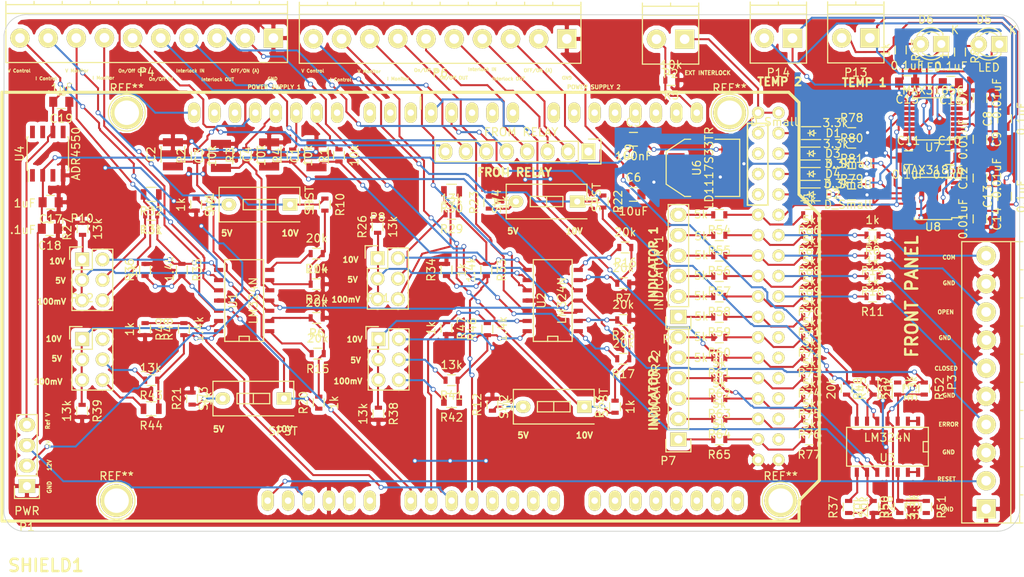
<source format=kicad_pcb>
(kicad_pcb (version 4) (host pcbnew 4.0.2-stable)
  (layers (0 F.Cu signal) (31 B.Cu signal) (34 B.Paste user) (35 F.Paste user) (36 B.SilkS user) (37 F.SilkS user) (38 B.Mask user) (39 F.Mask user) (44 Edge.Cuts user))
  (net 0 "")
  (net 1 I_OUT2)
  (net 2 GND)
  (net 3 V_OUT1)
  (net 4 I_OUT1)
  (net 5 V_OUT2)
  (net 6 +5V)
  (net 7 +3V3)
  (net 8 T1+)
  (net 9 T1-)
  (net 10 T2+)
  (net 11 T2-)
  (net 12 CS1)
  (net 13 CS1_3V3)
  (net 14 SDI)
  (net 15 SDI_3V3)
  (net 16 CS2)
  (net 17 CS2_3V3)
  (net 18 SCK)
  (net 19 SCK_3V3)
  (net 20 FAULT1)
  (net 21 "Net-(D5-Pad2)")
  (net 22 FAULT2)
  (net 23 "Net-(D6-Pad2)")
  (net 24 +12V)
  (net 25 EXTERNAL_INTERLOCK)
  (net 26 "Net-(P3-Pad4)")
  (net 27 RESET)
  (net 28 "Net-(P3-Pad8)")
  (net 29 "Net-(P3-Pad10)")
  (net 30 "ON/OFF(A)1_10V")
  (net 31 OPEN/CLOSE1_OUT)
  (net 32 OPEN/CLOSE1_IN)
  (net 33 "ON/OFF(P)1_OUT")
  (net 34 "ON/OFF(P)1_IN")
  (net 35 I_MONITOR1)
  (net 36 V_MONITOR1)
  (net 37 I_CONTROL1)
  (net 38 V_CONTROL1)
  (net 39 I_STATUS1_OUT)
  (net 40 V_STATUS1_OUT)
  (net 41 ARC_MONITOR1_OUT)
  (net 42 LOCAL/REMOTE1_OUT)
  (net 43 TRIP1_OUT)
  (net 44 HV_INDICATOR1_OUT)
  (net 45 "ON/OFF(A)2_10V")
  (net 46 OPEN/CLOSE2_OUT)
  (net 47 OPEN/CLOSE2_IN)
  (net 48 "ON/OFF(P)2_OUT")
  (net 49 "ON/OFF(P)2_IN")
  (net 50 I_MONITOR2)
  (net 51 V_MONITOR2)
  (net 52 I_CONTROL2)
  (net 53 V_CONTROL2)
  (net 54 I_STATUS2_OUT)
  (net 55 V_STATUS2_OUT)
  (net 56 ARC_MONITOR2_OUT)
  (net 57 LOCAL/REMOTE2_OUT)
  (net 58 TRIP2_OUT)
  (net 59 HV_INDICATOR2_OUT)
  (net 60 INTERLOCK1_CON)
  (net 61 INTERLOCK2_CON)
  (net 62 "ON/OFF(P)2_CON")
  (net 63 "ON/OFF(P)1_CON")
  (net 64 SDO)
  (net 65 I_PWM2)
  (net 66 V_PWM1)
  (net 67 I_PWM1)
  (net 68 V_PWM2)
  (net 69 "Net-(R15-Pad1)")
  (net 70 "Net-(R16-Pad1)")
  (net 71 COM)
  (net 72 "Net-(R9-Pad1)")
  (net 73 "Net-(R10-Pad2)")
  (net 74 ERROR)
  (net 75 "Net-(R12-Pad1)")
  (net 76 "Net-(R13-Pad2)")
  (net 77 "Net-(R14-Pad2)")
  (net 78 "Net-(R15-Pad2)")
  (net 79 "Net-(R16-Pad2)")
  (net 80 "Net-(R17-Pad2)")
  (net 81 CLOSED)
  (net 82 OPEN)
  (net 83 "Net-(R21-Pad1)")
  (net 84 "Net-(R23-Pad1)")
  (net 85 V_READING2)
  (net 86 V_READING1)
  (net 87 "Net-(R37-Pad2)")
  (net 88 "Net-(R45-Pad2)")
  (net 89 I_READING2)
  (net 90 I_READING1)
  (net 91 "Net-(R50-Pad2)")
  (net 92 "Net-(R51-Pad2)")
  (net 93 "Net-(R52-Pad2)")
  (net 94 "Net-(R53-Pad2)")
  (net 95 HV_INDICATOR1)
  (net 96 TRIP1)
  (net 97 LOCAL/REMOTE1)
  (net 98 ARC_MONITOR1)
  (net 99 V_STATUS1)
  (net 100 I_STATUS1)
  (net 101 HV_INDICATOR2)
  (net 102 TRIP2)
  (net 103 LOCAL/REMOTE2)
  (net 104 ARC_MONITOR2)
  (net 105 V_STATUS2)
  (net 106 I_STATUS2)
  (net 107 "Net-(SHIELD1-Pad14)")
  (net 108 "Net-(SHIELD1-Pad15)")
  (net 109 "Net-(SHIELD1-Pad16)")
  (net 110 "Net-(SHIELD1-Pad17)")
  (net 111 "Net-(SHIELD1-Pad18)")
  (net 112 "Net-(SHIELD1-Pad19)")
  (net 113 "Net-(SHIELD1-Pad20)")
  (net 114 "Net-(SHIELD1-PadAD15)")
  (net 115 "Net-(SHIELD1-PadAD14)")
  (net 116 "Net-(SHIELD1-PadAD13)")
  (net 117 "Net-(SHIELD1-PadAD12)")
  (net 118 "Net-(SHIELD1-PadAD8)")
  (net 119 "Net-(SHIELD1-PadAD7)")
  (net 120 "Net-(SHIELD1-PadAD6)")
  (net 121 "Net-(SHIELD1-PadAD9)")
  (net 122 "Net-(SHIELD1-PadAD10)")
  (net 123 "Net-(SHIELD1-PadAD11)")
  (net 124 "Net-(SHIELD1-PadAD5)")
  (net 125 "Net-(SHIELD1-PadAD4)")
  (net 126 "Net-(SHIELD1-PadV_IN)")
  (net 127 "Net-(SHIELD1-PadGND2)")
  (net 128 "Net-(SHIELD1-Pad3V3)")
  (net 129 "Net-(SHIELD1-Pad0)")
  (net 130 "Net-(SHIELD1-Pad1)")
  (net 131 "Net-(SHIELD1-Pad13)")
  (net 132 "Net-(SHIELD1-PadGND3)")
  (net 133 "ON/OFF(A)1")
  (net 134 "ON/OFF(A)2")
  (net 135 "Net-(U3-Pad1)")
  (net 136 "Net-(U3-Pad13)")
  (net 137 "Net-(U7-Pad6)")
  (net 138 "Net-(U7-Pad7)")
  (net 139 "Net-(U8-Pad6)")
  (net 140 "Net-(U8-Pad7)")
  (net 141 "Net-(SHIELD1-Pad41)")
  (net 142 "Net-(P8-Pad1)")
  (net 143 "Net-(P10-Pad1)")
  (net 144 "Net-(P11-Pad1)")
  (net 145 "Net-(P11-Pad2)")
  (net 146 "Net-(P12-Pad1)")
  (net 147 "Net-(P12-Pad2)")
  (net 148 "Net-(SHIELD1-Pad43)")
  (net 149 "Net-(SHIELD1-Pad45)")
  (net 150 "Net-(SHIELD1-Pad47)")
  (net 151 "Net-(SHIELD1-Pad49)")
  (net 152 "Net-(SHIELD1-Pad51)")
  (net 153 "Net-(SHIELD1-Pad53)")
  (net 154 "Net-(P3-Pad6)")
  (net 155 V_REF)
  (net 156 "Net-(SHIELD1-Pad5)")
  (net 157 "Net-(SHIELD1-Pad6)")
  (net 158 "Net-(SHIELD1-Pad7)")
  (net 159 "Net-(SHIELD1-Pad8)")
  (net 160 "Net-(SHIELD1-Pad2)")
  (net 161 "Net-(P8-Pad2)")
  (net 162 "Net-(P8-Pad4)")
  (net 163 "Net-(P8-Pad6)")
  (net 164 "Net-(P10-Pad2)")
  (net 165 "Net-(P10-Pad4)")
  (net 166 "Net-(P10-Pad6)")
  (net 167 "Net-(P11-Pad4)")
  (net 168 "Net-(P11-Pad6)")
  (net 169 "Net-(P12-Pad4)")
  (net 170 "Net-(P12-Pad6)")
  (net 171 "Net-(R43-Pad1)")
  (module arduino_shields:ARDUINO_MEGA_SHIELD (layer F.Cu) (at 37.084 112.014)
    (fp_text reference SHIELD1 (at 5.461 5.5245) (layer F.SilkS) (effects (font (thickness 0.3048))))
    (fp_text value ARDUINO_MEGA_SHIELD hide)
    (pad 14 thru_hole oval (at 68.58 -50.8 90) (size 2.54 1.524) (drill 0.8128) (layers *.Cu *.Mask F.SilkS) (net 107 "Net-(SHIELD1-Pad14)"))
    (pad 15 thru_hole oval (at 71.12 -50.8 90) (size 2.54 1.524) (drill 0.8128) (layers *.Cu *.Mask F.SilkS) (net 108 "Net-(SHIELD1-Pad15)"))
    (pad 16 thru_hole oval (at 73.66 -50.8 90) (size 2.54 1.524) (drill 0.8128) (layers *.Cu *.Mask F.SilkS) (net 109 "Net-(SHIELD1-Pad16)"))
    (pad 17 thru_hole oval (at 76.2 -50.8 90) (size 2.54 1.524) (drill 0.8128) (layers *.Cu *.Mask F.SilkS) (net 110 "Net-(SHIELD1-Pad17)"))
    (pad 18 thru_hole oval (at 78.74 -50.8 90) (size 2.54 1.524) (drill 0.8128) (layers *.Cu *.Mask F.SilkS) (net 111 "Net-(SHIELD1-Pad18)"))
    (pad 19 thru_hole oval (at 81.28 -50.8 90) (size 2.54 1.524) (drill 0.8128) (layers *.Cu *.Mask F.SilkS) (net 112 "Net-(SHIELD1-Pad19)"))
    (pad 20 thru_hole oval (at 83.82 -50.8 90) (size 2.54 1.524) (drill 0.8128) (layers *.Cu *.Mask F.SilkS) (net 113 "Net-(SHIELD1-Pad20)"))
    (pad 21 thru_hole oval (at 86.36 -50.8 90) (size 2.54 1.524) (drill 0.8128) (layers *.Cu *.Mask F.SilkS) (net 25 EXTERNAL_INTERLOCK))
    (pad AD15 thru_hole oval (at 91.44 -2.54 90) (size 2.54 1.524) (drill 0.8128) (layers *.Cu *.Mask F.SilkS) (net 114 "Net-(SHIELD1-PadAD15)"))
    (pad AD14 thru_hole oval (at 88.9 -2.54 90) (size 2.54 1.524) (drill 0.8128) (layers *.Cu *.Mask F.SilkS) (net 115 "Net-(SHIELD1-PadAD14)"))
    (pad AD13 thru_hole oval (at 86.36 -2.54 90) (size 2.54 1.524) (drill 0.8128) (layers *.Cu *.Mask F.SilkS) (net 116 "Net-(SHIELD1-PadAD13)"))
    (pad AD12 thru_hole oval (at 83.82 -2.54 90) (size 2.54 1.524) (drill 0.8128) (layers *.Cu *.Mask F.SilkS) (net 117 "Net-(SHIELD1-PadAD12)"))
    (pad AD8 thru_hole oval (at 73.66 -2.54 90) (size 2.54 1.524) (drill 0.8128) (layers *.Cu *.Mask F.SilkS) (net 118 "Net-(SHIELD1-PadAD8)"))
    (pad AD7 thru_hole oval (at 68.58 -2.54 90) (size 2.54 1.524) (drill 0.8128) (layers *.Cu *.Mask F.SilkS) (net 119 "Net-(SHIELD1-PadAD7)"))
    (pad AD6 thru_hole oval (at 66.04 -2.54 90) (size 2.54 1.524) (drill 0.8128) (layers *.Cu *.Mask F.SilkS) (net 120 "Net-(SHIELD1-PadAD6)"))
    (pad AD9 thru_hole oval (at 76.2 -2.54 90) (size 2.54 1.524) (drill 0.8128) (layers *.Cu *.Mask F.SilkS) (net 121 "Net-(SHIELD1-PadAD9)"))
    (pad AD10 thru_hole oval (at 78.74 -2.54 90) (size 2.54 1.524) (drill 0.8128) (layers *.Cu *.Mask F.SilkS) (net 122 "Net-(SHIELD1-PadAD10)"))
    (pad AD11 thru_hole oval (at 81.28 -2.54 90) (size 2.54 1.524) (drill 0.8128) (layers *.Cu *.Mask F.SilkS) (net 123 "Net-(SHIELD1-PadAD11)"))
    (pad AD5 thru_hole oval (at 63.5 -2.54 90) (size 2.54 1.524) (drill 0.8128) (layers *.Cu *.Mask F.SilkS) (net 124 "Net-(SHIELD1-PadAD5)"))
    (pad AD4 thru_hole oval (at 60.96 -2.54 90) (size 2.54 1.524) (drill 0.8128) (layers *.Cu *.Mask F.SilkS) (net 125 "Net-(SHIELD1-PadAD4)"))
    (pad AD3 thru_hole oval (at 58.42 -2.54 90) (size 2.54 1.524) (drill 0.8128) (layers *.Cu *.Mask F.SilkS) (net 85 V_READING2))
    (pad AD0 thru_hole oval (at 50.8 -2.54 90) (size 2.54 1.524) (drill 0.8128) (layers *.Cu *.Mask F.SilkS) (net 86 V_READING1))
    (pad AD1 thru_hole oval (at 53.34 -2.54 90) (size 2.54 1.524) (drill 0.8128) (layers *.Cu *.Mask F.SilkS) (net 89 I_READING2))
    (pad AD2 thru_hole oval (at 55.88 -2.54 90) (size 2.54 1.524) (drill 0.8128) (layers *.Cu *.Mask F.SilkS) (net 90 I_READING1))
    (pad V_IN thru_hole oval (at 45.72 -2.54 90) (size 2.54 1.524) (drill 0.8128) (layers *.Cu *.Mask F.SilkS) (net 126 "Net-(SHIELD1-PadV_IN)"))
    (pad GND2 thru_hole oval (at 43.18 -2.54 90) (size 2.54 1.524) (drill 0.8128) (layers *.Cu *.Mask F.SilkS) (net 127 "Net-(SHIELD1-PadGND2)"))
    (pad GND1 thru_hole oval (at 40.64 -2.54 90) (size 2.54 1.524) (drill 0.8128) (layers *.Cu *.Mask F.SilkS) (net 2 GND))
    (pad 3V3 thru_hole oval (at 35.56 -2.54 90) (size 2.54 1.524) (drill 0.8128) (layers *.Cu *.Mask F.SilkS) (net 128 "Net-(SHIELD1-Pad3V3)"))
    (pad RST thru_hole oval (at 33.02 -2.54 90) (size 2.54 1.524) (drill 0.8128) (layers *.Cu *.Mask F.SilkS) (net 27 RESET))
    (pad 0 thru_hole oval (at 63.5 -50.8 90) (size 2.54 1.524) (drill 0.8128) (layers *.Cu *.Mask F.SilkS) (net 129 "Net-(SHIELD1-Pad0)"))
    (pad 1 thru_hole oval (at 60.96 -50.8 90) (size 2.54 1.524) (drill 0.8128) (layers *.Cu *.Mask F.SilkS) (net 130 "Net-(SHIELD1-Pad1)"))
    (pad 2 thru_hole oval (at 58.42 -50.8 90) (size 2.54 1.524) (drill 0.8128) (layers *.Cu *.Mask F.SilkS) (net 160 "Net-(SHIELD1-Pad2)"))
    (pad 3 thru_hole oval (at 55.88 -50.8 90) (size 2.54 1.524) (drill 0.8128) (layers *.Cu *.Mask F.SilkS) (net 134 "ON/OFF(A)2"))
    (pad 4 thru_hole oval (at 53.34 -50.8 90) (size 2.54 1.524) (drill 0.8128) (layers *.Cu *.Mask F.SilkS) (net 133 "ON/OFF(A)1"))
    (pad 5 thru_hole oval (at 50.8 -50.8 90) (size 2.54 1.524) (drill 0.8128) (layers *.Cu *.Mask F.SilkS) (net 156 "Net-(SHIELD1-Pad5)"))
    (pad 6 thru_hole oval (at 48.26 -50.8 90) (size 2.54 1.524) (drill 0.8128) (layers *.Cu *.Mask F.SilkS) (net 157 "Net-(SHIELD1-Pad6)"))
    (pad 7 thru_hole oval (at 45.72 -50.8 90) (size 2.54 1.524) (drill 0.8128) (layers *.Cu *.Mask F.SilkS) (net 158 "Net-(SHIELD1-Pad7)"))
    (pad 8 thru_hole oval (at 41.656 -50.8 90) (size 2.54 1.524) (drill 0.8128) (layers *.Cu *.Mask F.SilkS) (net 159 "Net-(SHIELD1-Pad8)"))
    (pad 9 thru_hole oval (at 39.116 -50.8 90) (size 2.54 1.524) (drill 0.8128) (layers *.Cu *.Mask F.SilkS) (net 65 I_PWM2))
    (pad 10 thru_hole oval (at 36.576 -50.8 90) (size 2.54 1.524) (drill 0.8128) (layers *.Cu *.Mask F.SilkS) (net 68 V_PWM2))
    (pad 11 thru_hole oval (at 34.036 -50.8 90) (size 2.54 1.524) (drill 0.8128) (layers *.Cu *.Mask F.SilkS) (net 67 I_PWM1))
    (pad 12 thru_hole oval (at 31.496 -50.8 90) (size 2.54 1.524) (drill 0.8128) (layers *.Cu *.Mask F.SilkS) (net 66 V_PWM1))
    (pad 13 thru_hole oval (at 28.956 -50.8 90) (size 2.54 1.524) (drill 0.8128) (layers *.Cu *.Mask F.SilkS) (net 131 "Net-(SHIELD1-Pad13)"))
    (pad GND3 thru_hole oval (at 26.416 -50.8 90) (size 2.54 1.524) (drill 0.8128) (layers *.Cu *.Mask F.SilkS) (net 132 "Net-(SHIELD1-PadGND3)"))
    (pad AREF thru_hole oval (at 23.876 -50.8 90) (size 2.54 1.524) (drill 0.8128) (layers *.Cu *.Mask F.SilkS) (net 155 V_REF))
    (pad 5V thru_hole oval (at 38.1 -2.54 90) (size 2.54 1.524) (drill 0.8128) (layers *.Cu *.Mask F.SilkS) (net 6 +5V))
    (pad 22 thru_hole circle (at 93.98 -48.26) (size 1.524 1.524) (drill 0.8128) (layers *.Cu *.Mask F.SilkS) (net 60 INTERLOCK1_CON))
    (pad 23 thru_hole circle (at 96.52 -48.26) (size 1.524 1.524) (drill 0.8128) (layers *.Cu *.Mask F.SilkS) (net 12 CS1))
    (pad 24 thru_hole circle (at 93.98 -45.72) (size 1.524 1.524) (drill 0.8128) (layers *.Cu *.Mask F.SilkS) (net 61 INTERLOCK2_CON))
    (pad 25 thru_hole circle (at 96.52 -45.72) (size 1.524 1.524) (drill 0.8128) (layers *.Cu *.Mask F.SilkS) (net 16 CS2))
    (pad 26 thru_hole circle (at 93.98 -43.18) (size 1.524 1.524) (drill 0.8128) (layers *.Cu *.Mask F.SilkS) (net 63 "ON/OFF(P)1_CON"))
    (pad 27 thru_hole circle (at 96.52 -43.18) (size 1.524 1.524) (drill 0.8128) (layers *.Cu *.Mask F.SilkS) (net 18 SCK))
    (pad 28 thru_hole circle (at 93.98 -40.64) (size 1.524 1.524) (drill 0.8128) (layers *.Cu *.Mask F.SilkS) (net 62 "ON/OFF(P)2_CON"))
    (pad 29 thru_hole circle (at 96.52 -40.64) (size 1.524 1.524) (drill 0.8128) (layers *.Cu *.Mask F.SilkS) (net 14 SDI))
    (pad 5V_4 thru_hole circle (at 93.98 -50.8) (size 1.524 1.524) (drill 0.8128) (layers *.Cu *.Mask F.SilkS) (net 6 +5V))
    (pad 5V_5 thru_hole circle (at 96.52 -50.8) (size 1.524 1.524) (drill 0.8128) (layers *.Cu *.Mask F.SilkS) (net 6 +5V))
    (pad 31 thru_hole circle (at 96.52 -38.1) (size 1.524 1.524) (drill 0.8128) (layers *.Cu *.Mask F.SilkS) (net 64 SDO))
    (pad 30 thru_hole circle (at 93.98 -38.1) (size 1.524 1.524) (drill 0.8128) (layers *.Cu *.Mask F.SilkS) (net 95 HV_INDICATOR1))
    (pad 32 thru_hole circle (at 93.98 -35.56) (size 1.524 1.524) (drill 0.8128) (layers *.Cu *.Mask F.SilkS) (net 96 TRIP1))
    (pad 33 thru_hole circle (at 96.52 -35.56) (size 1.524 1.524) (drill 0.8128) (layers *.Cu *.Mask F.SilkS) (net 71 COM))
    (pad 34 thru_hole circle (at 93.98 -33.02) (size 1.524 1.524) (drill 0.8128) (layers *.Cu *.Mask F.SilkS) (net 97 LOCAL/REMOTE1))
    (pad 35 thru_hole circle (at 96.52 -33.02) (size 1.524 1.524) (drill 0.8128) (layers *.Cu *.Mask F.SilkS) (net 82 OPEN))
    (pad 36 thru_hole circle (at 93.98 -30.48) (size 1.524 1.524) (drill 0.8128) (layers *.Cu *.Mask F.SilkS) (net 98 ARC_MONITOR1))
    (pad 37 thru_hole circle (at 96.52 -30.48) (size 1.524 1.524) (drill 0.8128) (layers *.Cu *.Mask F.SilkS) (net 81 CLOSED))
    (pad 38 thru_hole circle (at 93.98 -27.94) (size 1.524 1.524) (drill 0.8128) (layers *.Cu *.Mask F.SilkS) (net 99 V_STATUS1))
    (pad 39 thru_hole circle (at 96.52 -27.94) (size 1.524 1.524) (drill 0.8128) (layers *.Cu *.Mask F.SilkS) (net 74 ERROR))
    (pad 40 thru_hole circle (at 93.98 -25.4) (size 1.524 1.524) (drill 0.8128) (layers *.Cu *.Mask F.SilkS) (net 100 I_STATUS1))
    (pad 41 thru_hole circle (at 96.52 -25.4) (size 1.524 1.524) (drill 0.8128) (layers *.Cu *.Mask F.SilkS) (net 141 "Net-(SHIELD1-Pad41)"))
    (pad 42 thru_hole circle (at 93.98 -22.86) (size 1.524 1.524) (drill 0.8128) (layers *.Cu *.Mask F.SilkS) (net 101 HV_INDICATOR2))
    (pad 43 thru_hole circle (at 96.52 -22.86) (size 1.524 1.524) (drill 0.8128) (layers *.Cu *.Mask F.SilkS) (net 148 "Net-(SHIELD1-Pad43)"))
    (pad 44 thru_hole circle (at 93.98 -20.32) (size 1.524 1.524) (drill 0.8128) (layers *.Cu *.Mask F.SilkS) (net 102 TRIP2))
    (pad 45 thru_hole circle (at 96.52 -20.32) (size 1.524 1.524) (drill 0.8128) (layers *.Cu *.Mask F.SilkS) (net 149 "Net-(SHIELD1-Pad45)"))
    (pad 46 thru_hole circle (at 93.98 -17.78) (size 1.524 1.524) (drill 0.8128) (layers *.Cu *.Mask F.SilkS) (net 103 LOCAL/REMOTE2))
    (pad 47 thru_hole circle (at 96.52 -17.78) (size 1.524 1.524) (drill 0.8128) (layers *.Cu *.Mask F.SilkS) (net 150 "Net-(SHIELD1-Pad47)"))
    (pad 48 thru_hole circle (at 93.98 -15.24) (size 1.524 1.524) (drill 0.8128) (layers *.Cu *.Mask F.SilkS) (net 104 ARC_MONITOR2))
    (pad 49 thru_hole circle (at 96.52 -15.24) (size 1.524 1.524) (drill 0.8128) (layers *.Cu *.Mask F.SilkS) (net 151 "Net-(SHIELD1-Pad49)"))
    (pad 50 thru_hole circle (at 93.98 -12.7) (size 1.524 1.524) (drill 0.8128) (layers *.Cu *.Mask F.SilkS) (net 105 V_STATUS2))
    (pad 51 thru_hole circle (at 96.52 -12.7) (size 1.524 1.524) (drill 0.8128) (layers *.Cu *.Mask F.SilkS) (net 152 "Net-(SHIELD1-Pad51)"))
    (pad 52 thru_hole circle (at 93.98 -10.16) (size 1.524 1.524) (drill 0.8128) (layers *.Cu *.Mask F.SilkS) (net 106 I_STATUS2))
    (pad 53 thru_hole circle (at 96.52 -10.16) (size 1.524 1.524) (drill 0.8128) (layers *.Cu *.Mask F.SilkS) (net 153 "Net-(SHIELD1-Pad53)"))
    (pad GND4 thru_hole circle (at 93.98 -7.62) (size 1.524 1.524) (drill 0.8128) (layers *.Cu *.Mask F.SilkS) (net 2 GND))
    (pad GND5 thru_hole circle (at 96.52 -7.62) (size 1.524 1.524) (drill 0.8128) (layers *.Cu *.Mask F.SilkS) (net 2 GND))
  )
  (module LEDs:LED-3MM (layer F.Cu) (at 161.0495 52.6918 180)
    (fp_text reference D5 (at 1.91 3.06 180) (layer F.SilkS))
    (fp_text value LED (at 1.3 -2.9 180) (layer F.SilkS))
    (fp_text user K (at -1.69 1.74 180) (layer F.SilkS))
    (pad 1 thru_hole rect (at 0 0 270) (size 2 2) (drill 1.00076) (layers *.Cu *.Mask F.SilkS) (net 20 FAULT1))
    (pad 2 thru_hole circle (at 2.54 0 180) (size 2 2) (drill 1.00076) (layers *.Cu *.Mask F.SilkS) (net 21 "Net-(D5-Pad2)"))
  )
  (module LEDs:LED-3MM (layer F.Cu) (at 153.8359 52.6664 180)
    (fp_text reference D6 (at 1.91 3.06 180) (layer F.SilkS))
    (fp_text value LED (at 1.3 -2.9 180) (layer F.SilkS))
    (fp_text user K (at -1.69 1.74 180) (layer F.SilkS))
    (pad 1 thru_hole rect (at 0 0 270) (size 2 2) (drill 1.00076) (layers *.Cu *.Mask F.SilkS) (net 22 FAULT2))
    (pad 2 thru_hole circle (at 2.54 0 180) (size 2 2) (drill 1.00076) (layers *.Cu *.Mask F.SilkS) (net 23 "Net-(D6-Pad2)"))
  )
  (module Diodes_SMD:SOD-323 (layer F.Cu) (at 137.745 63.7535)
    (fp_text reference D1 (at 2.667 0) (layer F.SilkS))
    (fp_text value D_Small (at -4.699 -1.397) (layer F.SilkS))
    (pad 1 smd rect (at -1.055 0) (size 0.59 0.45) (layers F.Cu F.Paste F.Mask) (net 12 CS1))
    (pad 2 smd rect (at 1.055 0) (size 0.59 0.45) (layers F.Cu F.Paste F.Mask) (net 13 CS1_3V3))
  )
  (module Diodes_SMD:SOD-323 (layer F.Cu) (at 137.6815 71.3735)
    (fp_text reference D2 (at 2.667 0) (layer F.SilkS))
    (fp_text value D_Small (at 4.572 1.27) (layer F.SilkS))
    (pad 1 smd rect (at -1.055 0) (size 0.59 0.45) (layers F.Cu F.Paste F.Mask) (net 14 SDI))
    (pad 2 smd rect (at 1.055 0) (size 0.59 0.45) (layers F.Cu F.Paste F.Mask) (net 15 SDI_3V3))
  )
  (module Diodes_SMD:SOD-323 (layer F.Cu) (at 137.6815 66.2935)
    (fp_text reference D3 (at 2.667 0) (layer F.SilkS))
    (fp_text value D_Small (at 4.699 1.27) (layer F.SilkS))
    (pad 1 smd rect (at -1.055 0) (size 0.59 0.45) (layers F.Cu F.Paste F.Mask) (net 16 CS2))
    (pad 2 smd rect (at 1.055 0) (size 0.59 0.45) (layers F.Cu F.Paste F.Mask) (net 17 CS2_3V3))
  )
  (module Diodes_SMD:SOD-323 (layer F.Cu) (at 137.6815 68.8335)
    (fp_text reference D4 (at 2.667 0) (layer F.SilkS))
    (fp_text value D_Small (at 4.572 1.27) (layer F.SilkS))
    (pad 1 smd rect (at -1.055 0) (size 0.59 0.45) (layers F.Cu F.Paste F.Mask) (net 18 SCK))
    (pad 2 smd rect (at 1.055 0) (size 0.59 0.45) (layers F.Cu F.Paste F.Mask) (net 19 SCK_3V3))
  )
  (module Pin_Headers:Pin_Header_Straight_1x04 (layer F.Cu) (at 40.1836 107.6574 180)
    (fp_text reference P1 (at 0 -5.1 180) (layer F.SilkS))
    (fp_text value PWR (at 0 -3.1 180) (layer F.SilkS))
    (pad 1 thru_hole rect (at 0 0 180) (size 2.032 1.7272) (drill 1.016) (layers *.Cu *.Mask F.SilkS) (net 2 GND))
    (pad 2 thru_hole oval (at 0 2.54 180) (size 2.032 1.7272) (drill 1.016) (layers *.Cu *.Mask F.SilkS) (net 24 +12V))
    (pad 3 thru_hole oval (at 0 5.08 180) (size 2.032 1.7272) (drill 1.016) (layers *.Cu *.Mask F.SilkS) (net 6 +5V))
    (pad 4 thru_hole oval (at 0 7.62 180) (size 2.032 1.7272) (drill 1.016) (layers *.Cu *.Mask F.SilkS) (net 155 V_REF))
  )
  (module Pin_Headers:Pin_Header_Straight_1x06 (layer F.Cu) (at 121.158 86.614 180)
    (fp_text reference P5 (at 1.016 -2.794 180) (layer F.SilkS))
    (fp_text value "INDICATOR 1" (at 2.413 5.461 270) (layer F.SilkS))
    (pad 1 thru_hole rect (at 0 0 180) (size 2.032 1.7272) (drill 1.016) (layers *.Cu *.Mask F.SilkS) (net 39 I_STATUS1_OUT))
    (pad 2 thru_hole oval (at 0 2.54 180) (size 2.032 1.7272) (drill 1.016) (layers *.Cu *.Mask F.SilkS) (net 40 V_STATUS1_OUT))
    (pad 3 thru_hole oval (at 0 5.08 180) (size 2.032 1.7272) (drill 1.016) (layers *.Cu *.Mask F.SilkS) (net 41 ARC_MONITOR1_OUT))
    (pad 4 thru_hole oval (at 0 7.62 180) (size 2.032 1.7272) (drill 1.016) (layers *.Cu *.Mask F.SilkS) (net 42 LOCAL/REMOTE1_OUT))
    (pad 5 thru_hole oval (at 0 10.16 180) (size 2.032 1.7272) (drill 1.016) (layers *.Cu *.Mask F.SilkS) (net 43 TRIP1_OUT))
    (pad 6 thru_hole oval (at 0 12.7 180) (size 2.032 1.7272) (drill 1.016) (layers *.Cu *.Mask F.SilkS) (net 44 HV_INDICATOR1_OUT))
  )
  (module Pin_Headers:Pin_Header_Straight_1x06 (layer F.Cu) (at 121.158 101.854 180)
    (fp_text reference P7 (at 1.27 -2.667 180) (layer F.SilkS))
    (fp_text value "INDICATOR 2" (at 2.794 6.477 270) (layer F.SilkS))
    (pad 1 thru_hole rect (at 0 0 180) (size 2.032 1.7272) (drill 1.016) (layers *.Cu *.Mask F.SilkS) (net 54 I_STATUS2_OUT))
    (pad 2 thru_hole oval (at 0 2.54 180) (size 2.032 1.7272) (drill 1.016) (layers *.Cu *.Mask F.SilkS) (net 55 V_STATUS2_OUT))
    (pad 3 thru_hole oval (at 0 5.08 180) (size 2.032 1.7272) (drill 1.016) (layers *.Cu *.Mask F.SilkS) (net 56 ARC_MONITOR2_OUT))
    (pad 4 thru_hole oval (at 0 7.62 180) (size 2.032 1.7272) (drill 1.016) (layers *.Cu *.Mask F.SilkS) (net 57 LOCAL/REMOTE2_OUT))
    (pad 5 thru_hole oval (at 0 10.16 180) (size 2.032 1.7272) (drill 1.016) (layers *.Cu *.Mask F.SilkS) (net 58 TRIP2_OUT))
    (pad 6 thru_hole oval (at 0 12.7 180) (size 2.032 1.7272) (drill 1.016) (layers *.Cu *.Mask F.SilkS) (net 59 HV_INDICATOR2_OUT))
  )
  (module Pin_Headers:Pin_Header_Straight_1x08 (layer F.Cu) (at 109.982 66.04 270)
    (fp_text reference P9 (at 0 -5.1 270) (layer F.SilkS))
    (fp_text value "FROM RELAY" (at -2.413 8.382 360) (layer F.SilkS))
    (pad 1 thru_hole rect (at 0 0 270) (size 2.032 1.7272) (drill 1.016) (layers *.Cu *.Mask F.SilkS) (net 46 OPEN/CLOSE2_OUT))
    (pad 2 thru_hole oval (at 0 2.54 270) (size 2.032 1.7272) (drill 1.016) (layers *.Cu *.Mask F.SilkS) (net 47 OPEN/CLOSE2_IN))
    (pad 3 thru_hole oval (at 0 5.08 270) (size 2.032 1.7272) (drill 1.016) (layers *.Cu *.Mask F.SilkS) (net 48 "ON/OFF(P)2_OUT"))
    (pad 4 thru_hole oval (at 0 7.62 270) (size 2.032 1.7272) (drill 1.016) (layers *.Cu *.Mask F.SilkS) (net 49 "ON/OFF(P)2_IN"))
    (pad 5 thru_hole oval (at 0 10.16 270) (size 2.032 1.7272) (drill 1.016) (layers *.Cu *.Mask F.SilkS) (net 31 OPEN/CLOSE1_OUT))
    (pad 6 thru_hole oval (at 0 12.7 270) (size 2.032 1.7272) (drill 1.016) (layers *.Cu *.Mask F.SilkS) (net 32 OPEN/CLOSE1_IN))
    (pad 7 thru_hole oval (at 0 15.24 270) (size 2.032 1.7272) (drill 1.016) (layers *.Cu *.Mask F.SilkS) (net 33 "ON/OFF(P)1_OUT"))
    (pad 8 thru_hole oval (at 0 17.78 270) (size 2.032 1.7272) (drill 1.016) (layers *.Cu *.Mask F.SilkS) (net 34 "ON/OFF(P)1_IN"))
  )
  (module Buttons_Switches_ThroughHole:SW_DIP_x1_Slide (layer F.Cu) (at 72.898 72.644 90)
    (fp_text reference SW1 (at 0 -10 90) (layer F.SilkS))
    (fp_text value SPST (at 0.5 2.4 90) (layer F.SilkS))
    (pad 1 thru_hole rect (at 0 0 90) (size 1.524 1.824) (drill 0.762) (layers *.Cu *.Mask F.SilkS) (net 37 I_CONTROL1))
    (pad 2 thru_hole oval (at 0 -7.62 90) (size 1.524 1.824) (drill 0.762) (layers *.Cu *.Mask F.SilkS) (net 72 "Net-(R9-Pad1)"))
  )
  (module Buttons_Switches_ThroughHole:SW_DIP_x1_Slide (layer F.Cu) (at 109.474 97.79 90)
    (fp_text reference SW2 (at 0 -10 90) (layer F.SilkS))
    (fp_text value SPST (at 0.5 2.4 90) (layer F.SilkS))
    (pad 1 thru_hole rect (at 0 0 90) (size 1.524 1.824) (drill 0.762) (layers *.Cu *.Mask F.SilkS) (net 52 I_CONTROL2))
    (pad 2 thru_hole oval (at 0 -7.62 90) (size 1.524 1.824) (drill 0.762) (layers *.Cu *.Mask F.SilkS) (net 75 "Net-(R12-Pad1)"))
  )
  (module Buttons_Switches_ThroughHole:SW_DIP_x1_Slide (layer F.Cu) (at 72.136 96.774 90)
    (fp_text reference SW3 (at 0 -10 90) (layer F.SilkS))
    (fp_text value SPST (at -4.064 -0.127 180) (layer F.SilkS))
    (pad 1 thru_hole rect (at 0 0 90) (size 1.524 1.824) (drill 0.762) (layers *.Cu *.Mask F.SilkS) (net 38 V_CONTROL1))
    (pad 2 thru_hole oval (at 0 -7.62 90) (size 1.524 1.824) (drill 0.762) (layers *.Cu *.Mask F.SilkS) (net 83 "Net-(R21-Pad1)"))
  )
  (module Buttons_Switches_ThroughHole:SW_DIP_x1_Slide (layer F.Cu) (at 108.585 72.263 90)
    (fp_text reference SW4 (at 0 -10 90) (layer F.SilkS))
    (fp_text value SPST (at 0.5 2.4 90) (layer F.SilkS))
    (pad 1 thru_hole rect (at 0 0 90) (size 1.524 1.824) (drill 0.762) (layers *.Cu *.Mask F.SilkS) (net 53 V_CONTROL2))
    (pad 2 thru_hole oval (at 0 -7.62 90) (size 1.524 1.824) (drill 0.762) (layers *.Cu *.Mask F.SilkS) (net 84 "Net-(R23-Pad1)"))
  )
  (module SMD_Packages:SOIC-14_N (layer F.Cu) (at 67.056 84.582 90)
    (fp_text reference U1 (at 0 -1.27 90) (layer F.SilkS))
    (fp_text value LM324N (at 0 1.27 90) (layer F.SilkS))
    (pad 1 smd rect (at -3.81 3.302 90) (size 0.508 1.143) (layers F.Cu F.Paste F.Mask) (net 78 "Net-(R15-Pad2)"))
    (pad 2 smd rect (at -2.54 3.302 90) (size 0.508 1.143) (layers F.Cu F.Paste F.Mask) (net 69 "Net-(R15-Pad1)"))
    (pad 3 smd rect (at -1.27 3.302 90) (size 0.508 1.143) (layers F.Cu F.Paste F.Mask) (net 3 V_OUT1))
    (pad 4 smd rect (at 0 3.302 90) (size 0.508 1.143) (layers F.Cu F.Paste F.Mask) (net 24 +12V))
    (pad 5 smd rect (at 1.27 3.302 90) (size 0.508 1.143) (layers F.Cu F.Paste F.Mask) (net 4 I_OUT1))
    (pad 6 smd rect (at 2.54 3.302 90) (size 0.508 1.143) (layers F.Cu F.Paste F.Mask) (net 73 "Net-(R10-Pad2)"))
    (pad 7 smd rect (at 3.81 3.302 90) (size 0.508 1.143) (layers F.Cu F.Paste F.Mask) (net 77 "Net-(R14-Pad2)"))
    (pad 8 smd rect (at 3.81 -3.048 90) (size 0.508 1.143) (layers F.Cu F.Paste F.Mask) (net 164 "Net-(P10-Pad2)"))
    (pad 9 smd rect (at 2.54 -3.048 90) (size 0.508 1.143) (layers F.Cu F.Paste F.Mask) (net 143 "Net-(P10-Pad1)"))
    (pad 11 smd rect (at 0 -3.048 90) (size 0.508 1.143) (layers F.Cu F.Paste F.Mask) (net 2 GND))
    (pad 12 smd rect (at -1.27 -3.048 90) (size 0.508 1.143) (layers F.Cu F.Paste F.Mask) (net 35 I_MONITOR1))
    (pad 13 smd rect (at -2.54 -3.048 90) (size 0.508 1.143) (layers F.Cu F.Paste F.Mask) (net 146 "Net-(P12-Pad1)"))
    (pad 14 smd rect (at -3.81 -3.048 90) (size 0.508 1.143) (layers F.Cu F.Paste F.Mask) (net 171 "Net-(R43-Pad1)"))
    (pad 10 smd rect (at 1.27 -3.048 90) (size 0.508 1.143) (layers F.Cu F.Paste F.Mask) (net 36 V_MONITOR1))
  )
  (module SMD_Packages:SOIC-14_N (layer F.Cu) (at 105.41 84.582 90)
    (fp_text reference U2 (at 0 -1.27 90) (layer F.SilkS))
    (fp_text value LM324N (at 0 1.27 90) (layer F.SilkS))
    (pad 1 smd rect (at -3.81 3.302 90) (size 0.508 1.143) (layers F.Cu F.Paste F.Mask) (net 80 "Net-(R17-Pad2)"))
    (pad 2 smd rect (at -2.54 3.302 90) (size 0.508 1.143) (layers F.Cu F.Paste F.Mask) (net 76 "Net-(R13-Pad2)"))
    (pad 3 smd rect (at -1.27 3.302 90) (size 0.508 1.143) (layers F.Cu F.Paste F.Mask) (net 1 I_OUT2))
    (pad 4 smd rect (at 0 3.302 90) (size 0.508 1.143) (layers F.Cu F.Paste F.Mask) (net 24 +12V))
    (pad 5 smd rect (at 1.27 3.302 90) (size 0.508 1.143) (layers F.Cu F.Paste F.Mask) (net 5 V_OUT2))
    (pad 6 smd rect (at 2.54 3.302 90) (size 0.508 1.143) (layers F.Cu F.Paste F.Mask) (net 70 "Net-(R16-Pad1)"))
    (pad 7 smd rect (at 3.81 3.302 90) (size 0.508 1.143) (layers F.Cu F.Paste F.Mask) (net 79 "Net-(R16-Pad2)"))
    (pad 8 smd rect (at 3.81 -3.048 90) (size 0.508 1.143) (layers F.Cu F.Paste F.Mask) (net 161 "Net-(P8-Pad2)"))
    (pad 9 smd rect (at 2.54 -3.048 90) (size 0.508 1.143) (layers F.Cu F.Paste F.Mask) (net 142 "Net-(P8-Pad1)"))
    (pad 11 smd rect (at 0 -3.048 90) (size 0.508 1.143) (layers F.Cu F.Paste F.Mask) (net 2 GND))
    (pad 12 smd rect (at -1.27 -3.048 90) (size 0.508 1.143) (layers F.Cu F.Paste F.Mask) (net 50 I_MONITOR2))
    (pad 13 smd rect (at -2.54 -3.048 90) (size 0.508 1.143) (layers F.Cu F.Paste F.Mask) (net 144 "Net-(P11-Pad1)"))
    (pad 14 smd rect (at -3.81 -3.048 90) (size 0.508 1.143) (layers F.Cu F.Paste F.Mask) (net 145 "Net-(P11-Pad2)"))
    (pad 10 smd rect (at 1.27 -3.048 90) (size 0.508 1.143) (layers F.Cu F.Paste F.Mask) (net 51 V_MONITOR2))
  )
  (module SMD_Packages:SOIC-14_N (layer F.Cu) (at 147.1422 102.8954 180)
    (fp_text reference U3 (at 0 -1.27 180) (layer F.SilkS))
    (fp_text value LM324N (at 0 1.27 180) (layer F.SilkS))
    (pad 1 smd rect (at -3.81 3.302 180) (size 0.508 1.143) (layers F.Cu F.Paste F.Mask) (net 135 "Net-(U3-Pad1)"))
    (pad 2 smd rect (at -2.54 3.302 180) (size 0.508 1.143) (layers F.Cu F.Paste F.Mask) (net 135 "Net-(U3-Pad1)"))
    (pad 3 smd rect (at -1.27 3.302 180) (size 0.508 1.143) (layers F.Cu F.Paste F.Mask) (net 93 "Net-(R52-Pad2)"))
    (pad 4 smd rect (at 0 3.302 180) (size 0.508 1.143) (layers F.Cu F.Paste F.Mask) (net 24 +12V))
    (pad 5 smd rect (at 1.27 3.302 180) (size 0.508 1.143) (layers F.Cu F.Paste F.Mask) (net 134 "ON/OFF(A)2"))
    (pad 6 smd rect (at 2.54 3.302 180) (size 0.508 1.143) (layers F.Cu F.Paste F.Mask) (net 45 "ON/OFF(A)2_10V"))
    (pad 7 smd rect (at 3.81 3.302 180) (size 0.508 1.143) (layers F.Cu F.Paste F.Mask) (net 88 "Net-(R45-Pad2)"))
    (pad 8 smd rect (at 3.81 -3.048 180) (size 0.508 1.143) (layers F.Cu F.Paste F.Mask) (net 87 "Net-(R37-Pad2)"))
    (pad 9 smd rect (at 2.54 -3.048 180) (size 0.508 1.143) (layers F.Cu F.Paste F.Mask) (net 30 "ON/OFF(A)1_10V"))
    (pad 11 smd rect (at 0 -3.048 180) (size 0.508 1.143) (layers F.Cu F.Paste F.Mask) (net 2 GND))
    (pad 12 smd rect (at -1.27 -3.048 180) (size 0.508 1.143) (layers F.Cu F.Paste F.Mask) (net 91 "Net-(R50-Pad2)"))
    (pad 13 smd rect (at -2.54 -3.048 180) (size 0.508 1.143) (layers F.Cu F.Paste F.Mask) (net 136 "Net-(U3-Pad13)"))
    (pad 14 smd rect (at -3.81 -3.048 180) (size 0.508 1.143) (layers F.Cu F.Paste F.Mask) (net 136 "Net-(U3-Pad13)"))
    (pad 10 smd rect (at 1.27 -3.048 180) (size 0.508 1.143) (layers F.Cu F.Paste F.Mask) (net 133 "ON/OFF(A)1"))
  )
  (module TO_SOT_Packages_SMD:SOT-223 (layer F.Cu) (at 124.206 68.072 90)
    (fp_text reference U6 (at 0 -0.762 90) (layer F.SilkS))
    (fp_text value LD1117S33TR (at 0 0.762 90) (layer F.SilkS))
    (pad 4 smd rect (at 0 -3.302 90) (size 3.6576 2.032) (layers F.Cu F.Paste F.Mask))
    (pad 2 smd rect (at 0 3.302 90) (size 1.016 2.032) (layers F.Cu F.Paste F.Mask) (net 7 +3V3))
    (pad 3 smd rect (at 2.286 3.302 90) (size 1.016 2.032) (layers F.Cu F.Paste F.Mask) (net 6 +5V))
    (pad 1 smd rect (at -2.286 3.302 90) (size 1.016 2.032) (layers F.Cu F.Paste F.Mask) (net 2 GND))
  )
  (module Housings_SSOP:TSSOP-14_4.4x5mm_Pitch0.65mm (layer F.Cu) (at 152.8064 61.976 180)
    (fp_text reference U7 (at 0 -3.55 180) (layer F.SilkS))
    (fp_text value MAX31856 (at 0 3.55 180) (layer F.SilkS))
    (pad 1 smd rect (at -2.95 -1.95 180) (size 1.45 0.45) (layers F.Cu F.Paste F.Mask) (net 2 GND))
    (pad 2 smd rect (at -2.95 -1.3 180) (size 1.45 0.45) (layers F.Cu F.Paste F.Mask) (net 9 T1-))
    (pad 3 smd rect (at -2.95 -0.65 180) (size 1.45 0.45) (layers F.Cu F.Paste F.Mask) (net 9 T1-))
    (pad 4 smd rect (at -2.95 0 180) (size 1.45 0.45) (layers F.Cu F.Paste F.Mask) (net 8 T1+))
    (pad 5 smd rect (at -2.95 0.65 180) (size 1.45 0.45) (layers F.Cu F.Paste F.Mask) (net 7 +3V3))
    (pad 6 smd rect (at -2.95 1.3 180) (size 1.45 0.45) (layers F.Cu F.Paste F.Mask) (net 137 "Net-(U7-Pad6)"))
    (pad 7 smd rect (at -2.95 1.95 180) (size 1.45 0.45) (layers F.Cu F.Paste F.Mask) (net 138 "Net-(U7-Pad7)"))
    (pad 8 smd rect (at 2.95 1.95 180) (size 1.45 0.45) (layers F.Cu F.Paste F.Mask) (net 7 +3V3))
    (pad 9 smd rect (at 2.95 1.3 180) (size 1.45 0.45) (layers F.Cu F.Paste F.Mask) (net 13 CS1_3V3))
    (pad 10 smd rect (at 2.95 0.65 180) (size 1.45 0.45) (layers F.Cu F.Paste F.Mask) (net 19 SCK_3V3))
    (pad 11 smd rect (at 2.95 0 180) (size 1.45 0.45) (layers F.Cu F.Paste F.Mask) (net 64 SDO))
    (pad 12 smd rect (at 2.95 -0.65 180) (size 1.45 0.45) (layers F.Cu F.Paste F.Mask) (net 15 SDI_3V3))
    (pad 13 smd rect (at 2.95 -1.3 180) (size 1.45 0.45) (layers F.Cu F.Paste F.Mask) (net 20 FAULT1))
    (pad 14 smd rect (at 2.95 -1.95 180) (size 1.45 0.45) (layers F.Cu F.Paste F.Mask) (net 2 GND))
  )
  (module Housings_SSOP:TSSOP-14_4.4x5mm_Pitch0.65mm (layer F.Cu) (at 152.8064 71.882 180)
    (fp_text reference U8 (at 0 -3.55 180) (layer F.SilkS))
    (fp_text value MAX31856 (at 0 3.55 180) (layer F.SilkS))
    (pad 1 smd rect (at -2.95 -1.95 180) (size 1.45 0.45) (layers F.Cu F.Paste F.Mask) (net 2 GND))
    (pad 2 smd rect (at -2.95 -1.3 180) (size 1.45 0.45) (layers F.Cu F.Paste F.Mask) (net 11 T2-))
    (pad 3 smd rect (at -2.95 -0.65 180) (size 1.45 0.45) (layers F.Cu F.Paste F.Mask) (net 11 T2-))
    (pad 4 smd rect (at -2.95 0 180) (size 1.45 0.45) (layers F.Cu F.Paste F.Mask) (net 10 T2+))
    (pad 5 smd rect (at -2.95 0.65 180) (size 1.45 0.45) (layers F.Cu F.Paste F.Mask) (net 7 +3V3))
    (pad 6 smd rect (at -2.95 1.3 180) (size 1.45 0.45) (layers F.Cu F.Paste F.Mask) (net 139 "Net-(U8-Pad6)"))
    (pad 7 smd rect (at -2.95 1.95 180) (size 1.45 0.45) (layers F.Cu F.Paste F.Mask) (net 140 "Net-(U8-Pad7)"))
    (pad 8 smd rect (at 2.95 1.95 180) (size 1.45 0.45) (layers F.Cu F.Paste F.Mask) (net 7 +3V3))
    (pad 9 smd rect (at 2.95 1.3 180) (size 1.45 0.45) (layers F.Cu F.Paste F.Mask) (net 17 CS2_3V3))
    (pad 10 smd rect (at 2.95 0.65 180) (size 1.45 0.45) (layers F.Cu F.Paste F.Mask) (net 19 SCK_3V3))
    (pad 11 smd rect (at 2.95 0 180) (size 1.45 0.45) (layers F.Cu F.Paste F.Mask) (net 64 SDO))
    (pad 12 smd rect (at 2.95 -0.65 180) (size 1.45 0.45) (layers F.Cu F.Paste F.Mask) (net 15 SDI_3V3))
    (pad 13 smd rect (at 2.95 -1.3 180) (size 1.45 0.45) (layers F.Cu F.Paste F.Mask) (net 22 FAULT2))
    (pad 14 smd rect (at 2.95 -1.95 180) (size 1.45 0.45) (layers F.Cu F.Paste F.Mask) (net 2 GND))
  )
  (module Housings_SOIC:SOIC-8_3.9x4.9mm_Pitch1.27mm (layer F.Cu) (at 42.7744 66.3062 90)
    (fp_text reference U4 (at 0 -3.5 90) (layer F.SilkS))
    (fp_text value ADR4550 (at 0 3.5 90) (layer F.SilkS))
    (pad 1 smd rect (at -2.7 -1.905 90) (size 1.55 0.6) (layers F.Cu F.Paste F.Mask))
    (pad 2 smd rect (at -2.7 -0.635 90) (size 1.55 0.6) (layers F.Cu F.Paste F.Mask) (net 6 +5V))
    (pad 3 smd rect (at -2.7 0.635 90) (size 1.55 0.6) (layers F.Cu F.Paste F.Mask))
    (pad 4 smd rect (at -2.7 1.905 90) (size 1.55 0.6) (layers F.Cu F.Paste F.Mask) (net 2 GND))
    (pad 5 smd rect (at 2.7 1.905 90) (size 1.55 0.6) (layers F.Cu F.Paste F.Mask))
    (pad 6 smd rect (at 2.7 0.635 90) (size 1.55 0.6) (layers F.Cu F.Paste F.Mask) (net 155 V_REF))
    (pad 7 smd rect (at 2.7 -0.635 90) (size 1.55 0.6) (layers F.Cu F.Paste F.Mask))
    (pad 8 smd rect (at 2.7 -1.905 90) (size 1.55 0.6) (layers F.Cu F.Paste F.Mask))
  )
  (module Capacitors_SMD:C_0805 (layer F.Cu) (at 115.57 64.516)
    (fp_text reference C5 (at 0 -2.1) (layer F.SilkS))
    (fp_text value 100nF (at 0 2.1) (layer F.SilkS))
    (pad 1 smd rect (at -1 0) (size 1 1.25) (layers F.Cu F.Paste F.Mask) (net 2 GND))
    (pad 2 smd rect (at 1 0) (size 1 1.25) (layers F.Cu F.Paste F.Mask) (net 6 +5V))
  )
  (module Capacitors_SMD:C_0805 (layer F.Cu) (at 115.57 71.374)
    (fp_text reference C6 (at 0 -2.1) (layer F.SilkS))
    (fp_text value 10uF (at 0 2.1) (layer F.SilkS))
    (pad 1 smd rect (at -1 0) (size 1 1.25) (layers F.Cu F.Paste F.Mask) (net 2 GND))
    (pad 2 smd rect (at 1 0) (size 1 1.25) (layers F.Cu F.Paste F.Mask) (net 7 +3V3))
  )
  (module Capacitors_SMD:C_0805 (layer F.Cu) (at 158.6484 59.436 90)
    (fp_text reference C7 (at 0 -2.1 90) (layer F.SilkS))
    (fp_text value 0.01uF (at 0 2.1 90) (layer F.SilkS))
    (pad 1 smd rect (at -1 0 90) (size 1 1.25) (layers F.Cu F.Paste F.Mask) (net 8 T1+))
    (pad 2 smd rect (at 1 0 90) (size 1 1.25) (layers F.Cu F.Paste F.Mask) (net 2 GND))
  )
  (module Capacitors_SMD:C_0805 (layer F.Cu) (at 161.6964 61.976 90)
    (fp_text reference C8 (at 0 -2.1 90) (layer F.SilkS))
    (fp_text value 0.1uF (at 0 2.1 90) (layer F.SilkS))
    (pad 1 smd rect (at -1 0 90) (size 1 1.25) (layers F.Cu F.Paste F.Mask) (net 9 T1-))
    (pad 2 smd rect (at 1 0 90) (size 1 1.25) (layers F.Cu F.Paste F.Mask) (net 8 T1+))
  )
  (module Capacitors_SMD:C_0805 (layer F.Cu) (at 158.6484 64.516 270)
    (fp_text reference C9 (at 0 -2.1 270) (layer F.SilkS))
    (fp_text value 0.01uF (at 0 2.1 270) (layer F.SilkS))
    (pad 1 smd rect (at -1 0 270) (size 1 1.25) (layers F.Cu F.Paste F.Mask) (net 9 T1-))
    (pad 2 smd rect (at 1 0 270) (size 1 1.25) (layers F.Cu F.Paste F.Mask) (net 2 GND))
  )
  (module Capacitors_SMD:C_0805 (layer F.Cu) (at 154.8384 66.802)
    (fp_text reference C10 (at 0 -2.1) (layer F.SilkS))
    (fp_text value 0.1uF (at 0 2.1) (layer F.SilkS))
    (pad 1 smd rect (at -1 0) (size 1 1.25) (layers F.Cu F.Paste F.Mask) (net 2 GND))
    (pad 2 smd rect (at 1 0) (size 1 1.25) (layers F.Cu F.Paste F.Mask) (net 7 +3V3))
  )
  (module Capacitors_SMD:C_0805 (layer F.Cu) (at 149.7584 66.802)
    (fp_text reference C11 (at 0 -2.1) (layer F.SilkS))
    (fp_text value 0.1uF (at 0 2.1) (layer F.SilkS))
    (pad 1 smd rect (at -1 0) (size 1 1.25) (layers F.Cu F.Paste F.Mask) (net 7 +3V3))
    (pad 2 smd rect (at 1 0) (size 1 1.25) (layers F.Cu F.Paste F.Mask) (net 2 GND))
  )
  (module Capacitors_SMD:C_0805 (layer F.Cu) (at 158.6484 69.342 90)
    (fp_text reference C12 (at 0 -2.1 90) (layer F.SilkS))
    (fp_text value 0.01uF (at 0 2.1 90) (layer F.SilkS))
    (pad 1 smd rect (at -1 0 90) (size 1 1.25) (layers F.Cu F.Paste F.Mask) (net 10 T2+))
    (pad 2 smd rect (at 1 0 90) (size 1 1.25) (layers F.Cu F.Paste F.Mask) (net 2 GND))
  )
  (module Capacitors_SMD:C_0805 (layer F.Cu) (at 161.6964 71.628 90)
    (fp_text reference C13 (at 0 -2.1 90) (layer F.SilkS))
    (fp_text value 0.1uF (at 0 2.1 90) (layer F.SilkS))
    (pad 1 smd rect (at -1 0 90) (size 1 1.25) (layers F.Cu F.Paste F.Mask) (net 11 T2-))
    (pad 2 smd rect (at 1 0 90) (size 1 1.25) (layers F.Cu F.Paste F.Mask) (net 10 T2+))
  )
  (module Capacitors_SMD:C_0805 (layer F.Cu) (at 158.6484 74.422 270)
    (fp_text reference C14 (at 0 -2.1 270) (layer F.SilkS))
    (fp_text value 0.01uF (at 0 2.1 270) (layer F.SilkS))
    (pad 1 smd rect (at -1 0 270) (size 1 1.25) (layers F.Cu F.Paste F.Mask) (net 11 T2-))
    (pad 2 smd rect (at 1 0 270) (size 1 1.25) (layers F.Cu F.Paste F.Mask) (net 2 GND))
  )
  (module Capacitors_SMD:C_0805 (layer F.Cu) (at 149.5876 57.4618 180)
    (fp_text reference C15 (at 0 -2.1 180) (layer F.SilkS))
    (fp_text value 0.1uF (at 0 2.1 180) (layer F.SilkS))
    (pad 1 smd rect (at -1 0 180) (size 1 1.25) (layers F.Cu F.Paste F.Mask) (net 2 GND))
    (pad 2 smd rect (at 1 0 180) (size 1 1.25) (layers F.Cu F.Paste F.Mask) (net 7 +3V3))
  )
  (module Capacitors_SMD:C_0805 (layer F.Cu) (at 155.0232 57.538 180)
    (fp_text reference C16 (at 0 -2.1 180) (layer F.SilkS))
    (fp_text value 0.1uF (at 0 2.1 180) (layer F.SilkS))
    (pad 1 smd rect (at -1 0 180) (size 1 1.25) (layers F.Cu F.Paste F.Mask) (net 7 +3V3))
    (pad 2 smd rect (at 1 0 180) (size 1 1.25) (layers F.Cu F.Paste F.Mask) (net 2 GND))
  )
  (module Capacitors_SMD:C_0805 (layer F.Cu) (at 43.13 72.3514 180)
    (fp_text reference C17 (at 0 -2.1 180) (layer F.SilkS))
    (fp_text value 1uF (at 3.2385 -0.127 180) (layer F.SilkS))
    (pad 1 smd rect (at -1 0 180) (size 1 1.25) (layers F.Cu F.Paste F.Mask) (net 2 GND))
    (pad 2 smd rect (at 1 0 180) (size 1 1.25) (layers F.Cu F.Paste F.Mask) (net 6 +5V))
  )
  (module Capacitors_SMD:C_0805 (layer F.Cu) (at 43.0284 75.6534 180)
    (fp_text reference C18 (at 0 -2.1 180) (layer F.SilkS))
    (fp_text value .1uF (at 3.3655 -0.127 180) (layer F.SilkS))
    (pad 1 smd rect (at -1 0 180) (size 1 1.25) (layers F.Cu F.Paste F.Mask) (net 2 GND))
    (pad 2 smd rect (at 1 0 180) (size 1 1.25) (layers F.Cu F.Paste F.Mask) (net 6 +5V))
  )
  (module Capacitors_SMD:C_0805 (layer F.Cu) (at 44.4508 59.8546 180)
    (fp_text reference C19 (at 0 -2.1 180) (layer F.SilkS))
    (fp_text value .1uF (at 0.1905 1.7145 180) (layer F.SilkS))
    (pad 1 smd rect (at -1 0 180) (size 1 1.25) (layers F.Cu F.Paste F.Mask) (net 2 GND))
    (pad 2 smd rect (at 1 0 180) (size 1 1.25) (layers F.Cu F.Paste F.Mask) (net 155 V_REF))
  )
  (module Resistors_SMD:R_0603 (layer F.Cu) (at 78.968 66.527 90)
    (fp_text reference R1 (at 0 -1.9 90) (layer F.SilkS))
    (fp_text value 10k (at 0 1.9 90) (layer F.SilkS))
    (pad 1 smd rect (at -0.75 0 90) (size 0.5 0.9) (layers F.Cu F.Paste F.Mask) (net 1 I_OUT2))
    (pad 2 smd rect (at 0.75 0 90) (size 0.5 0.9) (layers F.Cu F.Paste F.Mask) (net 65 I_PWM2))
  )
  (module Resistors_SMD:R_0603 (layer F.Cu) (at 61.278 66.587 90)
    (fp_text reference R2 (at 0 -1.9 90) (layer F.SilkS))
    (fp_text value 10k (at 0 1.9 90) (layer F.SilkS))
    (pad 1 smd rect (at -0.75 0 90) (size 0.5 0.9) (layers F.Cu F.Paste F.Mask) (net 3 V_OUT1))
    (pad 2 smd rect (at 0.75 0 90) (size 0.5 0.9) (layers F.Cu F.Paste F.Mask) (net 66 V_PWM1))
  )
  (module Resistors_SMD:R_0603 (layer F.Cu) (at 67.398 66.487 90)
    (fp_text reference R3 (at 0 -1.9 90) (layer F.SilkS))
    (fp_text value 10k (at 0 1.9 90) (layer F.SilkS))
    (pad 1 smd rect (at -0.75 0 90) (size 0.5 0.9) (layers F.Cu F.Paste F.Mask) (net 4 I_OUT1))
    (pad 2 smd rect (at 0.75 0 90) (size 0.5 0.9) (layers F.Cu F.Paste F.Mask) (net 67 I_PWM1))
  )
  (module Resistors_SMD:R_0603 (layer F.Cu) (at 73.218 66.547 90)
    (fp_text reference R4 (at 0 -1.9 90) (layer F.SilkS))
    (fp_text value 10k (at 0 1.9 90) (layer F.SilkS))
    (pad 1 smd rect (at -0.75 0 90) (size 0.5 0.9) (layers F.Cu F.Paste F.Mask) (net 5 V_OUT2))
    (pad 2 smd rect (at 0.75 0 90) (size 0.5 0.9) (layers F.Cu F.Paste F.Mask) (net 68 V_PWM2))
  )
  (module Resistors_SMD:R_0603 (layer F.Cu) (at 120.2825 57.1495 180)
    (fp_text reference R5 (at 0 -1.9 180) (layer F.SilkS))
    (fp_text value 10k (at 0 1.9 180) (layer F.SilkS))
    (pad 1 smd rect (at -0.75 0 180) (size 0.5 0.9) (layers F.Cu F.Paste F.Mask) (net 2 GND))
    (pad 2 smd rect (at 0.75 0 180) (size 0.5 0.9) (layers F.Cu F.Paste F.Mask) (net 25 EXTERNAL_INTERLOCK))
  )
  (module Resistors_SMD:R_0603 (layer F.Cu) (at 76.2 86.741 180)
    (fp_text reference R6 (at 0 -1.9 180) (layer F.SilkS))
    (fp_text value 20k (at 0 1.9 180) (layer F.SilkS))
    (pad 1 smd rect (at -0.75 0 180) (size 0.5 0.9) (layers F.Cu F.Paste F.Mask) (net 2 GND))
    (pad 2 smd rect (at 0.75 0 180) (size 0.5 0.9) (layers F.Cu F.Paste F.Mask) (net 69 "Net-(R15-Pad1)"))
  )
  (module Resistors_SMD:R_0603 (layer F.Cu) (at 114.3 82.423 180)
    (fp_text reference R7 (at 0 -1.9 180) (layer F.SilkS))
    (fp_text value 20k (at 0 1.9 180) (layer F.SilkS))
    (pad 1 smd rect (at -0.75 0 180) (size 0.5 0.9) (layers F.Cu F.Paste F.Mask) (net 2 GND))
    (pad 2 smd rect (at 0.75 0 180) (size 0.5 0.9) (layers F.Cu F.Paste F.Mask) (net 70 "Net-(R16-Pad1)"))
  )
  (module Resistors_SMD:R_0603 (layer F.Cu) (at 145.288 76.454 180)
    (fp_text reference R8 (at 0 -1.9 180) (layer F.SilkS))
    (fp_text value 1k (at 0 1.9 180) (layer F.SilkS))
    (pad 1 smd rect (at -0.75 0 180) (size 0.5 0.9) (layers F.Cu F.Paste F.Mask) (net 29 "Net-(P3-Pad10)"))
    (pad 2 smd rect (at 0.75 0 180) (size 0.5 0.9) (layers F.Cu F.Paste F.Mask) (net 71 COM))
  )
  (module Resistors_SMD:R_0603 (layer F.Cu) (at 61.214 72.644 270)
    (fp_text reference R9 (at 0 -1.9 270) (layer F.SilkS))
    (fp_text value 1k (at 0 1.9 270) (layer F.SilkS))
    (pad 1 smd rect (at -0.75 0 270) (size 0.5 0.9) (layers F.Cu F.Paste F.Mask) (net 72 "Net-(R9-Pad1)"))
    (pad 2 smd rect (at 0.75 0 270) (size 0.5 0.9) (layers F.Cu F.Paste F.Mask) (net 2 GND))
  )
  (module Resistors_SMD:R_0603 (layer F.Cu) (at 77.216 72.644 270)
    (fp_text reference R10 (at 0 -1.9 270) (layer F.SilkS))
    (fp_text value 1k (at 0 1.9 270) (layer F.SilkS))
    (pad 1 smd rect (at -0.75 0 270) (size 0.5 0.9) (layers F.Cu F.Paste F.Mask) (net 37 I_CONTROL1))
    (pad 2 smd rect (at 0.75 0 270) (size 0.5 0.9) (layers F.Cu F.Paste F.Mask) (net 73 "Net-(R10-Pad2)"))
  )
  (module Resistors_SMD:R_0603 (layer F.Cu) (at 145.288 84.074 180)
    (fp_text reference R11 (at 0 -1.9 180) (layer F.SilkS))
    (fp_text value 1k (at 0 1.9 180) (layer F.SilkS))
    (pad 1 smd rect (at -0.75 0 180) (size 0.5 0.9) (layers F.Cu F.Paste F.Mask) (net 26 "Net-(P3-Pad4)"))
    (pad 2 smd rect (at 0.75 0 180) (size 0.5 0.9) (layers F.Cu F.Paste F.Mask) (net 74 ERROR))
  )
  (module Resistors_SMD:R_0603 (layer F.Cu) (at 98.044 97.536 90)
    (fp_text reference R12 (at 0 -1.9 90) (layer F.SilkS))
    (fp_text value 1k (at 0 1.9 90) (layer F.SilkS))
    (pad 1 smd rect (at -0.75 0 90) (size 0.5 0.9) (layers F.Cu F.Paste F.Mask) (net 75 "Net-(R12-Pad1)"))
    (pad 2 smd rect (at 0.75 0 90) (size 0.5 0.9) (layers F.Cu F.Paste F.Mask) (net 2 GND))
  )
  (module Resistors_SMD:R_0603 (layer F.Cu) (at 113.284 97.79 90)
    (fp_text reference R13 (at 0 -1.9 90) (layer F.SilkS))
    (fp_text value 1k (at 0 1.9 90) (layer F.SilkS))
    (pad 1 smd rect (at -0.75 0 90) (size 0.5 0.9) (layers F.Cu F.Paste F.Mask) (net 52 I_CONTROL2))
    (pad 2 smd rect (at 0.75 0 90) (size 0.5 0.9) (layers F.Cu F.Paste F.Mask) (net 76 "Net-(R13-Pad2)"))
  )
  (module Resistors_SMD:R_0603 (layer F.Cu) (at 76.2 78.74 180)
    (fp_text reference R14 (at 0 -1.9 180) (layer F.SilkS))
    (fp_text value 20k (at 0 1.9 180) (layer F.SilkS))
    (pad 1 smd rect (at -0.75 0 180) (size 0.5 0.9) (layers F.Cu F.Paste F.Mask) (net 73 "Net-(R10-Pad2)"))
    (pad 2 smd rect (at 0.75 0 180) (size 0.5 0.9) (layers F.Cu F.Paste F.Mask) (net 77 "Net-(R14-Pad2)"))
  )
  (module Resistors_SMD:R_0603 (layer F.Cu) (at 76.327 91.186 180)
    (fp_text reference R15 (at 0 -1.9 180) (layer F.SilkS))
    (fp_text value 20k (at 0 1.9 180) (layer F.SilkS))
    (pad 1 smd rect (at -0.75 0 180) (size 0.5 0.9) (layers F.Cu F.Paste F.Mask) (net 69 "Net-(R15-Pad1)"))
    (pad 2 smd rect (at 0.75 0 180) (size 0.5 0.9) (layers F.Cu F.Paste F.Mask) (net 78 "Net-(R15-Pad2)"))
  )
  (module Resistors_SMD:R_0603 (layer F.Cu) (at 114.554 77.978 180)
    (fp_text reference R16 (at 0 -1.9 180) (layer F.SilkS))
    (fp_text value 20k (at 0 1.9 180) (layer F.SilkS))
    (pad 1 smd rect (at -0.75 0 180) (size 0.5 0.9) (layers F.Cu F.Paste F.Mask) (net 70 "Net-(R16-Pad1)"))
    (pad 2 smd rect (at 0.75 0 180) (size 0.5 0.9) (layers F.Cu F.Paste F.Mask) (net 79 "Net-(R16-Pad2)"))
  )
  (module Resistors_SMD:R_0603 (layer F.Cu) (at 114.3 91.821 180)
    (fp_text reference R17 (at 0 -1.9 180) (layer F.SilkS))
    (fp_text value 20k (at 0 1.9 180) (layer F.SilkS))
    (pad 1 smd rect (at -0.75 0 180) (size 0.5 0.9) (layers F.Cu F.Paste F.Mask) (net 76 "Net-(R13-Pad2)"))
    (pad 2 smd rect (at 0.75 0 180) (size 0.5 0.9) (layers F.Cu F.Paste F.Mask) (net 80 "Net-(R17-Pad2)"))
  )
  (module Resistors_SMD:R_0603 (layer F.Cu) (at 145.288 81.534 180)
    (fp_text reference R18 (at 0 -1.9 180) (layer F.SilkS))
    (fp_text value 1k (at 0 1.9 180) (layer F.SilkS))
    (pad 1 smd rect (at -0.75 0 180) (size 0.5 0.9) (layers F.Cu F.Paste F.Mask) (net 154 "Net-(P3-Pad6)"))
    (pad 2 smd rect (at 0.75 0 180) (size 0.5 0.9) (layers F.Cu F.Paste F.Mask) (net 81 CLOSED))
  )
  (module Resistors_SMD:R_0603 (layer F.Cu) (at 145.288 78.994 180)
    (fp_text reference R19 (at 0 -1.9 180) (layer F.SilkS))
    (fp_text value 1k (at 0 1.9 180) (layer F.SilkS))
    (pad 1 smd rect (at -0.75 0 180) (size 0.5 0.9) (layers F.Cu F.Paste F.Mask) (net 28 "Net-(P3-Pad8)"))
    (pad 2 smd rect (at 0.75 0 180) (size 0.5 0.9) (layers F.Cu F.Paste F.Mask) (net 82 OPEN))
  )
  (module Resistors_SMD:R_0603 (layer F.Cu) (at 76.454 97.282 90)
    (fp_text reference R20 (at 0 -1.9 90) (layer F.SilkS))
    (fp_text value 1k (at 0 1.9 90) (layer F.SilkS))
    (pad 1 smd rect (at -0.75 0 90) (size 0.5 0.9) (layers F.Cu F.Paste F.Mask) (net 38 V_CONTROL1))
    (pad 2 smd rect (at 0.75 0 90) (size 0.5 0.9) (layers F.Cu F.Paste F.Mask) (net 69 "Net-(R15-Pad1)"))
  )
  (module Resistors_SMD:R_0603 (layer F.Cu) (at 60.706 96.774 90)
    (fp_text reference R21 (at 0 -1.9 90) (layer F.SilkS))
    (fp_text value 1k (at 0 1.9 90) (layer F.SilkS))
    (pad 1 smd rect (at -0.75 0 90) (size 0.5 0.9) (layers F.Cu F.Paste F.Mask) (net 83 "Net-(R21-Pad1)"))
    (pad 2 smd rect (at 0.75 0 90) (size 0.5 0.9) (layers F.Cu F.Paste F.Mask) (net 2 GND))
  )
  (module Resistors_SMD:R_0603 (layer F.Cu) (at 111.76 72.263 270)
    (fp_text reference R22 (at 0 -1.9 270) (layer F.SilkS))
    (fp_text value 1k (at 0 1.9 270) (layer F.SilkS))
    (pad 1 smd rect (at -0.75 0 270) (size 0.5 0.9) (layers F.Cu F.Paste F.Mask) (net 53 V_CONTROL2))
    (pad 2 smd rect (at 0.75 0 270) (size 0.5 0.9) (layers F.Cu F.Paste F.Mask) (net 70 "Net-(R16-Pad1)"))
  )
  (module Resistors_SMD:R_0603 (layer F.Cu) (at 97.663 72.39 90)
    (fp_text reference R23 (at 0 -1.9 90) (layer F.SilkS))
    (fp_text value 1k (at 0 1.9 90) (layer F.SilkS))
    (pad 1 smd rect (at -0.75 0 90) (size 0.5 0.9) (layers F.Cu F.Paste F.Mask) (net 84 "Net-(R23-Pad1)"))
    (pad 2 smd rect (at 0.75 0 90) (size 0.5 0.9) (layers F.Cu F.Paste F.Mask) (net 2 GND))
  )
  (module Resistors_SMD:R_0603 (layer F.Cu) (at 76.2 82.55 180)
    (fp_text reference R24 (at 0 -1.9 180) (layer F.SilkS))
    (fp_text value 20k (at 0 1.9 180) (layer F.SilkS))
    (pad 1 smd rect (at -0.75 0 180) (size 0.5 0.9) (layers F.Cu F.Paste F.Mask) (net 2 GND))
    (pad 2 smd rect (at 0.75 0 180) (size 0.5 0.9) (layers F.Cu F.Paste F.Mask) (net 73 "Net-(R10-Pad2)"))
  )
  (module Resistors_SMD:R_0603 (layer F.Cu) (at 114.3 86.995 180)
    (fp_text reference R25 (at 0 -1.9 180) (layer F.SilkS))
    (fp_text value 20k (at 0 1.9 180) (layer F.SilkS))
    (pad 1 smd rect (at -0.75 0 180) (size 0.5 0.9) (layers F.Cu F.Paste F.Mask) (net 2 GND))
    (pad 2 smd rect (at 0.75 0 180) (size 0.5 0.9) (layers F.Cu F.Paste F.Mask) (net 76 "Net-(R13-Pad2)"))
  )
  (module Resistors_SMD:R_0603 (layer F.Cu) (at 83.77 75.3994 90)
    (fp_text reference R26 (at 0 -1.9 90) (layer F.SilkS))
    (fp_text value 13k (at 0 1.9 90) (layer F.SilkS))
    (pad 1 smd rect (at -0.75 0 90) (size 0.5 0.9) (layers F.Cu F.Paste F.Mask) (net 142 "Net-(P8-Pad1)"))
    (pad 2 smd rect (at 0.75 0 90) (size 0.5 0.9) (layers F.Cu F.Paste F.Mask) (net 2 GND))
  )
  (module Resistors_SMD:R_0603 (layer F.Cu) (at 47.0924 75.6534 90)
    (fp_text reference R27 (at 0 -1.9 90) (layer F.SilkS))
    (fp_text value 13k (at 0 1.9 90) (layer F.SilkS))
    (pad 1 smd rect (at -0.75 0 90) (size 0.5 0.9) (layers F.Cu F.Paste F.Mask) (net 143 "Net-(P10-Pad1)"))
    (pad 2 smd rect (at 0.75 0 90) (size 0.5 0.9) (layers F.Cu F.Paste F.Mask) (net 2 GND))
  )
  (module Resistors_SMD:R_0603 (layer F.Cu) (at 145.3642 110.2614 270)
    (fp_text reference R28 (at 0 -1.9 270) (layer F.SilkS))
    (fp_text value 20k (at 0 1.9 270) (layer F.SilkS))
    (pad 1 smd rect (at -0.75 0 270) (size 0.5 0.9) (layers F.Cu F.Paste F.Mask) (net 30 "ON/OFF(A)1_10V"))
    (pad 2 smd rect (at 0.75 0 270) (size 0.5 0.9) (layers F.Cu F.Paste F.Mask) (net 2 GND))
  )
  (module Resistors_SMD:R_0603 (layer F.Cu) (at 92.964 73.787 180)
    (fp_text reference R29 (at 0 -1.9 180) (layer F.SilkS))
    (fp_text value 13k (at 0 1.9 180) (layer F.SilkS))
    (pad 1 smd rect (at -0.75 0 180) (size 0.5 0.9) (layers F.Cu F.Paste F.Mask) (net 161 "Net-(P8-Pad2)"))
    (pad 2 smd rect (at 0.75 0 180) (size 0.5 0.9) (layers F.Cu F.Paste F.Mask) (net 162 "Net-(P8-Pad4)"))
  )
  (module Resistors_SMD:R_0603 (layer F.Cu) (at 55.626 73.914 180)
    (fp_text reference R31 (at 0 -1.9 180) (layer F.SilkS))
    (fp_text value 13k (at 0 -1.778 180) (layer F.SilkS))
    (pad 1 smd rect (at -0.75 0 180) (size 0.5 0.9) (layers F.Cu F.Paste F.Mask) (net 164 "Net-(P10-Pad2)"))
    (pad 2 smd rect (at 0.75 0 180) (size 0.5 0.9) (layers F.Cu F.Paste F.Mask) (net 165 "Net-(P10-Pad4)"))
  )
  (module Resistors_SMD:R_0603 (layer F.Cu) (at 97.282 80.772 270)
    (fp_text reference R33 (at 0 -1.9 270) (layer F.SilkS))
    (fp_text value 1.4k (at 0 1.9 270) (layer F.SilkS))
    (pad 1 smd rect (at -0.75 0 270) (size 0.5 0.9) (layers F.Cu F.Paste F.Mask) (net 161 "Net-(P8-Pad2)"))
    (pad 2 smd rect (at 0.75 0 270) (size 0.5 0.9) (layers F.Cu F.Paste F.Mask) (net 85 V_READING2))
  )
  (module Resistors_SMD:R_0603 (layer F.Cu) (at 92.329 80.772 90)
    (fp_text reference R34 (at 0 -1.9 90) (layer F.SilkS))
    (fp_text value 1k (at 0 1.9 90) (layer F.SilkS))
    (pad 1 smd rect (at -0.75 0 90) (size 0.5 0.9) (layers F.Cu F.Paste F.Mask) (net 85 V_READING2))
    (pad 2 smd rect (at 0.75 0 90) (size 0.5 0.9) (layers F.Cu F.Paste F.Mask) (net 2 GND))
  )
  (module Resistors_SMD:R_0603 (layer F.Cu) (at 59.436 80.772 270)
    (fp_text reference R35 (at 0 -1.9 270) (layer F.SilkS))
    (fp_text value 1.4k (at -0.127 1.524 270) (layer F.SilkS))
    (pad 1 smd rect (at -0.75 0 270) (size 0.5 0.9) (layers F.Cu F.Paste F.Mask) (net 164 "Net-(P10-Pad2)"))
    (pad 2 smd rect (at 0.75 0 270) (size 0.5 0.9) (layers F.Cu F.Paste F.Mask) (net 86 V_READING1))
  )
  (module Resistors_SMD:R_0603 (layer F.Cu) (at 54.864 80.772 90)
    (fp_text reference R36 (at 0 -1.9 90) (layer F.SilkS))
    (fp_text value 1k (at -0.127 -1.524 90) (layer F.SilkS))
    (pad 1 smd rect (at -0.75 0 90) (size 0.5 0.9) (layers F.Cu F.Paste F.Mask) (net 86 V_READING1))
    (pad 2 smd rect (at 0.75 0 90) (size 0.5 0.9) (layers F.Cu F.Paste F.Mask) (net 2 GND))
  )
  (module Resistors_SMD:R_0603 (layer F.Cu) (at 142.3162 110.2614 90)
    (fp_text reference R37 (at 0 -1.9 90) (layer F.SilkS))
    (fp_text value 20k (at 0 1.9 90) (layer F.SilkS))
    (pad 1 smd rect (at -0.75 0 90) (size 0.5 0.9) (layers F.Cu F.Paste F.Mask) (net 30 "ON/OFF(A)1_10V"))
    (pad 2 smd rect (at 0.75 0 90) (size 0.5 0.9) (layers F.Cu F.Paste F.Mask) (net 87 "Net-(R37-Pad2)"))
  )
  (module Resistors_SMD:R_0603 (layer F.Cu) (at 83.8716 98.6658 270)
    (fp_text reference R38 (at 0 -1.9 270) (layer F.SilkS))
    (fp_text value 13k (at 0 1.9 270) (layer F.SilkS))
    (pad 1 smd rect (at -0.75 0 270) (size 0.5 0.9) (layers F.Cu F.Paste F.Mask) (net 144 "Net-(P11-Pad1)"))
    (pad 2 smd rect (at 0.75 0 270) (size 0.5 0.9) (layers F.Cu F.Paste F.Mask) (net 2 GND))
  )
  (module Resistors_SMD:R_0603 (layer F.Cu) (at 47.0416 98.3102 270)
    (fp_text reference R39 (at 0 -1.9 270) (layer F.SilkS))
    (fp_text value 13k (at 0 1.9 270) (layer F.SilkS))
    (pad 1 smd rect (at -0.75 0 270) (size 0.5 0.9) (layers F.Cu F.Paste F.Mask) (net 146 "Net-(P12-Pad1)"))
    (pad 2 smd rect (at 0.75 0 270) (size 0.5 0.9) (layers F.Cu F.Paste F.Mask) (net 2 GND))
  )
  (module Resistors_SMD:R_0603 (layer F.Cu) (at 145.3642 95.5294 90)
    (fp_text reference R40 (at 0 -1.9 90) (layer F.SilkS))
    (fp_text value 20k (at 0 1.9 90) (layer F.SilkS))
    (pad 1 smd rect (at -0.75 0 90) (size 0.5 0.9) (layers F.Cu F.Paste F.Mask) (net 45 "ON/OFF(A)2_10V"))
    (pad 2 smd rect (at 0.75 0 90) (size 0.5 0.9) (layers F.Cu F.Paste F.Mask) (net 2 GND))
  )
  (module Resistors_SMD:R_0603 (layer F.Cu) (at 92.964 94.488 180)
    (fp_text reference R41 (at 0 -1.9 180) (layer F.SilkS))
    (fp_text value 13k (at 0 1.9 180) (layer F.SilkS))
    (pad 1 smd rect (at -0.75 0 180) (size 0.5 0.9) (layers F.Cu F.Paste F.Mask) (net 145 "Net-(P11-Pad2)"))
    (pad 2 smd rect (at 0.75 0 180) (size 0.5 0.9) (layers F.Cu F.Paste F.Mask) (net 167 "Net-(P11-Pad4)"))
  )
  (module Resistors_SMD:R_0603 (layer F.Cu) (at 55.626 94.488 180)
    (fp_text reference R43 (at 0 -1.9 180) (layer F.SilkS))
    (fp_text value 13k (at 0.0635 1.524 180) (layer F.SilkS))
    (pad 1 smd rect (at -0.75 0 180) (size 0.5 0.9) (layers F.Cu F.Paste F.Mask) (net 171 "Net-(R43-Pad1)"))
    (pad 2 smd rect (at 0.75 0 180) (size 0.5 0.9) (layers F.Cu F.Paste F.Mask) (net 169 "Net-(P12-Pad4)"))
  )
  (module Resistors_SMD:R_0603 (layer F.Cu) (at 142.0622 95.5294 270)
    (fp_text reference R45 (at 0 -1.9 270) (layer F.SilkS))
    (fp_text value 20k (at 0 1.9 270) (layer F.SilkS))
    (pad 1 smd rect (at -0.75 0 270) (size 0.5 0.9) (layers F.Cu F.Paste F.Mask) (net 45 "ON/OFF(A)2_10V"))
    (pad 2 smd rect (at 0.75 0 270) (size 0.5 0.9) (layers F.Cu F.Paste F.Mask) (net 88 "Net-(R45-Pad2)"))
  )
  (module Resistors_SMD:R_0603 (layer F.Cu) (at 97.409 88.138 90)
    (fp_text reference R46 (at 0 -1.9 90) (layer F.SilkS))
    (fp_text value 1.4k (at 0 1.9 90) (layer F.SilkS))
    (pad 1 smd rect (at -0.75 0 90) (size 0.5 0.9) (layers F.Cu F.Paste F.Mask) (net 145 "Net-(P11-Pad2)"))
    (pad 2 smd rect (at 0.75 0 90) (size 0.5 0.9) (layers F.Cu F.Paste F.Mask) (net 89 I_READING2))
  )
  (module Resistors_SMD:R_0603 (layer F.Cu) (at 92.329 88.011 270)
    (fp_text reference R47 (at 0 -1.9 270) (layer F.SilkS))
    (fp_text value 1k (at 0 1.9 270) (layer F.SilkS))
    (pad 1 smd rect (at -0.75 0 270) (size 0.5 0.9) (layers F.Cu F.Paste F.Mask) (net 89 I_READING2))
    (pad 2 smd rect (at 0.75 0 270) (size 0.5 0.9) (layers F.Cu F.Paste F.Mask) (net 2 GND))
  )
  (module Resistors_SMD:R_0603 (layer F.Cu) (at 59.69 88.138 90)
    (fp_text reference R48 (at 0 -1.9 90) (layer F.SilkS))
    (fp_text value 1.4k (at 0 1.9 90) (layer F.SilkS))
    (pad 1 smd rect (at -0.75 0 90) (size 0.5 0.9) (layers F.Cu F.Paste F.Mask) (net 171 "Net-(R43-Pad1)"))
    (pad 2 smd rect (at 0.75 0 90) (size 0.5 0.9) (layers F.Cu F.Paste F.Mask) (net 90 I_READING1))
  )
  (module Resistors_SMD:R_0603 (layer F.Cu) (at 54.864 88.138 270)
    (fp_text reference R49 (at 0 -1.9 270) (layer F.SilkS))
    (fp_text value 1k (at 0 1.9 270) (layer F.SilkS))
    (pad 1 smd rect (at -0.75 0 270) (size 0.5 0.9) (layers F.Cu F.Paste F.Mask) (net 90 I_READING1))
    (pad 2 smd rect (at 0.75 0 270) (size 0.5 0.9) (layers F.Cu F.Paste F.Mask) (net 2 GND))
  )
  (module Resistors_SMD:R_0603 (layer F.Cu) (at 148.6662 110.2614 90)
    (fp_text reference R50 (at 0 -1.9 90) (layer F.SilkS))
    (fp_text value 3.3k (at 0 1.9 90) (layer F.SilkS))
    (pad 1 smd rect (at -0.75 0 90) (size 0.5 0.9) (layers F.Cu F.Paste F.Mask) (net 24 +12V))
    (pad 2 smd rect (at 0.75 0 90) (size 0.5 0.9) (layers F.Cu F.Paste F.Mask) (net 91 "Net-(R50-Pad2)"))
  )
  (module Resistors_SMD:R_0603 (layer F.Cu) (at 151.9682 110.2614 270)
    (fp_text reference R51 (at 0 -1.9 270) (layer F.SilkS))
    (fp_text value 3.3k (at 0 1.9 270) (layer F.SilkS))
    (pad 1 smd rect (at -0.75 0 270) (size 0.5 0.9) (layers F.Cu F.Paste F.Mask) (net 91 "Net-(R50-Pad2)"))
    (pad 2 smd rect (at 0.75 0 270) (size 0.5 0.9) (layers F.Cu F.Paste F.Mask) (net 92 "Net-(R51-Pad2)"))
  )
  (module Resistors_SMD:R_0603 (layer F.Cu) (at 151.7142 95.5294 270)
    (fp_text reference R52 (at 0 -1.9 270) (layer F.SilkS))
    (fp_text value 3.3k (at 0 1.9 270) (layer F.SilkS))
    (pad 1 smd rect (at -0.75 0 270) (size 0.5 0.9) (layers F.Cu F.Paste F.Mask) (net 24 +12V))
    (pad 2 smd rect (at 0.75 0 270) (size 0.5 0.9) (layers F.Cu F.Paste F.Mask) (net 93 "Net-(R52-Pad2)"))
  )
  (module Resistors_SMD:R_0603 (layer F.Cu) (at 148.4122 95.5294 90)
    (fp_text reference R53 (at 0 -1.9 90) (layer F.SilkS))
    (fp_text value 3.3k (at 0 1.9 90) (layer F.SilkS))
    (pad 1 smd rect (at -0.75 0 90) (size 0.5 0.9) (layers F.Cu F.Paste F.Mask) (net 93 "Net-(R52-Pad2)"))
    (pad 2 smd rect (at 0.75 0 90) (size 0.5 0.9) (layers F.Cu F.Paste F.Mask) (net 94 "Net-(R53-Pad2)"))
  )
  (module Resistors_SMD:R_0603 (layer F.Cu) (at 126.238 73.914 180)
    (fp_text reference R54 (at 0 -1.9 180) (layer F.SilkS))
    (fp_text value 5k (at 2.286 0.0635 180) (layer F.SilkS))
    (pad 1 smd rect (at -0.75 0 180) (size 0.5 0.9) (layers F.Cu F.Paste F.Mask) (net 95 HV_INDICATOR1))
    (pad 2 smd rect (at 0.75 0 180) (size 0.5 0.9) (layers F.Cu F.Paste F.Mask) (net 44 HV_INDICATOR1_OUT))
  )
  (module Resistors_SMD:R_0603 (layer F.Cu) (at 126.238 76.454 180)
    (fp_text reference R55 (at 0 -1.9 180) (layer F.SilkS))
    (fp_text value 5k (at 2.2225 -0.127 180) (layer F.SilkS))
    (pad 1 smd rect (at -0.75 0 180) (size 0.5 0.9) (layers F.Cu F.Paste F.Mask) (net 96 TRIP1))
    (pad 2 smd rect (at 0.75 0 180) (size 0.5 0.9) (layers F.Cu F.Paste F.Mask) (net 43 TRIP1_OUT))
  )
  (module Resistors_SMD:R_0603 (layer F.Cu) (at 126.238 78.994 180)
    (fp_text reference R56 (at 0 -1.9 180) (layer F.SilkS))
    (fp_text value 5k (at 2.2225 0.0635 180) (layer F.SilkS))
    (pad 1 smd rect (at -0.75 0 180) (size 0.5 0.9) (layers F.Cu F.Paste F.Mask) (net 97 LOCAL/REMOTE1))
    (pad 2 smd rect (at 0.75 0 180) (size 0.5 0.9) (layers F.Cu F.Paste F.Mask) (net 42 LOCAL/REMOTE1_OUT))
  )
  (module Resistors_SMD:R_0603 (layer F.Cu) (at 126.238 81.534 180)
    (fp_text reference R57 (at 0 -1.9 180) (layer F.SilkS))
    (fp_text value 5k (at 2.286 0.0635 180) (layer F.SilkS))
    (pad 1 smd rect (at -0.75 0 180) (size 0.5 0.9) (layers F.Cu F.Paste F.Mask) (net 98 ARC_MONITOR1))
    (pad 2 smd rect (at 0.75 0 180) (size 0.5 0.9) (layers F.Cu F.Paste F.Mask) (net 41 ARC_MONITOR1_OUT))
  )
  (module Resistors_SMD:R_0603 (layer F.Cu) (at 126.238 84.074 180)
    (fp_text reference R58 (at 0 -1.9 180) (layer F.SilkS))
    (fp_text value 5k (at 2.286 0.0635 180) (layer F.SilkS))
    (pad 1 smd rect (at -0.75 0 180) (size 0.5 0.9) (layers F.Cu F.Paste F.Mask) (net 99 V_STATUS1))
    (pad 2 smd rect (at 0.75 0 180) (size 0.5 0.9) (layers F.Cu F.Paste F.Mask) (net 40 V_STATUS1_OUT))
  )
  (module Resistors_SMD:R_0603 (layer F.Cu) (at 126.238 86.614 180)
    (fp_text reference R59 (at 0 -1.9 180) (layer F.SilkS))
    (fp_text value 5k (at 2.2225 0.0635 180) (layer F.SilkS))
    (pad 1 smd rect (at -0.75 0 180) (size 0.5 0.9) (layers F.Cu F.Paste F.Mask) (net 100 I_STATUS1))
    (pad 2 smd rect (at 0.75 0 180) (size 0.5 0.9) (layers F.Cu F.Paste F.Mask) (net 39 I_STATUS1_OUT))
  )
  (module Resistors_SMD:R_0603 (layer F.Cu) (at 126.238 89.154 180)
    (fp_text reference R60 (at 0 -1.9 180) (layer F.SilkS))
    (fp_text value 5k (at 2.286 0.0635 180) (layer F.SilkS))
    (pad 1 smd rect (at -0.75 0 180) (size 0.5 0.9) (layers F.Cu F.Paste F.Mask) (net 101 HV_INDICATOR2))
    (pad 2 smd rect (at 0.75 0 180) (size 0.5 0.9) (layers F.Cu F.Paste F.Mask) (net 59 HV_INDICATOR2_OUT))
  )
  (module Resistors_SMD:R_0603 (layer F.Cu) (at 126.238 91.694 180)
    (fp_text reference R61 (at 0 -1.9 180) (layer F.SilkS))
    (fp_text value 5k (at 2.286 0 180) (layer F.SilkS))
    (pad 1 smd rect (at -0.75 0 180) (size 0.5 0.9) (layers F.Cu F.Paste F.Mask) (net 102 TRIP2))
    (pad 2 smd rect (at 0.75 0 180) (size 0.5 0.9) (layers F.Cu F.Paste F.Mask) (net 58 TRIP2_OUT))
  )
  (module Resistors_SMD:R_0603 (layer F.Cu) (at 126.238 94.234 180)
    (fp_text reference R62 (at 0 -1.9 180) (layer F.SilkS))
    (fp_text value 5k (at 0 1.9 180) (layer F.SilkS))
    (pad 1 smd rect (at -0.75 0 180) (size 0.5 0.9) (layers F.Cu F.Paste F.Mask) (net 103 LOCAL/REMOTE2))
    (pad 2 smd rect (at 0.75 0 180) (size 0.5 0.9) (layers F.Cu F.Paste F.Mask) (net 57 LOCAL/REMOTE2_OUT))
  )
  (module Resistors_SMD:R_0603 (layer F.Cu) (at 126.238 96.774 180)
    (fp_text reference R63 (at 0 -1.9 180) (layer F.SilkS))
    (fp_text value 5k (at 0 1.9 180) (layer F.SilkS))
    (pad 1 smd rect (at -0.75 0 180) (size 0.5 0.9) (layers F.Cu F.Paste F.Mask) (net 104 ARC_MONITOR2))
    (pad 2 smd rect (at 0.75 0 180) (size 0.5 0.9) (layers F.Cu F.Paste F.Mask) (net 56 ARC_MONITOR2_OUT))
  )
  (module Resistors_SMD:R_0603 (layer F.Cu) (at 126.238 99.314 180)
    (fp_text reference R64 (at 0 -1.9 180) (layer F.SilkS))
    (fp_text value 5k (at 0 1.9 180) (layer F.SilkS))
    (pad 1 smd rect (at -0.75 0 180) (size 0.5 0.9) (layers F.Cu F.Paste F.Mask) (net 105 V_STATUS2))
    (pad 2 smd rect (at 0.75 0 180) (size 0.5 0.9) (layers F.Cu F.Paste F.Mask) (net 55 V_STATUS2_OUT))
  )
  (module Resistors_SMD:R_0603 (layer F.Cu) (at 126.238 101.854 180)
    (fp_text reference R65 (at 0 -1.9 180) (layer F.SilkS))
    (fp_text value 5k (at 0 1.9 180) (layer F.SilkS))
    (pad 1 smd rect (at -0.75 0 180) (size 0.5 0.9) (layers F.Cu F.Paste F.Mask) (net 106 I_STATUS2))
    (pad 2 smd rect (at 0.75 0 180) (size 0.5 0.9) (layers F.Cu F.Paste F.Mask) (net 54 I_STATUS2_OUT))
  )
  (module Resistors_SMD:R_0603 (layer F.Cu) (at 137.414 73.914 180)
    (fp_text reference R66 (at 0 -1.9 180) (layer F.SilkS))
    (fp_text value 5k (at 0 1.9 180) (layer F.SilkS))
    (pad 1 smd rect (at -0.75 0 180) (size 0.5 0.9) (layers F.Cu F.Paste F.Mask) (net 2 GND))
    (pad 2 smd rect (at 0.75 0 180) (size 0.5 0.9) (layers F.Cu F.Paste F.Mask) (net 95 HV_INDICATOR1))
  )
  (module Resistors_SMD:R_0603 (layer F.Cu) (at 137.414 76.454 180)
    (fp_text reference R67 (at 0 -1.9 180) (layer F.SilkS))
    (fp_text value 5k (at 0 1.9 180) (layer F.SilkS))
    (pad 1 smd rect (at -0.75 0 180) (size 0.5 0.9) (layers F.Cu F.Paste F.Mask) (net 2 GND))
    (pad 2 smd rect (at 0.75 0 180) (size 0.5 0.9) (layers F.Cu F.Paste F.Mask) (net 96 TRIP1))
  )
  (module Resistors_SMD:R_0603 (layer F.Cu) (at 137.414 78.994 180)
    (fp_text reference R68 (at 0 -1.9 180) (layer F.SilkS))
    (fp_text value 5k (at 0 1.9 180) (layer F.SilkS))
    (pad 1 smd rect (at -0.75 0 180) (size 0.5 0.9) (layers F.Cu F.Paste F.Mask) (net 2 GND))
    (pad 2 smd rect (at 0.75 0 180) (size 0.5 0.9) (layers F.Cu F.Paste F.Mask) (net 97 LOCAL/REMOTE1))
  )
  (module Resistors_SMD:R_0603 (layer F.Cu) (at 137.414 81.534 180)
    (fp_text reference R69 (at 0 -1.9 180) (layer F.SilkS))
    (fp_text value 5k (at 0 1.9 180) (layer F.SilkS))
    (pad 1 smd rect (at -0.75 0 180) (size 0.5 0.9) (layers F.Cu F.Paste F.Mask) (net 2 GND))
    (pad 2 smd rect (at 0.75 0 180) (size 0.5 0.9) (layers F.Cu F.Paste F.Mask) (net 98 ARC_MONITOR1))
  )
  (module Resistors_SMD:R_0603 (layer F.Cu) (at 137.414 84.074 180)
    (fp_text reference R70 (at 0 -1.9 180) (layer F.SilkS))
    (fp_text value 5k (at 0 1.9 180) (layer F.SilkS))
    (pad 1 smd rect (at -0.75 0 180) (size 0.5 0.9) (layers F.Cu F.Paste F.Mask) (net 2 GND))
    (pad 2 smd rect (at 0.75 0 180) (size 0.5 0.9) (layers F.Cu F.Paste F.Mask) (net 99 V_STATUS1))
  )
  (module Resistors_SMD:R_0603 (layer F.Cu) (at 137.414 86.614 180)
    (fp_text reference R71 (at 0 -1.9 180) (layer F.SilkS))
    (fp_text value 5k (at 0 1.9 180) (layer F.SilkS))
    (pad 1 smd rect (at -0.75 0 180) (size 0.5 0.9) (layers F.Cu F.Paste F.Mask) (net 2 GND))
    (pad 2 smd rect (at 0.75 0 180) (size 0.5 0.9) (layers F.Cu F.Paste F.Mask) (net 100 I_STATUS1))
  )
  (module Resistors_SMD:R_0603 (layer F.Cu) (at 137.414 89.154 180)
    (fp_text reference R72 (at 0 -1.9 180) (layer F.SilkS))
    (fp_text value 5k (at 0 1.9 180) (layer F.SilkS))
    (pad 1 smd rect (at -0.75 0 180) (size 0.5 0.9) (layers F.Cu F.Paste F.Mask) (net 2 GND))
    (pad 2 smd rect (at 0.75 0 180) (size 0.5 0.9) (layers F.Cu F.Paste F.Mask) (net 101 HV_INDICATOR2))
  )
  (module Resistors_SMD:R_0603 (layer F.Cu) (at 137.414 91.694 180)
    (fp_text reference R73 (at 0 -1.9 180) (layer F.SilkS))
    (fp_text value 5k (at 0 1.9 180) (layer F.SilkS))
    (pad 1 smd rect (at -0.75 0 180) (size 0.5 0.9) (layers F.Cu F.Paste F.Mask) (net 2 GND))
    (pad 2 smd rect (at 0.75 0 180) (size 0.5 0.9) (layers F.Cu F.Paste F.Mask) (net 102 TRIP2))
  )
  (module Resistors_SMD:R_0603 (layer F.Cu) (at 137.414 94.234 180)
    (fp_text reference R74 (at 0 -1.9 180) (layer F.SilkS))
    (fp_text value 5k (at 0 1.9 180) (layer F.SilkS))
    (pad 1 smd rect (at -0.75 0 180) (size 0.5 0.9) (layers F.Cu F.Paste F.Mask) (net 2 GND))
    (pad 2 smd rect (at 0.75 0 180) (size 0.5 0.9) (layers F.Cu F.Paste F.Mask) (net 103 LOCAL/REMOTE2))
  )
  (module Resistors_SMD:R_0603 (layer F.Cu) (at 137.414 96.774 180)
    (fp_text reference R75 (at 0 -1.9 180) (layer F.SilkS))
    (fp_text value 5k (at 0 1.9 180) (layer F.SilkS))
    (pad 1 smd rect (at -0.75 0 180) (size 0.5 0.9) (layers F.Cu F.Paste F.Mask) (net 2 GND))
    (pad 2 smd rect (at 0.75 0 180) (size 0.5 0.9) (layers F.Cu F.Paste F.Mask) (net 104 ARC_MONITOR2))
  )
  (module Resistors_SMD:R_0603 (layer F.Cu) (at 137.414 99.314 180)
    (fp_text reference R76 (at 0 -1.9 180) (layer F.SilkS))
    (fp_text value 5k (at 0 1.9 180) (layer F.SilkS))
    (pad 1 smd rect (at -0.75 0 180) (size 0.5 0.9) (layers F.Cu F.Paste F.Mask) (net 2 GND))
    (pad 2 smd rect (at 0.75 0 180) (size 0.5 0.9) (layers F.Cu F.Paste F.Mask) (net 105 V_STATUS2))
  )
  (module Resistors_SMD:R_0603 (layer F.Cu) (at 137.414 101.854 180)
    (fp_text reference R77 (at 0 -1.9 180) (layer F.SilkS))
    (fp_text value 5k (at 0 1.9 180) (layer F.SilkS))
    (pad 1 smd rect (at -0.75 0 180) (size 0.5 0.9) (layers F.Cu F.Paste F.Mask) (net 2 GND))
    (pad 2 smd rect (at 0.75 0 180) (size 0.5 0.9) (layers F.Cu F.Paste F.Mask) (net 106 I_STATUS2))
  )
  (module Resistors_SMD:R_0603 (layer F.Cu) (at 142.698 63.7535)
    (fp_text reference R78 (at 0 -1.9) (layer F.SilkS))
    (fp_text value 3.3k (at -2.032 -1.27) (layer F.SilkS))
    (pad 1 smd rect (at -0.75 0) (size 0.5 0.9) (layers F.Cu F.Paste F.Mask) (net 13 CS1_3V3))
    (pad 2 smd rect (at 0.75 0) (size 0.5 0.9) (layers F.Cu F.Paste F.Mask) (net 7 +3V3))
  )
  (module Resistors_SMD:R_0603 (layer F.Cu) (at 142.698 71.3735)
    (fp_text reference R79 (at 0 -1.9) (layer F.SilkS))
    (fp_text value 3.3k (at -1.905 -1.3335) (layer F.SilkS))
    (pad 1 smd rect (at -0.75 0) (size 0.5 0.9) (layers F.Cu F.Paste F.Mask) (net 15 SDI_3V3))
    (pad 2 smd rect (at 0.75 0) (size 0.5 0.9) (layers F.Cu F.Paste F.Mask) (net 7 +3V3))
  )
  (module Resistors_SMD:R_0603 (layer F.Cu) (at 142.698 66.2935)
    (fp_text reference R80 (at 0 -1.9) (layer F.SilkS))
    (fp_text value 3.3k (at -1.9685 -1.2065) (layer F.SilkS))
    (pad 1 smd rect (at -0.75 0) (size 0.5 0.9) (layers F.Cu F.Paste F.Mask) (net 17 CS2_3V3))
    (pad 2 smd rect (at 0.75 0) (size 0.5 0.9) (layers F.Cu F.Paste F.Mask) (net 7 +3V3))
  )
  (module Resistors_SMD:R_0603 (layer F.Cu) (at 142.698 68.8335)
    (fp_text reference R81 (at 0 -1.9) (layer F.SilkS))
    (fp_text value 3.3k (at -1.778 -1.27) (layer F.SilkS))
    (pad 1 smd rect (at -0.75 0) (size 0.5 0.9) (layers F.Cu F.Paste F.Mask) (net 19 SCK_3V3))
    (pad 2 smd rect (at 0.75 0) (size 0.5 0.9) (layers F.Cu F.Paste F.Mask) (net 7 +3V3))
  )
  (module Resistors_SMD:R_0603 (layer F.Cu) (at 156.16 53.6697 270)
    (fp_text reference R82 (at 0 -1.9 270) (layer F.SilkS))
    (fp_text value 1k (at 0 1.9 270) (layer F.SilkS))
    (pad 1 smd rect (at -0.75 0 270) (size 0.5 0.9) (layers F.Cu F.Paste F.Mask) (net 21 "Net-(D5-Pad2)"))
    (pad 2 smd rect (at 0.75 0 270) (size 0.5 0.9) (layers F.Cu F.Paste F.Mask) (net 7 +3V3))
  )
  (module Resistors_SMD:R_0603 (layer F.Cu) (at 148.794 53.403 270)
    (fp_text reference R83 (at 0 -1.9 270) (layer F.SilkS))
    (fp_text value 1k (at 0 1.9 270) (layer F.SilkS))
    (pad 1 smd rect (at -0.75 0 270) (size 0.5 0.9) (layers F.Cu F.Paste F.Mask) (net 23 "Net-(D6-Pad2)"))
    (pad 2 smd rect (at 0.75 0 270) (size 0.5 0.9) (layers F.Cu F.Paste F.Mask) (net 7 +3V3))
  )
  (module Capacitors_SMD:C_1210 (layer F.Cu) (at 76.168 66.507 90)
    (fp_text reference C1 (at 0 -2.7 90) (layer F.SilkS))
    (fp_text value 47uF)
    (pad 1 smd rect (at -1.5 0 90) (size 1 2.5) (layers F.Cu F.Paste F.Mask) (net 1 I_OUT2))
    (pad 2 smd rect (at 1.5 0 90) (size 1 2.5) (layers F.Cu F.Paste F.Mask) (net 2 GND))
  )
  (module Capacitors_SMD:C_1210 (layer F.Cu) (at 58.328 66.387 90)
    (fp_text reference C2 (at 0 -2.7 90) (layer F.SilkS))
    (fp_text value 47uF)
    (pad 1 smd rect (at -1.5 0 90) (size 1 2.5) (layers F.Cu F.Paste F.Mask) (net 3 V_OUT1))
    (pad 2 smd rect (at 1.5 0 90) (size 1 2.5) (layers F.Cu F.Paste F.Mask) (net 2 GND))
  )
  (module Capacitors_SMD:C_1210 (layer F.Cu) (at 64.298 66.587 90)
    (fp_text reference C3 (at 0 -2.7 90) (layer F.SilkS))
    (fp_text value 47uF)
    (pad 1 smd rect (at -1.5 0 90) (size 1 2.5) (layers F.Cu F.Paste F.Mask) (net 4 I_OUT1))
    (pad 2 smd rect (at 1.5 0 90) (size 1 2.5) (layers F.Cu F.Paste F.Mask) (net 2 GND))
  )
  (module Capacitors_SMD:C_1210 (layer F.Cu) (at 70.288 66.407 90)
    (fp_text reference C4 (at 0 -2.7 90) (layer F.SilkS))
    (fp_text value 47uF)
    (pad 1 smd rect (at -1.5 0 90) (size 1 2.5) (layers F.Cu F.Paste F.Mask) (net 5 V_OUT2))
    (pad 2 smd rect (at 1.5 0 90) (size 1 2.5) (layers F.Cu F.Paste F.Mask) (net 2 GND))
  )
  (module Resistors_SMD:R_0805 (layer F.Cu) (at 92.964 70.993 180)
    (fp_text reference R30 (at 0 -2.1 180) (layer F.SilkS))
    (fp_text value 487k)
    (pad 1 smd rect (at -0.95 0 180) (size 0.7 1.3) (layers F.Cu F.Paste F.Mask) (net 161 "Net-(P8-Pad2)"))
    (pad 2 smd rect (at 0.95 0 180) (size 0.7 1.3) (layers F.Cu F.Paste F.Mask) (net 163 "Net-(P8-Pad6)"))
  )
  (module Resistors_SMD:R_0805 (layer F.Cu) (at 55.626 71.374 180)
    (fp_text reference R32 (at 0 -2.1 180) (layer F.SilkS))
    (fp_text value 487k)
    (pad 1 smd rect (at -0.95 0 180) (size 0.7 1.3) (layers F.Cu F.Paste F.Mask) (net 164 "Net-(P10-Pad2)"))
    (pad 2 smd rect (at 0.95 0 180) (size 0.7 1.3) (layers F.Cu F.Paste F.Mask) (net 166 "Net-(P10-Pad6)"))
  )
  (module Resistors_SMD:R_0805 (layer F.Cu) (at 92.964 97.028 180)
    (fp_text reference R42 (at 0 -2.1 180) (layer F.SilkS))
    (fp_text value 487k)
    (pad 1 smd rect (at -0.95 0 180) (size 0.7 1.3) (layers F.Cu F.Paste F.Mask) (net 145 "Net-(P11-Pad2)"))
    (pad 2 smd rect (at 0.95 0 180) (size 0.7 1.3) (layers F.Cu F.Paste F.Mask) (net 168 "Net-(P11-Pad6)"))
  )
  (module Resistors_SMD:R_0805 (layer F.Cu) (at 55.626 98.044 180)
    (fp_text reference R44 (at 0 -2.1 180) (layer F.SilkS))
    (fp_text value 487k)
    (pad 1 smd rect (at -0.95 0 180) (size 0.7 1.3) (layers F.Cu F.Paste F.Mask) (net 171 "Net-(R43-Pad1)"))
    (pad 2 smd rect (at 0.95 0 180) (size 0.7 1.3) (layers F.Cu F.Paste F.Mask) (net 170 "Net-(P12-Pad6)"))
  )
  (module Terminal_Blocks:TerminalBlock_Pheonix_PT-3.5mm_10pol (layer F.Cu) (at 159.4112 110.5022 90)
    (fp_text reference P3 (at 15.748 -4.238 90) (layer F.SilkS))
    (fp_text value "FRONT PLATE")
    (pad 3 thru_hole circle (at 7 0 270) (size 2.4 2.4) (drill 1.2) (layers *.Cu *.Mask F.SilkS) (net 2 GND))
    (pad 2 thru_hole circle (at 3.5 0 270) (size 2.4 2.4) (drill 1.2) (layers *.Cu *.Mask F.SilkS) (net 27 RESET))
    (pad 4 thru_hole circle (at 10.5 0 270) (size 2.4 2.4) (drill 1.2) (layers *.Cu *.Mask F.SilkS) (net 26 "Net-(P3-Pad4)"))
    (pad 5 thru_hole circle (at 14 0 270) (size 2.4 2.4) (drill 1.2) (layers *.Cu *.Mask F.SilkS) (net 2 GND))
    (pad 6 thru_hole circle (at 17.5 0 270) (size 2.4 2.4) (drill 1.2) (layers *.Cu *.Mask F.SilkS) (net 154 "Net-(P3-Pad6)"))
    (pad 7 thru_hole circle (at 21 0.031729 270) (size 2.4 2.4) (drill 1.2) (layers *.Cu *.Mask F.SilkS) (net 2 GND))
    (pad 1 thru_hole rect (at 0 0 270) (size 2.4 2.4) (drill 1.2) (layers *.Cu *.Mask F.SilkS) (net 2 GND))
    (pad 8 thru_hole circle (at 24.5 0 270) (size 2.4 2.4) (drill 1.2) (layers *.Cu *.Mask F.SilkS) (net 28 "Net-(P3-Pad8)"))
    (pad 9 thru_hole circle (at 28 0 270) (size 2.4 2.4) (drill 1.2) (layers *.Cu *.Mask F.SilkS) (net 2 GND))
    (pad 10 thru_hole circle (at 31.5 0 270) (size 2.4 2.4) (drill 1.2) (layers *.Cu *.Mask F.SilkS) (net 29 "Net-(P3-Pad10)"))
  )
  (module Terminal_Blocks:TerminalBlock_Pheonix_PT-3.5mm_10pol (layer F.Cu) (at 70.816 51.9298 180)
    (fp_text reference P4 (at 15.748 -4.238 180) (layer F.SilkS))
    (fp_text value "PS CONTROL 1")
    (pad 3 thru_hole circle (at 7 0) (size 2.4 2.4) (drill 1.2) (layers *.Cu *.Mask F.SilkS) (net 31 OPEN/CLOSE1_OUT))
    (pad 2 thru_hole circle (at 3.5 0) (size 2.4 2.4) (drill 1.2) (layers *.Cu *.Mask F.SilkS) (net 30 "ON/OFF(A)1_10V"))
    (pad 4 thru_hole circle (at 10.5 0) (size 2.4 2.4) (drill 1.2) (layers *.Cu *.Mask F.SilkS) (net 32 OPEN/CLOSE1_IN))
    (pad 5 thru_hole circle (at 14 0) (size 2.4 2.4) (drill 1.2) (layers *.Cu *.Mask F.SilkS) (net 33 "ON/OFF(P)1_OUT"))
    (pad 6 thru_hole circle (at 17.5 0) (size 2.4 2.4) (drill 1.2) (layers *.Cu *.Mask F.SilkS) (net 34 "ON/OFF(P)1_IN"))
    (pad 7 thru_hole circle (at 21 0.031729) (size 2.4 2.4) (drill 1.2) (layers *.Cu *.Mask F.SilkS) (net 35 I_MONITOR1))
    (pad 1 thru_hole rect (at 0 0) (size 2.4 2.4) (drill 1.2) (layers *.Cu *.Mask F.SilkS) (net 2 GND))
    (pad 8 thru_hole circle (at 24.5 0) (size 2.4 2.4) (drill 1.2) (layers *.Cu *.Mask F.SilkS) (net 36 V_MONITOR1))
    (pad 9 thru_hole circle (at 28 0) (size 2.4 2.4) (drill 1.2) (layers *.Cu *.Mask F.SilkS) (net 37 I_CONTROL1))
    (pad 10 thru_hole circle (at 31.5 0) (size 2.4 2.4) (drill 1.2) (layers *.Cu *.Mask F.SilkS) (net 38 V_CONTROL1))
  )
  (module Terminal_Blocks:TerminalBlock_Pheonix_PT-3.5mm_10pol (layer F.Cu) (at 107.2904 52.0314 180)
    (fp_text reference P6 (at 15.748 -4.238 180) (layer F.SilkS))
    (fp_text value "PS CONTROL 2")
    (pad 3 thru_hole circle (at 7 0) (size 2.4 2.4) (drill 1.2) (layers *.Cu *.Mask F.SilkS) (net 46 OPEN/CLOSE2_OUT))
    (pad 2 thru_hole circle (at 3.5 0) (size 2.4 2.4) (drill 1.2) (layers *.Cu *.Mask F.SilkS) (net 45 "ON/OFF(A)2_10V"))
    (pad 4 thru_hole circle (at 10.5 0) (size 2.4 2.4) (drill 1.2) (layers *.Cu *.Mask F.SilkS) (net 47 OPEN/CLOSE2_IN))
    (pad 5 thru_hole circle (at 14 0) (size 2.4 2.4) (drill 1.2) (layers *.Cu *.Mask F.SilkS) (net 48 "ON/OFF(P)2_OUT"))
    (pad 6 thru_hole circle (at 17.5 0) (size 2.4 2.4) (drill 1.2) (layers *.Cu *.Mask F.SilkS) (net 49 "ON/OFF(P)2_IN"))
    (pad 7 thru_hole circle (at 21 0.031729) (size 2.4 2.4) (drill 1.2) (layers *.Cu *.Mask F.SilkS) (net 50 I_MONITOR2))
    (pad 1 thru_hole rect (at 0 0) (size 2.4 2.4) (drill 1.2) (layers *.Cu *.Mask F.SilkS) (net 2 GND))
    (pad 8 thru_hole circle (at 24.5 0) (size 2.4 2.4) (drill 1.2) (layers *.Cu *.Mask F.SilkS) (net 51 V_MONITOR2))
    (pad 9 thru_hole circle (at 28 0) (size 2.4 2.4) (drill 1.2) (layers *.Cu *.Mask F.SilkS) (net 52 I_CONTROL2))
    (pad 10 thru_hole circle (at 31.5 0) (size 2.4 2.4) (drill 1.2) (layers *.Cu *.Mask F.SilkS) (net 53 V_CONTROL2))
  )
  (module Pin_Headers:Pin_Header_Straight_2x03 (layer F.Cu) (at 83.77 79.311)
    (fp_text reference P8 (at 0 -5.1) (layer F.SilkS))
    (fp_text value CONN_02X03)
    (pad 1 thru_hole rect (at 0 0) (size 1.7272 1.7272) (drill 1.016) (layers *.Cu *.Mask F.SilkS) (net 142 "Net-(P8-Pad1)"))
    (pad 2 thru_hole oval (at 2.54 0) (size 1.7272 1.7272) (drill 1.016) (layers *.Cu *.Mask F.SilkS) (net 161 "Net-(P8-Pad2)"))
    (pad 3 thru_hole oval (at 0 2.54) (size 1.7272 1.7272) (drill 1.016) (layers *.Cu *.Mask F.SilkS) (net 142 "Net-(P8-Pad1)"))
    (pad 4 thru_hole oval (at 2.54 2.54) (size 1.7272 1.7272) (drill 1.016) (layers *.Cu *.Mask F.SilkS) (net 162 "Net-(P8-Pad4)"))
    (pad 5 thru_hole oval (at 0 5.08) (size 1.7272 1.7272) (drill 1.016) (layers *.Cu *.Mask F.SilkS) (net 142 "Net-(P8-Pad1)"))
    (pad 6 thru_hole oval (at 2.54 5.08) (size 1.7272 1.7272) (drill 1.016) (layers *.Cu *.Mask F.SilkS) (net 163 "Net-(P8-Pad6)"))
  )
  (module Pin_Headers:Pin_Header_Straight_2x03 (layer F.Cu) (at 47.0416 79.4634)
    (fp_text reference P10 (at 0 -5.1) (layer F.SilkS))
    (fp_text value CONN_02X03)
    (pad 1 thru_hole rect (at 0 0) (size 1.7272 1.7272) (drill 1.016) (layers *.Cu *.Mask F.SilkS) (net 143 "Net-(P10-Pad1)"))
    (pad 2 thru_hole oval (at 2.54 0) (size 1.7272 1.7272) (drill 1.016) (layers *.Cu *.Mask F.SilkS) (net 164 "Net-(P10-Pad2)"))
    (pad 3 thru_hole oval (at 0 2.54) (size 1.7272 1.7272) (drill 1.016) (layers *.Cu *.Mask F.SilkS) (net 143 "Net-(P10-Pad1)"))
    (pad 4 thru_hole oval (at 2.54 2.54) (size 1.7272 1.7272) (drill 1.016) (layers *.Cu *.Mask F.SilkS) (net 165 "Net-(P10-Pad4)"))
    (pad 5 thru_hole oval (at 0 5.08) (size 1.7272 1.7272) (drill 1.016) (layers *.Cu *.Mask F.SilkS) (net 143 "Net-(P10-Pad1)"))
    (pad 6 thru_hole oval (at 2.54 5.08) (size 1.7272 1.7272) (drill 1.016) (layers *.Cu *.Mask F.SilkS) (net 166 "Net-(P10-Pad6)"))
  )
  (module Pin_Headers:Pin_Header_Straight_2x03 (layer F.Cu) (at 83.8716 89.3694)
    (fp_text reference P11 (at 0 -5.1) (layer F.SilkS))
    (fp_text value CONN_02X03)
    (pad 1 thru_hole rect (at 0 0) (size 1.7272 1.7272) (drill 1.016) (layers *.Cu *.Mask F.SilkS) (net 144 "Net-(P11-Pad1)"))
    (pad 2 thru_hole oval (at 2.54 0) (size 1.7272 1.7272) (drill 1.016) (layers *.Cu *.Mask F.SilkS) (net 145 "Net-(P11-Pad2)"))
    (pad 3 thru_hole oval (at 0 2.54) (size 1.7272 1.7272) (drill 1.016) (layers *.Cu *.Mask F.SilkS) (net 144 "Net-(P11-Pad1)"))
    (pad 4 thru_hole oval (at 2.54 2.54) (size 1.7272 1.7272) (drill 1.016) (layers *.Cu *.Mask F.SilkS) (net 167 "Net-(P11-Pad4)"))
    (pad 5 thru_hole oval (at 0 5.08) (size 1.7272 1.7272) (drill 1.016) (layers *.Cu *.Mask F.SilkS) (net 144 "Net-(P11-Pad1)"))
    (pad 6 thru_hole oval (at 2.54 5.08) (size 1.7272 1.7272) (drill 1.016) (layers *.Cu *.Mask F.SilkS) (net 168 "Net-(P11-Pad6)"))
  )
  (module Pin_Headers:Pin_Header_Straight_2x03 (layer F.Cu) (at 47.0416 89.3694)
    (fp_text reference P12 (at 0 -5.1) (layer F.SilkS))
    (fp_text value CONN_02X03)
    (pad 1 thru_hole rect (at 0 0) (size 1.7272 1.7272) (drill 1.016) (layers *.Cu *.Mask F.SilkS) (net 146 "Net-(P12-Pad1)"))
    (pad 2 thru_hole oval (at 2.54 0) (size 1.7272 1.7272) (drill 1.016) (layers *.Cu *.Mask F.SilkS) (net 147 "Net-(P12-Pad2)"))
    (pad 3 thru_hole oval (at 0 2.54) (size 1.7272 1.7272) (drill 1.016) (layers *.Cu *.Mask F.SilkS) (net 146 "Net-(P12-Pad1)"))
    (pad 4 thru_hole oval (at 2.54 2.54) (size 1.7272 1.7272) (drill 1.016) (layers *.Cu *.Mask F.SilkS) (net 169 "Net-(P12-Pad4)"))
    (pad 5 thru_hole oval (at 0 5.08) (size 1.7272 1.7272) (drill 1.016) (layers *.Cu *.Mask F.SilkS) (net 146 "Net-(P12-Pad1)"))
    (pad 6 thru_hole oval (at 2.54 5.08) (size 1.7272 1.7272) (drill 1.016) (layers *.Cu *.Mask F.SilkS) (net 170 "Net-(P12-Pad6)"))
  )
  (module Connect:1pin (layer F.Cu) (at 127.5215 61.2135)
    (fp_text reference REF** (at 0 -3.048) (layer F.SilkS))
    (fp_text value 1pin)
    (pad 1 thru_hole circle (at 0 0) (size 4.064 4.064) (drill 3.048) (layers *.Cu *.Mask F.SilkS))
  )
  (module Connect:1pin (layer F.Cu) (at 133.8715 109.4735)
    (fp_text reference REF** (at 0 -3.048) (layer F.SilkS))
    (fp_text value 1pin)
    (pad 1 thru_hole circle (at 0 0) (size 4.064 4.064) (drill 3.048) (layers *.Cu *.Mask F.SilkS))
  )
  (module Connect:1pin (layer F.Cu) (at 51.3215 109.4735)
    (fp_text reference REF** (at 0 -3.048) (layer F.SilkS))
    (fp_text value 1pin)
    (pad 1 thru_hole circle (at 0 0) (size 4.064 4.064) (drill 3.048) (layers *.Cu *.Mask F.SilkS))
  )
  (module Connect:1pin (layer F.Cu) (at 52.5915 61.2135)
    (fp_text reference REF** (at 0 -3.048) (layer F.SilkS))
    (fp_text value 1pin)
    (pad 1 thru_hole circle (at 0 0) (size 4.064 4.064) (drill 3.048) (layers *.Cu *.Mask F.SilkS))
  )
  (module Terminal_Blocks:TerminalBlock_Pheonix_PT-3.5mm_2pol (layer F.Cu) (at 144.9586 51.9171 180)
    (fp_text reference P13 (at 1.75 -4.3 180) (layer F.SilkS))
    (fp_text value TEMP1)
    (pad 2 thru_hole circle (at 3.5 0 180) (size 2.4 2.4) (drill 1.2) (layers *.Cu *.Mask F.SilkS) (net 8 T1+))
    (pad 1 thru_hole rect (at 0 0 180) (size 2.4 2.4) (drill 1.2) (layers *.Cu *.Mask F.SilkS) (net 9 T1-))
  )
  (module Terminal_Blocks:TerminalBlock_Pheonix_PT-3.5mm_2pol (layer F.Cu) (at 135.332 51.9425 180)
    (fp_text reference P14 (at 1.75 -4.3 180) (layer F.SilkS))
    (fp_text value TEMP2)
    (pad 2 thru_hole circle (at 3.5 0 180) (size 2.4 2.4) (drill 1.2) (layers *.Cu *.Mask F.SilkS) (net 10 T2+))
    (pad 1 thru_hole rect (at 0 0 180) (size 2.4 2.4) (drill 1.2) (layers *.Cu *.Mask F.SilkS) (net 11 T2-))
  )
  (module Terminal_Blocks:TerminalBlock_Pheonix_PT-3.5mm_2pol (layer F.Cu) (at 121.9335 52.0695 180)
    (fp_text reference P2 (at 1.75 -4.3 180) (layer F.SilkS))
    (fp_text value EXT_INTERLOCK)
    (pad 2 thru_hole circle (at 3.5 0 180) (size 2.4 2.4) (drill 1.2) (layers *.Cu *.Mask F.SilkS) (net 25 EXTERNAL_INTERLOCK))
    (pad 1 thru_hole rect (at 0 0 180) (size 2.4 2.4) (drill 1.2) (layers *.Cu *.Mask F.SilkS) (net 6 +5V))
  )
  (gr_text 10V (at 80.9125 89.4075) (layer F.SilkS) (effects (font (size 0.7 0.7) (thickness 0.175))))
  (gr_text 5V (at 81.0395 92.011) (layer F.SilkS) (effects (font (size 0.7 0.7) (thickness 0.175))))
  (gr_text 100mV (at 80.087 94.6145) (layer F.SilkS) (effects (font (size 0.7 0.7) (thickness 0.175))))
  (gr_text 10V (at 80.4045 79.5015) (layer F.SilkS) (effects (font (size 0.7 0.7) (thickness 0.175))))
  (gr_text 5V (at 80.6585 81.978) (layer F.SilkS) (effects (font (size 0.7 0.7) (thickness 0.175))))
  (gr_text 100mV (at 79.833 84.4545) (layer F.SilkS) (effects (font (size 0.7 0.7) (thickness 0.175))))
  (gr_text 10V (at 43.9555 79.692) (layer F.SilkS) (effects (font (size 0.7 0.7) (thickness 0.175))))
  (gr_text 5V (at 44.3492 82.105) (layer F.SilkS) (effects (font (size 0.7 0.7) (thickness 0.175))))
  (gr_text 100mV (at 42.8125 94.678) (layer F.SilkS) (effects (font (size 0.7 0.7) (thickness 0.175))))
  (gr_text "EXT INTERLOCK" (at 124.791 56.2605) (layer F.SilkS) (effects (font (size 0.5 0.5) (thickness 0.125))))
  (gr_text "TEMP 2" (at 133.7572 57.3654) (layer F.SilkS) (effects (font (size 1 1) (thickness 0.25))))
  (gr_text "TEMP 1" (at 144.2728 57.467) (layer F.SilkS) (effects (font (size 1 1) (thickness 0.25))))
  (gr_text "POWER SUPPLY 1" (at 70.9176 58.0258) (layer F.SilkS) (effects (font (size 0.5 0.5) (thickness 0.125))))
  (gr_text "POWER SUPPLY 2" (at 110.6432 58.0258) (layer F.SilkS) (effects (font (size 0.5 0.5) (thickness 0.125))))
  (gr_line (start 132.284 62.547) (end 132.03 62.547) (angle 90) (layer F.SilkS) (width 0.2))
  (gr_line (start 132.284 72.707) (end 132.284 62.547) (angle 90) (layer F.SilkS) (width 0.2))
  (gr_line (start 129.744 72.707) (end 132.284 72.707) (angle 90) (layer F.SilkS) (width 0.2))
  (gr_line (start 129.744 62.547) (end 129.744 72.707) (angle 90) (layer F.SilkS) (width 0.2))
  (gr_line (start 132.03 62.547) (end 129.744 62.547) (angle 90) (layer F.SilkS) (width 0.2))
  (gr_line (start 89.104 59.753) (end 89.104 59.245) (angle 90) (layer F.SilkS) (width 0.2))
  (gr_line (start 89.104 60.769) (end 89.104 59.753) (angle 90) (layer F.SilkS) (width 0.2))
  (gr_line (start 89.104 59.753) (end 89.104 60.769) (angle 90) (layer F.SilkS) (width 0.2))
  (gr_text "FROM RELAY" (at 100.788 68.643) (layer F.SilkS) (effects (font (size 1 1) (thickness 0.25))))
  (gr_text "INDICATOR 1" (at 118.06 80.073 90) (layer F.SilkS) (effects (font (size 1 1) (thickness 0.25))))
  (gr_text "INDICATOR 2" (at 118.06 96.075 90) (layer F.SilkS) (effects (font (size 1 1) (thickness 0.25))))
  (gr_text "FRONT PANEL\n" (at 150.1656 84.0862 90) (layer F.SilkS) (effects (font (size 1.5 1.5) (thickness 0.3))))
  (gr_text "GND\n" (at 154.5852 110.553) (layer F.SilkS) (effects (font (size 0.5 0.5) (thickness 0.125))))
  (gr_text GND (at 154.7376 103.441) (layer F.SilkS) (effects (font (size 0.5 0.5) (thickness 0.125))))
  (gr_text GND (at 154.7884 96.3798) (layer F.SilkS) (effects (font (size 0.5 0.5) (thickness 0.125))))
  (gr_text GND (at 154.2804 89.217) (layer F.SilkS) (effects (font (size 0.5 0.5) (thickness 0.125))))
  (gr_text GND (at 154.7884 82.4098) (layer F.SilkS) (effects (font (size 0.5 0.5) (thickness 0.125))))
  (gr_text ERROR (at 154.7376 99.9866) (layer F.SilkS) (effects (font (size 0.5 0.5) (thickness 0.125))))
  (gr_text RESET (at 154.4836 106.7938) (layer F.SilkS) (effects (font (size 0.5 0.5) (thickness 0.125))))
  (gr_text CLOSED (at 154.4328 93.027) (layer F.SilkS) (effects (font (size 0.5 0.5) (thickness 0.125))))
  (gr_text OPEN (at 154.382 86.0166) (layer F.SilkS) (effects (font (size 0.5 0.5) (thickness 0.125))))
  (gr_text COM (at 154.7884 79.2094) (layer F.SilkS) (effects (font (size 0.5 0.5) (thickness 0.125))))
  (gr_text 10V (at 72.136 100.584) (layer F.SilkS) (effects (font (size 0.75 0.75) (thickness 0.1875))))
  (gr_text 10V (at 109.474 101.346) (layer F.SilkS) (effects (font (size 0.75 0.75) (thickness 0.1875))))
  (gr_text 10V (at 108.204 75.946) (layer F.SilkS) (effects (font (size 0.75 0.75) (thickness 0.1875))))
  (gr_text 5V (at 100.584 75.946) (layer F.SilkS) (effects (font (size 0.75 0.75) (thickness 0.1875))))
  (gr_text 5V (at 101.854 101.346) (layer F.SilkS) (effects (font (size 0.75 0.75) (thickness 0.1875))))
  (gr_text 5V (at 64.008 100.584) (layer F.SilkS) (effects (font (size 0.75 0.75) (thickness 0.1875))))
  (gr_text 5V (at 65.024 76.2) (layer F.SilkS) (effects (font (size 0.75 0.75) (thickness 0.1875))))
  (gr_text 10V (at 72.898 76.2) (layer F.SilkS) (effects (font (size 0.75 0.75) (thickness 0.1875))))
  (gr_text "Ref V" (at 42.7744 99.5802 90) (layer F.SilkS) (effects (font (size 0.5 0.5) (thickness 0.125))))
  (gr_text GND (at 42.9776 107.8098 90) (layer F.SilkS) (effects (font (size 0.5 0.5) (thickness 0.125))))
  (gr_text "12V\n" (at 42.9776 105.0666 90) (layer F.SilkS) (effects (font (size 0.5 0.5) (thickness 0.125))))
  (gr_text "5V\n" (at 42.8252 102.425 90) (layer F.SilkS) (effects (font (size 0.5 0.5) (thickness 0.125))))
  (gr_text GND (at 70.7144 56.9971) (layer F.SilkS) (effects (font (size 0.4 0.4) (thickness 0.1))))
  (gr_text GND (at 107.2904 56.8447 180) (layer F.SilkS) (effects (font (size 0.4 0.4) (thickness 0.1))))
  (gr_text "OFF/ON (A)\n\n" (at 103.709 56.2732) (layer F.SilkS) (effects (font (size 0.4 0.4) (thickness 0.1))))
  (gr_text "Interlock OUT\n" (at 100.0514 56.9971) (layer F.SilkS) (effects (font (size 0.4 0.4) (thickness 0.1))))
  (gr_text "Interlock IN" (at 96.7748 55.816) (layer F.SilkS) (effects (font (size 0.4 0.4) (thickness 0.1))))
  (gr_text "On/Off IN\n" (at 89.8025 55.9303) (layer F.SilkS) (effects (font (size 0.4 0.4) (thickness 0.1))))
  (gr_text "On/Off OUT\n" (at 93.2315 56.8828) (layer F.SilkS) (effects (font (size 0.4 0.4) (thickness 0.1))))
  (gr_text "I Monitor" (at 86.2973 56.9971) (layer F.SilkS) (effects (font (size 0.4 0.4) (thickness 0.1))))
  (gr_text "V Monitor" (at 82.7159 56.0827) (layer F.SilkS) (effects (font (size 0.4 0.4) (thickness 0.1))))
  (gr_text "I Control" (at 79.1726 57.1114) (layer F.SilkS) (effects (font (size 0.4 0.4) (thickness 0.1))))
  (gr_text "V Control" (at 75.7055 56.0065) (layer F.SilkS) (effects (font (size 0.4 0.4) (thickness 0.1))))
  (gr_text "V Control" (at 39.2184 55.9938) (layer F.SilkS) (effects (font (size 0.4 0.4) (thickness 0.1))))
  (gr_text "V Monitor" (at 46.3812 55.9938) (layer F.SilkS) (effects (font (size 0.4 0.4) (thickness 0.1))))
  (gr_text "I Monitor" (at 49.6832 56.8828) (layer F.SilkS) (effects (font (size 0.4 0.4) (thickness 0.1))))
  (gr_text "On/Off OUT\n" (at 53.3154 56.0065) (layer F.SilkS) (effects (font (size 0.4 0.4) (thickness 0.1))))
  (gr_text "On/Off IN\n" (at 56.846 57.0352) (layer F.SilkS) (effects (font (size 0.4 0.4) (thickness 0.1))))
  (gr_text "Interlock IN" (at 60.4909 55.9938) (layer F.SilkS) (effects (font (size 0.4 0.4) (thickness 0.1))))
  (gr_text "Interlock OUT\n" (at 63.8945 57.0733) (layer F.SilkS) (effects (font (size 0.4 0.4) (thickness 0.1))))
  (gr_text "OFF/ON (A)\n\n" (at 67.2854 56.324) (layer F.SilkS) (effects (font (size 0.4 0.4) (thickness 0.1))))
  (gr_text "I Control" (at 42.5712 56.959) (layer F.SilkS) (effects (font (size 0.4 0.4) (thickness 0.1))))
  (gr_text 100mV (at 43.257 84.7085) (layer F.SilkS) (effects (font (size 0.7 0.7) (thickness 0.175))))
  (gr_text 5V (at 43.892 91.8078) (layer F.SilkS) (effects (font (size 0.7 0.7) (thickness 0.175))))
  (gr_text 10V (at 43.511 89.344) (layer F.SilkS) (effects (font (size 0.7 0.7) (thickness 0.175))))
  (gr_line (start 40.386 49.022) (end 161.036 49.022) (angle 90) (layer Edge.Cuts) (width 0.1))
  (gr_line (start 37.338 110.49) (end 37.338 51.562) (angle 90) (layer Edge.Cuts) (width 0.1))
  (gr_line (start 160.782 113.284) (end 39.624 113.284) (angle 90) (layer Edge.Cuts) (width 0.1))
  (gr_line (start 163.576 51.562) (end 163.576 110.49) (angle 90) (layer Edge.Cuts) (width 0.1))
  (gr_arc (start 161.036 51.562) (end 161.036 49.022) (angle 90) (layer Edge.Cuts) (width 0.1))
  (gr_arc (start 40.132 51.816) (end 37.338 51.562) (angle 90) (layer Edge.Cuts) (width 0.1))
  (gr_arc (start 160.782 110.49) (end 163.576 110.49) (angle 90) (layer Edge.Cuts) (width 0.1))
  (gr_arc (start 39.878 110.744) (end 39.624 113.284) (angle 90) (layer Edge.Cuts) (width 0.1))
  (segment (start 78.968 67.277) (end 78.994 67.31) (width 0.25) (layer F.Cu) (net 1))
  (segment (start 78.994 67.31) (end 81.915 70.231) (width 0.25) (layer F.Cu) (net 1))
  (via (at 81.915 70.231) (size 0.6) (layers F.Cu B.Cu) (net 1))
  (segment (start 81.915 70.231) (end 90.297 78.613) (width 0.25) (layer B.Cu) (net 1))
  (segment (start 90.297 78.613) (end 96.139 78.613) (width 0.25) (layer B.Cu) (net 1))
  (segment (start 96.139 78.613) (end 98.044 80.518) (width 0.25) (layer B.Cu) (net 1))
  (segment (start 98.044 80.518) (end 101.473 80.518) (width 0.25) (layer B.Cu) (net 1))
  (segment (start 101.473 80.518) (end 105.283 84.328) (width 0.25) (layer B.Cu) (net 1))
  (via (at 105.283 84.328) (size 0.6) (layers F.Cu B.Cu) (net 1))
  (segment (start 105.283 84.328) (end 106.553 85.598) (width 0.25) (layer F.Cu) (net 1))
  (segment (start 106.553 85.598) (end 106.553 85.852) (width 0.25) (layer F.Cu) (net 1))
  (segment (start 106.553 85.852) (end 106.807 86.106) (width 0.25) (layer F.Cu) (net 1))
  (segment (start 106.807 86.106) (end 108.458 86.106) (width 0.25) (layer F.Cu) (net 1))
  (segment (start 108.458 86.106) (end 108.712 85.852) (width 0.25) (layer F.Cu) (net 1))
  (segment (start 78.994 67.31) (end 76.835 67.31) (width 0.25) (layer F.Cu) (net 1))
  (segment (start 76.835 67.31) (end 76.2 67.945) (width 0.25) (layer F.Cu) (net 1))
  (segment (start 76.2 67.945) (end 76.168 68.007) (width 0.25) (layer F.Cu) (net 1))
  (segment (start 123.0765 70.358) (end 123.3935 70.358) (width 0.25) (layer F.Cu) (net 2))
  (segment (start 122.378 57.1495) (end 121.0325 57.1495) (width 0.25) (layer F.Cu) (net 2))
  (segment (start 124.7275 59.499) (end 122.378 57.1495) (width 0.25) (layer F.Cu) (net 2))
  (segment (start 124.7275 69.024) (end 124.7275 59.499) (width 0.25) (layer F.Cu) (net 2))
  (segment (start 123.3935 70.358) (end 124.7275 69.024) (width 0.25) (layer F.Cu) (net 2))
  (segment (start 61.214 73.394) (end 60.3905 73.394) (width 0.25) (layer F.Cu) (net 2))
  (segment (start 64.298 66.017) (end 64.298 65.087) (width 0.25) (layer F.Cu) (net 2))
  (segment (start 63.958 66.357) (end 64.298 66.017) (width 0.25) (layer F.Cu) (net 2))
  (segment (start 63.2595 66.357) (end 63.958 66.357) (width 0.25) (layer F.Cu) (net 2))
  (segment (start 62.3705 67.246) (end 63.2595 66.357) (width 0.25) (layer F.Cu) (net 2))
  (segment (start 62.3705 68.516) (end 62.3705 67.246) (width 0.25) (layer F.Cu) (net 2))
  (segment (start 62.053 68.8335) (end 62.3705 68.516) (width 0.25) (layer F.Cu) (net 2))
  (via (at 62.053 68.8335) (size 0.6) (drill 0.4) (layers F.Cu B.Cu) (net 2))
  (segment (start 60.275 68.8335) (end 62.053 68.8335) (width 0.25) (layer B.Cu) (net 2))
  (via (at 60.275 68.8335) (size 0.6) (drill 0.4) (layers F.Cu B.Cu) (net 2))
  (segment (start 59.767 69.3415) (end 60.275 68.8335) (width 0.25) (layer F.Cu) (net 2))
  (segment (start 59.767 72.7705) (end 59.767 69.3415) (width 0.25) (layer F.Cu) (net 2))
  (segment (start 60.3905 73.394) (end 59.767 72.7705) (width 0.25) (layer F.Cu) (net 2))
  (segment (start 155.7564 73.832) (end 155.7564 74.9704) (width 0.25) (layer F.Cu) (net 2))
  (segment (start 156.208 75.422) (end 158.6484 75.422) (width 0.25) (layer F.Cu) (net 2))
  (segment (start 155.7564 74.9704) (end 156.208 75.422) (width 0.25) (layer F.Cu) (net 2))
  (segment (start 155.7564 73.832) (end 153.7015 73.832) (width 0.25) (layer F.Cu) (net 2))
  (segment (start 153.3025 73.433) (end 153.3025 73.0245) (width 0.25) (layer F.Cu) (net 2))
  (segment (start 153.7015 73.832) (end 153.3025 73.433) (width 0.25) (layer F.Cu) (net 2))
  (segment (start 64.298 65.087) (end 65.9265 65.087) (width 0.25) (layer F.Cu) (net 2))
  (segment (start 65.9265 65.087) (end 67.3235 63.69) (width 0.25) (layer F.Cu) (net 2))
  (segment (start 67.3235 63.69) (end 67.3235 58.5465) (width 0.25) (layer F.Cu) (net 2))
  (segment (start 66.117 65.849) (end 66.117 65.214) (width 0.25) (layer F.Cu) (net 2))
  (via (at 66.117 65.849) (size 0.6) (drill 0.4) (layers F.Cu B.Cu) (net 2))
  (segment (start 66.117 65.214) (end 65.99 65.087) (width 0.25) (layer F.Cu) (net 2))
  (segment (start 65.99 65.087) (end 64.298 65.087) (width 0.25) (layer F.Cu) (net 2))
  (segment (start 66.117 65.849) (end 61.7355 65.849) (width 0.25) (layer B.Cu) (net 2))
  (segment (start 60.5385 64.887) (end 58.328 64.887) (width 0.25) (layer F.Cu) (net 2))
  (segment (start 60.656 64.7695) (end 60.5385 64.887) (width 0.25) (layer F.Cu) (net 2))
  (via (at 60.656 64.7695) (size 0.6) (drill 0.4) (layers F.Cu B.Cu) (net 2))
  (segment (start 61.7355 65.849) (end 60.656 64.7695) (width 0.25) (layer B.Cu) (net 2))
  (segment (start 65.9265 65.087) (end 67.3235 63.69) (width 0.25) (layer F.Cu) (net 2))
  (segment (start 67.3235 63.69) (end 67.3235 58.5465) (width 0.25) (layer F.Cu) (net 2))
  (segment (start 67.3235 58.5465) (end 70.816 55.054) (width 0.25) (layer F.Cu) (net 2))
  (segment (start 70.816 55.054) (end 70.816 51.9298) (width 0.25) (layer F.Cu) (net 2))
  (segment (start 61.214 73.394) (end 59.6285 73.394) (width 0.25) (layer F.Cu) (net 2))
  (segment (start 47.0924 70.9036) (end 47.0924 74.9034) (width 0.25) (layer F.Cu) (net 2))
  (segment (start 49.9245 68.0715) (end 47.0924 70.9036) (width 0.25) (layer F.Cu) (net 2))
  (via (at 49.9245 68.0715) (size 0.6) (drill 0.4) (layers F.Cu B.Cu) (net 2))
  (segment (start 54.306 68.0715) (end 49.9245 68.0715) (width 0.25) (layer B.Cu) (net 2))
  (segment (start 58.4335 72.199) (end 54.306 68.0715) (width 0.25) (layer B.Cu) (net 2))
  (via (at 58.4335 72.199) (size 0.6) (drill 0.4) (layers F.Cu B.Cu) (net 2))
  (segment (start 59.6285 73.394) (end 58.4335 72.199) (width 0.25) (layer F.Cu) (net 2))
  (segment (start 150.5876 57.4618) (end 150.5876 58.7214) (width 0.25) (layer F.Cu) (net 2))
  (segment (start 149.8564 65.1334) (end 149.8564 65.0699) (width 0.25) (layer F.Cu) (net 2))
  (segment (start 149.8735 65.1505) (end 149.8564 65.1334) (width 0.25) (layer F.Cu) (net 2))
  (via (at 149.8735 65.1505) (size 0.6) (drill 0.4) (layers F.Cu B.Cu) (net 2))
  (segment (start 149.8735 59.4355) (end 149.8735 65.1505) (width 0.25) (layer B.Cu) (net 2))
  (segment (start 150.445 58.864) (end 149.8735 59.4355) (width 0.25) (layer B.Cu) (net 2))
  (via (at 150.445 58.864) (size 0.6) (drill 0.4) (layers F.Cu B.Cu) (net 2))
  (segment (start 150.5876 58.7214) (end 150.445 58.864) (width 0.25) (layer F.Cu) (net 2))
  (segment (start 153.8384 66.802) (end 153.8384 65.4401) (width 0.25) (layer F.Cu) (net 2))
  (segment (start 155.7564 65.0461) (end 155.7564 63.926) (width 0.25) (layer F.Cu) (net 2))
  (segment (start 155.652 65.1505) (end 155.7564 65.0461) (width 0.25) (layer F.Cu) (net 2))
  (segment (start 154.128 65.1505) (end 155.652 65.1505) (width 0.25) (layer F.Cu) (net 2))
  (segment (start 153.8384 65.4401) (end 154.128 65.1505) (width 0.25) (layer F.Cu) (net 2))
  (segment (start 150.7584 66.802) (end 150.7584 65.9719) (width 0.25) (layer F.Cu) (net 2))
  (segment (start 149.8564 65.0699) (end 149.8564 63.926) (width 0.25) (layer F.Cu) (net 2))
  (segment (start 150.7584 65.9719) (end 149.8564 65.0699) (width 0.25) (layer F.Cu) (net 2))
  (segment (start 151.334 74.2945) (end 152.0325 74.2945) (width 0.25) (layer F.Cu) (net 2))
  (segment (start 153.3025 67.3379) (end 153.8384 66.802) (width 0.25) (layer F.Cu) (net 2))
  (segment (start 153.3025 73.0245) (end 153.3025 67.3379) (width 0.25) (layer F.Cu) (net 2))
  (segment (start 152.0325 74.2945) (end 153.3025 73.0245) (width 0.25) (layer F.Cu) (net 2))
  (segment (start 149.8564 73.832) (end 149.8564 74.7854) (width 0.25) (layer F.Cu) (net 2))
  (segment (start 151.0165 68.4525) (end 151.0165 67.0601) (width 0.25) (layer F.Cu) (net 2))
  (segment (start 151.334 68.77) (end 151.0165 68.4525) (width 0.25) (layer F.Cu) (net 2))
  (segment (start 151.334 71.818) (end 151.334 68.77) (width 0.25) (layer F.Cu) (net 2))
  (via (at 151.334 71.818) (size 0.6) (drill 0.4) (layers F.Cu B.Cu) (net 2))
  (segment (start 151.334 74.2945) (end 151.334 71.818) (width 0.25) (layer B.Cu) (net 2))
  (via (at 151.334 74.2945) (size 0.6) (drill 0.4) (layers F.Cu B.Cu) (net 2))
  (segment (start 151.334 74.612) (end 151.334 74.2945) (width 0.25) (layer F.Cu) (net 2))
  (segment (start 150.953 74.993) (end 151.334 74.612) (width 0.25) (layer F.Cu) (net 2))
  (segment (start 150.064 74.993) (end 150.953 74.993) (width 0.25) (layer F.Cu) (net 2))
  (segment (start 149.8564 74.7854) (end 150.064 74.993) (width 0.25) (layer F.Cu) (net 2))
  (segment (start 151.0165 67.0601) (end 150.7584 66.802) (width 0.25) (layer F.Cu) (net 2))
  (segment (start 153.8384 66.802) (end 153.8384 62.1304) (width 0.25) (layer F.Cu) (net 2))
  (segment (start 153.8384 62.1304) (end 153.62 61.912) (width 0.25) (layer F.Cu) (net 2))
  (via (at 153.62 61.912) (size 0.6) (drill 0.4) (layers F.Cu B.Cu) (net 2))
  (segment (start 153.62 61.912) (end 153.366 61.658) (width 0.25) (layer B.Cu) (net 2))
  (segment (start 153.366 61.658) (end 153.366 59.0545) (width 0.25) (layer B.Cu) (net 2))
  (via (at 153.366 59.0545) (size 0.6) (drill 0.4) (layers F.Cu B.Cu) (net 2))
  (segment (start 153.366 59.0545) (end 153.3025 58.991) (width 0.25) (layer F.Cu) (net 2))
  (segment (start 153.3025 58.991) (end 153.3025 58.2587) (width 0.25) (layer F.Cu) (net 2))
  (segment (start 153.3025 58.2587) (end 154.0232 57.538) (width 0.25) (layer F.Cu) (net 2))
  (segment (start 158.6484 65.516) (end 159.8585 65.516) (width 0.25) (layer F.Cu) (net 2))
  (segment (start 159.669 58.436) (end 158.6484 58.436) (width 0.25) (layer F.Cu) (net 2))
  (segment (start 160.224 58.991) (end 159.669 58.436) (width 0.25) (layer F.Cu) (net 2))
  (via (at 160.224 58.991) (size 0.6) (drill 0.4) (layers F.Cu B.Cu) (net 2))
  (segment (start 160.224 65.1505) (end 160.224 58.991) (width 0.25) (layer B.Cu) (net 2))
  (via (at 160.224 65.1505) (size 0.6) (drill 0.4) (layers F.Cu B.Cu) (net 2))
  (segment (start 159.8585 65.516) (end 160.224 65.1505) (width 0.25) (layer F.Cu) (net 2))
  (segment (start 158.6484 75.422) (end 160.018 75.422) (width 0.25) (layer F.Cu) (net 2))
  (segment (start 160.018 75.422) (end 160.0335 75.4375) (width 0.25) (layer F.Cu) (net 2))
  (via (at 160.0335 75.4375) (size 0.6) (drill 0.4) (layers F.Cu B.Cu) (net 2))
  (segment (start 160.0335 75.4375) (end 160.1605 75.3105) (width 0.25) (layer B.Cu) (net 2))
  (segment (start 160.1605 75.3105) (end 160.1605 68.643) (width 0.25) (layer B.Cu) (net 2))
  (via (at 160.1605 68.643) (size 0.6) (drill 0.4) (layers F.Cu B.Cu) (net 2))
  (segment (start 160.1605 68.643) (end 159.8595 68.342) (width 0.25) (layer F.Cu) (net 2))
  (segment (start 159.8595 68.342) (end 158.6484 68.342) (width 0.25) (layer F.Cu) (net 2))
  (segment (start 70.2445 66.103) (end 76.0865 66.103) (width 0.25) (layer B.Cu) (net 2))
  (segment (start 76.168 66.0215) (end 76.168 65.007) (width 0.25) (layer F.Cu) (net 2))
  (segment (start 76.0865 66.103) (end 76.168 66.0215) (width 0.25) (layer F.Cu) (net 2))
  (via (at 76.0865 66.103) (size 0.6) (drill 0.4) (layers F.Cu B.Cu) (net 2))
  (segment (start 70.288 64.907) (end 70.288 66.0595) (width 0.25) (layer F.Cu) (net 2))
  (segment (start 69.9905 65.849) (end 66.117 65.849) (width 0.25) (layer B.Cu) (net 2))
  (segment (start 70.2445 66.103) (end 69.9905 65.849) (width 0.25) (layer B.Cu) (net 2))
  (via (at 70.2445 66.103) (size 0.6) (drill 0.4) (layers F.Cu B.Cu) (net 2))
  (segment (start 70.288 66.0595) (end 70.2445 66.103) (width 0.25) (layer F.Cu) (net 2))
  (segment (start 65.355 65.087) (end 64.298 65.087) (width 0.25) (layer F.Cu) (net 2))
  (segment (start 64.298 65.087) (end 65.2915 65.087) (width 0.25) (layer F.Cu) (net 2))
  (segment (start 67.3235 58.5465) (end 70.816 55.054) (width 0.25) (layer F.Cu) (net 2))
  (segment (start 70.816 55.054) (end 70.816 51.9298) (width 0.25) (layer F.Cu) (net 2))
  (segment (start 70.816 51.9298) (end 70.8033 51.9298) (width 0.25) (layer F.Cu) (net 2))
  (segment (start 70.8033 51.9298) (end 68.7205 49.847) (width 0.25) (layer F.Cu) (net 2))
  (segment (start 58.328 61.1715) (end 58.328 64.887) (width 0.25) (layer F.Cu) (net 2))
  (segment (start 51.7025 54.546) (end 58.328 61.1715) (width 0.25) (layer F.Cu) (net 2))
  (segment (start 51.7025 50.736) (end 51.7025 54.546) (width 0.25) (layer F.Cu) (net 2))
  (segment (start 52.5915 49.847) (end 51.7025 50.736) (width 0.25) (layer F.Cu) (net 2))
  (segment (start 68.7205 49.847) (end 52.5915 49.847) (width 0.25) (layer F.Cu) (net 2))
  (segment (start 115.05 82.423) (end 116.345 82.423) (width 0.25) (layer F.Cu) (net 2))
  (segment (start 120.917 70.358) (end 123.0765 70.358) (width 0.25) (layer F.Cu) (net 2))
  (segment (start 123.0765 70.358) (end 124.537 70.358) (width 0.25) (layer F.Cu) (net 2))
  (segment (start 124.537 70.358) (end 127.508 70.358) (width 0.25) (layer F.Cu) (net 2))
  (segment (start 118.6315 72.6435) (end 120.917 70.358) (width 0.25) (layer F.Cu) (net 2))
  (segment (start 118.6315 80.1365) (end 118.6315 72.6435) (width 0.25) (layer F.Cu) (net 2))
  (segment (start 116.345 82.423) (end 118.6315 80.1365) (width 0.25) (layer F.Cu) (net 2))
  (segment (start 147.1422 105.9434) (end 147.1422 102.9957) (width 0.25) (layer F.Cu) (net 2))
  (segment (start 146.6985 96.1137) (end 145.3642 94.7794) (width 0.25) (layer F.Cu) (net 2))
  (segment (start 146.6985 96.9005) (end 146.6985 96.1137) (width 0.25) (layer F.Cu) (net 2))
  (segment (start 146.5715 97.0275) (end 146.6985 96.9005) (width 0.25) (layer F.Cu) (net 2))
  (via (at 146.5715 97.0275) (size 0.6) (drill 0.4) (layers F.Cu B.Cu) (net 2))
  (segment (start 146.5715 102.425) (end 146.5715 97.0275) (width 0.25) (layer B.Cu) (net 2))
  (segment (start 146.9525 102.806) (end 146.5715 102.425) (width 0.25) (layer B.Cu) (net 2))
  (via (at 146.9525 102.806) (size 0.6) (drill 0.4) (layers F.Cu B.Cu) (net 2))
  (segment (start 147.1422 102.9957) (end 146.9525 102.806) (width 0.25) (layer F.Cu) (net 2))
  (segment (start 61.214 73.394) (end 61.214 74.662) (width 0.25) (layer F.Cu) (net 2))
  (segment (start 65.672 84.582) (end 64.008 84.582) (width 0.25) (layer F.Cu) (net 2))
  (segment (start 65.736 84.518) (end 65.672 84.582) (width 0.25) (layer F.Cu) (net 2))
  (via (at 65.736 84.518) (size 0.6) (drill 0.4) (layers F.Cu B.Cu) (net 2))
  (segment (start 66.9425 83.3115) (end 65.736 84.518) (width 0.25) (layer B.Cu) (net 2))
  (segment (start 66.9425 79.819) (end 66.9425 83.3115) (width 0.25) (layer B.Cu) (net 2))
  (segment (start 64.593 77.4695) (end 66.9425 79.819) (width 0.25) (layer B.Cu) (net 2))
  (segment (start 64.0215 77.4695) (end 64.593 77.4695) (width 0.25) (layer B.Cu) (net 2))
  (segment (start 61.8625 75.3105) (end 64.0215 77.4695) (width 0.25) (layer B.Cu) (net 2))
  (via (at 61.8625 75.3105) (size 0.6) (drill 0.4) (layers F.Cu B.Cu) (net 2))
  (segment (start 61.214 74.662) (end 61.8625 75.3105) (width 0.25) (layer F.Cu) (net 2))
  (segment (start 97.663 71.64) (end 98.4895 71.64) (width 0.25) (layer F.Cu) (net 2))
  (segment (start 113.8695 71.374) (end 114.57 71.374) (width 0.25) (layer F.Cu) (net 2))
  (segment (start 111.964 69.4685) (end 113.8695 71.374) (width 0.25) (layer F.Cu) (net 2))
  (segment (start 105.233 69.4685) (end 111.964 69.4685) (width 0.25) (layer F.Cu) (net 2))
  (via (at 105.233 69.4685) (size 0.6) (drill 0.4) (layers F.Cu B.Cu) (net 2))
  (segment (start 102.185 69.4685) (end 105.233 69.4685) (width 0.25) (layer B.Cu) (net 2))
  (segment (start 102.1215 69.532) (end 102.185 69.4685) (width 0.25) (layer B.Cu) (net 2))
  (via (at 102.1215 69.532) (size 0.6) (drill 0.4) (layers F.Cu B.Cu) (net 2))
  (segment (start 100.5975 69.532) (end 102.1215 69.532) (width 0.25) (layer F.Cu) (net 2))
  (segment (start 98.4895 71.64) (end 100.5975 69.532) (width 0.25) (layer F.Cu) (net 2))
  (segment (start 92.329 88.761) (end 93.9185 88.761) (width 0.25) (layer F.Cu) (net 2))
  (segment (start 98.044 90.818) (end 98.044 96.786) (width 0.25) (layer F.Cu) (net 2))
  (segment (start 98.0448 90.4616) (end 98.044 90.818) (width 0.25) (layer F.Cu) (net 2))
  (via (at 98.0448 90.4616) (size 0.6) (drill 0.4) (layers F.Cu B.Cu) (net 2))
  (segment (start 98.0448 90.3981) (end 98.0448 90.4616) (width 0.25) (layer B.Cu) (net 2))
  (segment (start 96.6605 88.709) (end 98.0448 90.3981) (width 0.25) (layer B.Cu) (net 2))
  (segment (start 93.9935 88.709) (end 96.6605 88.709) (width 0.25) (layer B.Cu) (net 2))
  (segment (start 93.93 88.7725) (end 93.9935 88.709) (width 0.25) (layer B.Cu) (net 2))
  (via (at 93.93 88.7725) (size 0.6) (drill 0.4) (layers F.Cu B.Cu) (net 2))
  (segment (start 93.9185 88.761) (end 93.93 88.7725) (width 0.25) (layer F.Cu) (net 2))
  (segment (start 92.787 104.5205) (end 97.232 104.5205) (width 0.25) (layer B.Cu) (net 2))
  (segment (start 83.8716 99.9866) (end 88.4055 104.5205) (width 0.25) (layer F.Cu) (net 2))
  (via (at 88.4055 104.5205) (size 0.6) (drill 0.4) (layers F.Cu B.Cu) (net 2))
  (segment (start 88.4055 104.5205) (end 92.787 104.5205) (width 0.25) (layer B.Cu) (net 2))
  (via (at 92.787 104.5205) (size 0.6) (drill 0.4) (layers F.Cu B.Cu) (net 2))
  (segment (start 83.8716 99.4158) (end 83.8716 99.9866) (width 0.25) (layer F.Cu) (net 2))
  (segment (start 96.6605 98.1695) (end 98.044 96.786) (width 0.25) (layer F.Cu) (net 2))
  (segment (start 96.6605 103.949) (end 96.6605 98.1695) (width 0.25) (layer F.Cu) (net 2))
  (segment (start 97.232 104.5205) (end 96.6605 103.949) (width 0.25) (layer F.Cu) (net 2))
  (via (at 97.232 104.5205) (size 0.6) (drill 0.4) (layers F.Cu B.Cu) (net 2))
  (segment (start 70.358 85.852) (end 69.977 85.852) (width 0.25) (layer F.Cu) (net 3))
  (segment (start 69.977 85.852) (end 65.024 80.899) (width 0.25) (layer F.Cu) (net 3))
  (segment (start 65.024 80.899) (end 65.024 80.137) (width 0.25) (layer F.Cu) (net 3))
  (segment (start 65.024 80.137) (end 63.373 78.486) (width 0.25) (layer F.Cu) (net 3))
  (segment (start 63.373 78.486) (end 63.373 72.263) (width 0.25) (layer F.Cu) (net 3))
  (segment (start 63.373 72.263) (end 61.341 70.231) (width 0.25) (layer F.Cu) (net 3))
  (segment (start 61.341 70.231) (end 61.341 67.31) (width 0.25) (layer F.Cu) (net 3))
  (segment (start 61.341 67.31) (end 61.278 67.337) (width 0.25) (layer F.Cu) (net 3))
  (segment (start 61.341 67.31) (end 58.928 67.31) (width 0.25) (layer F.Cu) (net 3))
  (segment (start 58.928 67.31) (end 58.293 67.945) (width 0.25) (layer F.Cu) (net 3))
  (segment (start 58.293 67.945) (end 58.328 67.887) (width 0.25) (layer F.Cu) (net 3))
  (segment (start 67.398 67.237) (end 67.437 67.183) (width 0.25) (layer F.Cu) (net 4))
  (segment (start 67.437 67.183) (end 68.707 68.453) (width 0.25) (layer F.Cu) (net 4))
  (segment (start 68.707 68.453) (end 68.707 68.834) (width 0.25) (layer F.Cu) (net 4))
  (segment (start 68.707 68.834) (end 69.342 69.469) (width 0.25) (layer F.Cu) (net 4))
  (segment (start 69.342 69.469) (end 69.342 82.677) (width 0.25) (layer F.Cu) (net 4))
  (segment (start 69.342 82.677) (end 69.723 82.677) (width 0.25) (layer F.Cu) (net 4))
  (segment (start 69.723 82.677) (end 70.358 83.312) (width 0.25) (layer F.Cu) (net 4))
  (segment (start 64.298 68.087) (end 64.262 68.072) (width 0.25) (layer F.Cu) (net 4))
  (segment (start 64.262 68.072) (end 66.548 68.072) (width 0.25) (layer F.Cu) (net 4))
  (segment (start 66.548 68.072) (end 67.437 67.183) (width 0.25) (layer F.Cu) (net 4))
  (segment (start 108.712 83.312) (end 108.331 83.312) (width 0.25) (layer F.Cu) (net 5))
  (segment (start 108.331 83.312) (end 107.188 82.169) (width 0.25) (layer F.Cu) (net 5))
  (via (at 107.188 82.169) (size 0.6) (layers F.Cu B.Cu) (net 5))
  (segment (start 107.188 82.169) (end 94.488 69.469) (width 0.25) (layer B.Cu) (net 5))
  (segment (start 94.488 69.469) (end 75.184 69.469) (width 0.25) (layer B.Cu) (net 5))
  (via (at 75.184 69.469) (size 0.6) (layers F.Cu B.Cu) (net 5))
  (segment (start 75.184 69.469) (end 73.279 67.564) (width 0.25) (layer F.Cu) (net 5))
  (segment (start 73.279 67.564) (end 73.279 67.31) (width 0.25) (layer F.Cu) (net 5))
  (segment (start 73.279 67.31) (end 73.218 67.297) (width 0.25) (layer F.Cu) (net 5))
  (segment (start 73.279 67.31) (end 70.866 67.31) (width 0.25) (layer F.Cu) (net 5))
  (segment (start 70.866 67.31) (end 70.231 67.945) (width 0.25) (layer F.Cu) (net 5))
  (segment (start 70.231 67.945) (end 70.288 67.907) (width 0.25) (layer F.Cu) (net 5))
  (segment (start 121.9335 52.0695) (end 124.918 52.0695) (width 0.25) (layer F.Cu) (net 6))
  (segment (start 131.064 58.2155) (end 131.064 61.214) (width 0.25) (layer F.Cu) (net 6))
  (segment (start 124.918 52.0695) (end 131.064 58.2155) (width 0.25) (layer F.Cu) (net 6))
  (segment (start 131.064 61.214) (end 133.604 61.214) (width 0.25) (layer F.Cu) (net 6))
  (segment (start 116.57 64.516) (end 116.586 64.516) (width 0.25) (layer F.Cu) (net 6))
  (segment (start 116.586 64.516) (end 114.808 66.294) (width 0.25) (layer F.Cu) (net 6))
  (via (at 114.808 66.294) (size 0.6) (layers F.Cu B.Cu) (net 6))
  (segment (start 114.808 66.294) (end 113.665 67.437) (width 0.25) (layer B.Cu) (net 6))
  (segment (start 113.665 67.437) (end 90.932 67.437) (width 0.25) (layer B.Cu) (net 6))
  (segment (start 90.932 67.437) (end 90.297 66.802) (width 0.25) (layer B.Cu) (net 6))
  (segment (start 90.297 66.802) (end 43.688 66.802) (width 0.25) (layer B.Cu) (net 6))
  (via (at 43.688 66.802) (size 0.6) (layers F.Cu B.Cu) (net 6))
  (segment (start 43.688 66.802) (end 42.164 68.326) (width 0.25) (layer F.Cu) (net 6))
  (segment (start 42.164 68.326) (end 42.164 68.961) (width 0.25) (layer F.Cu) (net 6))
  (segment (start 42.164 68.961) (end 42.1394 69.0062) (width 0.25) (layer F.Cu) (net 6))
  (segment (start 40.1836 102.5774) (end 40.132 102.616) (width 0.25) (layer B.Cu) (net 6))
  (segment (start 40.132 102.616) (end 41.402 103.886) (width 0.25) (layer B.Cu) (net 6))
  (segment (start 41.402 103.886) (end 41.529 103.886) (width 0.25) (layer B.Cu) (net 6))
  (segment (start 41.529 103.886) (end 44.704 107.061) (width 0.25) (layer B.Cu) (net 6))
  (segment (start 44.704 107.061) (end 51.943 107.061) (width 0.25) (layer B.Cu) (net 6))
  (segment (start 51.943 107.061) (end 52.07 107.188) (width 0.25) (layer B.Cu) (net 6))
  (segment (start 52.07 107.188) (end 52.324 107.188) (width 0.25) (layer B.Cu) (net 6))
  (segment (start 52.324 107.188) (end 52.451 107.315) (width 0.25) (layer B.Cu) (net 6))
  (segment (start 52.451 107.315) (end 52.578 107.315) (width 0.25) (layer B.Cu) (net 6))
  (segment (start 52.578 107.315) (end 52.705 107.442) (width 0.25) (layer B.Cu) (net 6))
  (segment (start 52.705 107.442) (end 52.832 107.442) (width 0.25) (layer B.Cu) (net 6))
  (segment (start 52.832 107.442) (end 53.213 107.823) (width 0.25) (layer B.Cu) (net 6))
  (segment (start 53.213 107.823) (end 73.787 107.823) (width 0.25) (layer B.Cu) (net 6))
  (segment (start 73.787 107.823) (end 73.787 108.077) (width 0.25) (layer B.Cu) (net 6))
  (segment (start 73.787 108.077) (end 75.184 109.474) (width 0.25) (layer B.Cu) (net 6))
  (segment (start 42.0284 75.6534) (end 42.037 75.692) (width 0.25) (layer F.Cu) (net 6))
  (segment (start 42.037 75.692) (end 41.529 76.2) (width 0.25) (layer F.Cu) (net 6))
  (segment (start 41.529 76.2) (end 41.529 101.346) (width 0.25) (layer F.Cu) (net 6))
  (segment (start 41.529 101.346) (end 41.402 101.346) (width 0.25) (layer F.Cu) (net 6))
  (segment (start 41.402 101.346) (end 40.132 102.616) (width 0.25) (layer F.Cu) (net 6))
  (segment (start 40.132 102.616) (end 40.1836 102.5774) (width 0.25) (layer F.Cu) (net 6))
  (segment (start 131.064 61.214) (end 127.508 64.77) (width 0.25) (layer F.Cu) (net 6))
  (segment (start 127.508 64.77) (end 127.508 65.786) (width 0.25) (layer F.Cu) (net 6))
  (segment (start 127.508 65.786) (end 125.857 65.786) (width 0.25) (layer F.Cu) (net 6))
  (via (at 125.857 65.786) (size 0.6) (layers F.Cu B.Cu) (net 6))
  (segment (start 125.857 65.786) (end 118.11 65.786) (width 0.25) (layer B.Cu) (net 6))
  (via (at 118.11 65.786) (size 0.6) (layers F.Cu B.Cu) (net 6))
  (segment (start 118.11 65.786) (end 117.856 65.786) (width 0.25) (layer F.Cu) (net 6))
  (segment (start 117.856 65.786) (end 116.586 64.516) (width 0.25) (layer F.Cu) (net 6))
  (segment (start 42.13 72.3514) (end 42.164 72.39) (width 0.25) (layer F.Cu) (net 6))
  (segment (start 42.164 72.39) (end 42.037 72.517) (width 0.25) (layer F.Cu) (net 6))
  (segment (start 42.037 72.517) (end 42.037 75.692) (width 0.25) (layer F.Cu) (net 6))
  (segment (start 42.164 68.961) (end 42.164 72.39) (width 0.25) (layer F.Cu) (net 6))
  (segment (start 122.809 51.943) (end 122.7896 51.9806) (width 0.25) (layer F.Cu) (net 6))
  (via (at 149.048 55.435) (size 0.6) (drill 0.4) (layers F.Cu B.Cu) (net 7))
  (segment (start 148.794 54.153) (end 148.794 54.165) (width 0.25) (layer F.Cu) (net 7))
  (segment (start 148.794 54.165) (end 149.048 54.419) (width 0.25) (layer F.Cu) (net 7))
  (segment (start 149.048 54.419) (end 149.048 55.435) (width 0.25) (layer F.Cu) (net 7))
  (segment (start 149.048 55.435) (end 149.048 57.0014) (width 0.25) (layer F.Cu) (net 7))
  (segment (start 149.048 57.0014) (end 148.5876 57.4618) (width 0.25) (layer F.Cu) (net 7))
  (segment (start 138.3165 67.5635) (end 138.3165 67.6905) (width 0.25) (layer B.Cu) (net 7))
  (segment (start 140.7295 70.1035) (end 143.2695 70.1035) (width 0.25) (layer B.Cu) (net 7))
  (segment (start 139.9675 69.3415) (end 140.7295 70.1035) (width 0.25) (layer B.Cu) (net 7))
  (segment (start 138.3165 67.6905) (end 139.9675 69.3415) (width 0.25) (layer B.Cu) (net 7))
  (segment (start 129.2995 67.5635) (end 138.3165 67.5635) (width 0.25) (layer B.Cu) (net 7))
  (segment (start 144.349 65.0235) (end 140.8565 65.0235) (width 0.25) (layer B.Cu) (net 7))
  (via (at 129.2995 67.5635) (size 0.6) (drill 0.4) (layers F.Cu B.Cu) (net 7))
  (segment (start 128.791 68.072) (end 129.2995 67.5635) (width 0.25) (layer F.Cu) (net 7))
  (segment (start 128.791 68.072) (end 127.508 68.072) (width 0.25) (layer F.Cu) (net 7))
  (segment (start 140.158 65.722) (end 140.8565 65.0235) (width 0.25) (layer B.Cu) (net 7))
  (segment (start 138.3165 67.5635) (end 140.158 65.722) (width 0.25) (layer B.Cu) (net 7))
  (segment (start 144.5395 66.23) (end 146.889 66.23) (width 0.25) (layer B.Cu) (net 7))
  (segment (start 147.461 66.802) (end 148.7584 66.802) (width 0.25) (layer F.Cu) (net 7))
  (segment (start 146.889 66.23) (end 147.461 66.802) (width 0.25) (layer F.Cu) (net 7))
  (via (at 146.889 66.23) (size 0.6) (drill 0.4) (layers F.Cu B.Cu) (net 7))
  (segment (start 156.6045 54.407) (end 156.6045 55.435) (width 0.25) (layer F.Cu) (net 7))
  (via (at 156.6045 55.435) (size 0.6) (drill 0.4) (layers F.Cu B.Cu) (net 7))
  (segment (start 154.636 59.1815) (end 154.636 58.9252) (width 0.25) (layer F.Cu) (net 7))
  (segment (start 154.636 58.9252) (end 156.0232 57.538) (width 0.25) (layer F.Cu) (net 7))
  (segment (start 154.128 61.023) (end 154.128 59.6895) (width 0.25) (layer F.Cu) (net 7))
  (segment (start 155.7564 61.326) (end 154.431 61.326) (width 0.25) (layer F.Cu) (net 7))
  (segment (start 154.128 61.023) (end 154.431 61.326) (width 0.25) (layer F.Cu) (net 7))
  (segment (start 154.636 59.1815) (end 154.6995 59.118) (width 0.25) (layer B.Cu) (net 7))
  (via (at 154.636 59.1815) (size 0.6) (drill 0.4) (layers F.Cu B.Cu) (net 7))
  (segment (start 154.128 59.6895) (end 154.636 59.1815) (width 0.25) (layer F.Cu) (net 7))
  (segment (start 143.2695 70.1035) (end 144.603 71.437) (width 0.25) (layer B.Cu) (net 7))
  (segment (start 144.5395 71.3735) (end 143.448 71.3735) (width 0.25) (layer F.Cu) (net 7))
  (via (at 144.603 71.437) (size 0.6) (drill 0.4) (layers F.Cu B.Cu) (net 7))
  (segment (start 144.5395 71.3735) (end 144.603 71.437) (width 0.25) (layer F.Cu) (net 7))
  (via (at 144.5395 68.8335) (size 0.6) (drill 0.4) (layers F.Cu B.Cu) (net 7))
  (segment (start 143.2695 70.1035) (end 144.5395 68.8335) (width 0.25) (layer B.Cu) (net 7))
  (segment (start 144.5395 68.8335) (end 143.448 68.8335) (width 0.25) (layer F.Cu) (net 7))
  (segment (start 144.5395 66.23) (end 144.5395 65.214) (width 0.25) (layer B.Cu) (net 7))
  (segment (start 144.476 66.2935) (end 144.5395 66.23) (width 0.25) (layer F.Cu) (net 7))
  (via (at 144.5395 66.23) (size 0.6) (drill 0.4) (layers F.Cu B.Cu) (net 7))
  (segment (start 143.448 66.2935) (end 144.476 66.2935) (width 0.25) (layer F.Cu) (net 7))
  (segment (start 144.5395 65.214) (end 144.349 65.0235) (width 0.25) (layer B.Cu) (net 7))
  (segment (start 144.603 63.7535) (end 144.6665 63.69) (width 0.25) (layer F.Cu) (net 7))
  (via (at 144.6665 63.69) (size 0.6) (drill 0.4) (layers F.Cu B.Cu) (net 7))
  (segment (start 144.603 63.7535) (end 143.448 63.7535) (width 0.25) (layer F.Cu) (net 7))
  (segment (start 144.6665 64.706) (end 144.6665 63.69) (width 0.25) (layer B.Cu) (net 7))
  (segment (start 144.349 65.0235) (end 144.6665 64.706) (width 0.25) (layer B.Cu) (net 7))
  (segment (start 156.0232 57.538) (end 156.0232 57.7943) (width 0.25) (layer F.Cu) (net 7))
  (via (at 148.5876 58.7572) (size 0.6) (drill 0.4) (layers F.Cu B.Cu) (net 7))
  (segment (start 148.6035 58.737) (end 148.6035 58.7413) (width 0.25) (layer B.Cu) (net 7))
  (segment (start 148.6035 58.7413) (end 148.5876 58.7572) (width 0.25) (layer B.Cu) (net 7))
  (segment (start 148.5876 57.4618) (end 148.5876 58.7572) (width 0.25) (layer F.Cu) (net 7))
  (segment (start 148.5876 58.7572) (end 149.8564 60.026) (width 0.25) (layer F.Cu) (net 7))
  (via (at 154.4455 68.5795) (size 0.6) (drill 0.4) (layers F.Cu B.Cu) (net 7))
  (segment (start 155.7564 71.232) (end 154.685 71.232) (width 0.25) (layer F.Cu) (net 7))
  (segment (start 154.4455 68.1949) (end 155.8384 66.802) (width 0.25) (layer F.Cu) (net 7))
  (segment (start 154.4455 70.9925) (end 154.4455 68.5795) (width 0.25) (layer F.Cu) (net 7))
  (segment (start 154.4455 68.5795) (end 154.4455 68.1949) (width 0.25) (layer F.Cu) (net 7))
  (segment (start 154.685 71.232) (end 154.4455 70.9925) (width 0.25) (layer F.Cu) (net 7))
  (segment (start 148.7584 68.7065) (end 149.302 68.7065) (width 0.25) (layer F.Cu) (net 7))
  (via (at 149.302 68.7065) (size 0.6) (drill 0.4) (layers F.Cu B.Cu) (net 7))
  (segment (start 148.7584 66.802) (end 148.7584 68.7065) (width 0.25) (layer F.Cu) (net 7))
  (segment (start 148.7584 68.7065) (end 148.7584 68.834) (width 0.25) (layer F.Cu) (net 7))
  (segment (start 148.7584 68.834) (end 149.8564 69.932) (width 0.25) (layer F.Cu) (net 7))
  (segment (start 127.508 68.072) (end 126.365 69.215) (width 0.25) (layer F.Cu) (net 7))
  (segment (start 118.11 69.85) (end 116.586 71.374) (width 0.25) (layer F.Cu) (net 7))
  (via (at 118.11 69.85) (size 0.6) (layers F.Cu B.Cu) (net 7))
  (segment (start 125.73 69.85) (end 118.11 69.85) (width 0.25) (layer B.Cu) (net 7))
  (segment (start 126.365 69.215) (end 125.73 69.85) (width 0.25) (layer B.Cu) (net 7))
  (via (at 126.365 69.215) (size 0.6) (layers F.Cu B.Cu) (net 7))
  (segment (start 116.586 71.374) (end 116.57 71.374) (width 0.25) (layer F.Cu) (net 7))
  (segment (start 127.889 67.691) (end 127.508 68.072) (width 0.25) (layer F.Cu) (net 7))
  (segment (start 162.637 60.0354) (end 161.6964 60.976) (width 0.25) (layer F.Cu) (net 8))
  (segment (start 158.6484 60.436) (end 161.1564 60.436) (width 0.25) (layer F.Cu) (net 8))
  (segment (start 161.1564 60.436) (end 161.6964 60.976) (width 0.25) (layer F.Cu) (net 8))
  (segment (start 155.7564 61.976) (end 157.1084 61.976) (width 0.25) (layer F.Cu) (net 8))
  (segment (start 157.1084 61.976) (end 158.6484 60.436) (width 0.25) (layer F.Cu) (net 8))
  (segment (start 162.637 51.3075) (end 162.637 60.0354) (width 0.25) (layer F.Cu) (net 8))
  (segment (start 142.3476 51.9298) (end 142.4313 51.9298) (width 0.25) (layer F.Cu) (net 8))
  (segment (start 142.4313 51.9298) (end 143.1933 53.6697) (width 0.25) (layer F.Cu) (net 8))
  (segment (start 143.1933 53.6697) (end 147.0795 53.657) (width 0.25) (layer F.Cu) (net 8))
  (segment (start 147.0795 53.657) (end 147.905 52.8315) (width 0.25) (layer F.Cu) (net 8))
  (segment (start 147.905 52.8315) (end 147.905 51.879) (width 0.25) (layer F.Cu) (net 8))
  (segment (start 147.905 51.879) (end 149.7465 50.0375) (width 0.25) (layer F.Cu) (net 8))
  (segment (start 149.7465 50.0375) (end 161.367 50.0375) (width 0.25) (layer F.Cu) (net 8))
  (segment (start 161.367 50.0375) (end 162.637 51.3075) (width 0.25) (layer F.Cu) (net 8))
  (segment (start 145.8476 53.6316) (end 145.8476 51.9298) (width 0.25) (layer B.Cu) (net 9))
  (segment (start 148.54 56.324) (end 145.8476 53.6316) (width 0.25) (layer B.Cu) (net 9))
  (segment (start 156.033 56.324) (end 148.54 56.324) (width 0.25) (layer B.Cu) (net 9))
  (segment (start 157.3665 57.6575) (end 156.033 56.324) (width 0.25) (layer B.Cu) (net 9))
  (segment (start 157.3665 62.8645) (end 157.3665 57.6575) (width 0.25) (layer B.Cu) (net 9))
  (segment (start 156.9855 63.2455) (end 157.3665 62.8645) (width 0.25) (layer B.Cu) (net 9))
  (segment (start 145.8476 51.9298) (end 145.8476 50.4439) (width 0.25) (layer F.Cu) (net 9))
  (segment (start 145.8476 50.4439) (end 146.889 49.4025) (width 0.25) (layer F.Cu) (net 9))
  (via (at 156.9855 63.2455) (size 0.6) (drill 0.4) (layers F.Cu B.Cu) (net 9))
  (segment (start 146.889 49.4025) (end 161.5575 49.4025) (width 0.25) (layer F.Cu) (net 9))
  (segment (start 155.7564 63.276) (end 156.955 63.276) (width 0.25) (layer F.Cu) (net 9))
  (segment (start 156.955 63.276) (end 156.9855 63.2455) (width 0.25) (layer F.Cu) (net 9))
  (segment (start 163.272 61.4004) (end 161.6964 62.976) (width 0.25) (layer F.Cu) (net 9))
  (segment (start 163.272 51.117) (end 163.272 61.4004) (width 0.25) (layer F.Cu) (net 9))
  (segment (start 161.5575 49.4025) (end 163.272 51.117) (width 0.25) (layer F.Cu) (net 9))
  (segment (start 158.6484 63.516) (end 161.1564 63.516) (width 0.25) (layer F.Cu) (net 9))
  (segment (start 161.1564 63.516) (end 161.6964 62.976) (width 0.25) (layer F.Cu) (net 9))
  (segment (start 155.7564 62.626) (end 157.7584 62.626) (width 0.25) (layer F.Cu) (net 9))
  (segment (start 157.7584 62.626) (end 158.6484 63.516) (width 0.25) (layer F.Cu) (net 9))
  (segment (start 133.77625 53.75225) (end 135.0145 54.9905) (width 0.25) (layer B.Cu) (net 10))
  (segment (start 135.967 54.9905) (end 140.8565 50.101) (width 0.25) (layer B.Cu) (net 10))
  (segment (start 135.0145 54.9905) (end 135.967 54.9905) (width 0.25) (layer B.Cu) (net 10))
  (segment (start 131.8476 51.9298) (end 131.9538 51.9298) (width 0.25) (layer B.Cu) (net 10))
  (segment (start 131.9538 51.9298) (end 133.77625 53.75225) (width 0.25) (layer B.Cu) (net 10))
  (segment (start 133.77625 53.75225) (end 133.808 53.784) (width 0.25) (layer B.Cu) (net 10))
  (segment (start 161.6964 69.5836) (end 161.6964 70.628) (width 0.25) (layer F.Cu) (net 10))
  (segment (start 140.8565 50.101) (end 161.367 50.101) (width 0.25) (layer B.Cu) (net 10))
  (segment (start 161.367 50.101) (end 162.637 51.371) (width 0.25) (layer B.Cu) (net 10))
  (segment (start 162.637 51.371) (end 162.637 68.643) (width 0.25) (layer B.Cu) (net 10))
  (segment (start 162.637 68.643) (end 161.9385 69.3415) (width 0.25) (layer B.Cu) (net 10))
  (via (at 161.9385 69.3415) (size 0.6) (drill 0.4) (layers F.Cu B.Cu) (net 10))
  (segment (start 161.9385 69.3415) (end 161.6964 69.5836) (width 0.25) (layer F.Cu) (net 10))
  (segment (start 158.6484 70.342) (end 161.4104 70.342) (width 0.25) (layer F.Cu) (net 10))
  (segment (start 161.4104 70.342) (end 161.6964 70.628) (width 0.25) (layer F.Cu) (net 10))
  (segment (start 155.7564 71.882) (end 157.1084 71.882) (width 0.25) (layer F.Cu) (net 10))
  (segment (start 157.1084 71.882) (end 158.6484 70.342) (width 0.25) (layer F.Cu) (net 10))
  (segment (start 132.08 51.943) (end 131.826 51.943) (width 0.25) (layer B.Cu) (net 10))
  (segment (start 131.826 51.943) (end 131.8476 51.9298) (width 0.25) (layer B.Cu) (net 10))
  (segment (start 135.3476 51.9298) (end 135.3476 54.9426) (width 0.25) (layer F.Cu) (net 11))
  (segment (start 154.509 73.088) (end 155.6624 73.088) (width 0.25) (layer F.Cu) (net 11))
  (segment (start 154.0645 72.6435) (end 154.509 73.088) (width 0.25) (layer F.Cu) (net 11))
  (segment (start 154.0645 71.7545) (end 154.0645 72.6435) (width 0.25) (layer F.Cu) (net 11))
  (via (at 154.0645 71.7545) (size 0.6) (drill 0.4) (layers F.Cu B.Cu) (net 11))
  (segment (start 154.0645 70.802) (end 154.0645 71.7545) (width 0.25) (layer B.Cu) (net 11))
  (segment (start 155.5885 69.278) (end 154.0645 70.802) (width 0.25) (layer B.Cu) (net 11))
  (segment (start 155.5885 58.4195) (end 155.5885 69.278) (width 0.25) (layer B.Cu) (net 11))
  (segment (start 154.89 57.721) (end 155.5885 58.4195) (width 0.25) (layer B.Cu) (net 11))
  (segment (start 138.126 57.721) (end 154.89 57.721) (width 0.25) (layer B.Cu) (net 11))
  (segment (start 137.11 56.705) (end 138.126 57.721) (width 0.25) (layer B.Cu) (net 11))
  (via (at 137.11 56.705) (size 0.6) (drill 0.4) (layers F.Cu B.Cu) (net 11))
  (segment (start 135.3476 54.9426) (end 137.11 56.705) (width 0.25) (layer F.Cu) (net 11))
  (segment (start 155.6624 73.088) (end 155.7564 73.182) (width 0.25) (layer F.Cu) (net 11))
  (segment (start 135.3476 51.9298) (end 135.3476 51.7999) (width 0.25) (layer B.Cu) (net 11))
  (segment (start 135.3476 51.7999) (end 137.745 49.4025) (width 0.25) (layer B.Cu) (net 11))
  (segment (start 137.745 49.4025) (end 161.494 49.4025) (width 0.25) (layer B.Cu) (net 11))
  (segment (start 161.494 49.4025) (end 163.145 51.0535) (width 0.25) (layer B.Cu) (net 11))
  (segment (start 163.145 51.0535) (end 163.145 72.58) (width 0.25) (layer B.Cu) (net 11))
  (via (at 163.145 72.58) (size 0.6) (drill 0.4) (layers F.Cu B.Cu) (net 11))
  (segment (start 163.145 72.58) (end 163.097 72.628) (width 0.25) (layer F.Cu) (net 11))
  (segment (start 163.097 72.628) (end 161.6964 72.628) (width 0.25) (layer F.Cu) (net 11))
  (segment (start 158.6484 73.422) (end 160.9024 73.422) (width 0.25) (layer F.Cu) (net 11))
  (segment (start 160.9024 73.422) (end 161.6964 72.628) (width 0.25) (layer F.Cu) (net 11))
  (segment (start 155.7564 72.532) (end 157.7584 72.532) (width 0.25) (layer F.Cu) (net 11))
  (segment (start 157.7584 72.532) (end 158.6484 73.422) (width 0.25) (layer F.Cu) (net 11))
  (segment (start 133.604 63.754) (end 136.6895 63.754) (width 0.25) (layer F.Cu) (net 12))
  (segment (start 136.6895 63.754) (end 136.69 63.7535) (width 0.25) (layer F.Cu) (net 12))
  (segment (start 140.3485 63.7535) (end 140.3485 63.1185) (width 0.25) (layer F.Cu) (net 13))
  (segment (start 142.791 60.676) (end 149.8564 60.676) (width 0.25) (layer F.Cu) (net 13))
  (segment (start 140.3485 63.1185) (end 142.791 60.676) (width 0.25) (layer F.Cu) (net 13))
  (segment (start 138.8 63.7535) (end 140.3485 63.7535) (width 0.25) (layer F.Cu) (net 13))
  (segment (start 140.3485 63.7535) (end 141.948 63.7535) (width 0.25) (layer F.Cu) (net 13))
  (segment (start 133.604 71.374) (end 136.626 71.374) (width 0.25) (layer F.Cu) (net 14))
  (segment (start 136.626 71.374) (end 136.6265 71.3735) (width 0.25) (layer F.Cu) (net 14))
  (segment (start 148.286 72.6435) (end 148.286 63.6265) (width 0.25) (layer B.Cu) (net 15))
  (segment (start 148.715 62.626) (end 149.8564 62.626) (width 0.25) (layer F.Cu) (net 15))
  (segment (start 148.54 62.801) (end 148.715 62.626) (width 0.25) (layer F.Cu) (net 15))
  (segment (start 148.54 63.3725) (end 148.54 62.801) (width 0.25) (layer F.Cu) (net 15))
  (segment (start 148.286 63.6265) (end 148.54 63.3725) (width 0.25) (layer F.Cu) (net 15))
  (via (at 148.286 63.6265) (size 0.6) (drill 0.4) (layers F.Cu B.Cu) (net 15))
  (via (at 140.3485 71.3735) (size 0.6) (drill 0.4) (layers F.Cu B.Cu) (net 15))
  (segment (start 149.8564 72.532) (end 148.3975 72.532) (width 0.25) (layer F.Cu) (net 15))
  (segment (start 148.286 72.6435) (end 148.3975 72.532) (width 0.25) (layer F.Cu) (net 15))
  (via (at 148.286 72.6435) (size 0.6) (drill 0.4) (layers F.Cu B.Cu) (net 15))
  (segment (start 141.6185 72.6435) (end 148.286 72.6435) (width 0.25) (layer B.Cu) (net 15))
  (segment (start 141.6185 72.6435) (end 140.3485 71.3735) (width 0.25) (layer B.Cu) (net 15))
  (segment (start 138.7365 71.3735) (end 140.3485 71.3735) (width 0.25) (layer F.Cu) (net 15))
  (segment (start 140.3485 71.3735) (end 141.948 71.3735) (width 0.25) (layer F.Cu) (net 15))
  (segment (start 136.6265 66.2935) (end 133.6045 66.2935) (width 0.25) (layer F.Cu) (net 16))
  (segment (start 133.6045 66.2935) (end 133.604 66.294) (width 0.25) (layer F.Cu) (net 16))
  (segment (start 140.3485 66.2935) (end 140.3485 66.611) (width 0.25) (layer F.Cu) (net 17))
  (segment (start 148.3835 70.582) (end 149.8564 70.582) (width 0.25) (layer F.Cu) (net 17))
  (segment (start 148.032 70.2305) (end 148.3835 70.582) (width 0.25) (layer F.Cu) (net 17))
  (segment (start 148.032 69.2145) (end 148.032 70.2305) (width 0.25) (layer F.Cu) (net 17))
  (segment (start 146.3175 67.5) (end 148.032 69.2145) (width 0.25) (layer F.Cu) (net 17))
  (via (at 146.3175 67.5) (size 0.6) (drill 0.4) (layers F.Cu B.Cu) (net 17))
  (segment (start 144.603 67.5) (end 146.3175 67.5) (width 0.25) (layer B.Cu) (net 17))
  (via (at 144.603 67.5) (size 0.6) (drill 0.4) (layers F.Cu B.Cu) (net 17))
  (segment (start 141.2375 67.5) (end 144.603 67.5) (width 0.25) (layer F.Cu) (net 17))
  (segment (start 140.3485 66.611) (end 141.2375 67.5) (width 0.25) (layer F.Cu) (net 17))
  (segment (start 138.7365 66.2935) (end 140.3485 66.2935) (width 0.25) (layer F.Cu) (net 17))
  (segment (start 140.3485 66.2935) (end 141.948 66.2935) (width 0.25) (layer F.Cu) (net 17))
  (segment (start 136.6265 68.8335) (end 133.6045 68.8335) (width 0.25) (layer F.Cu) (net 18))
  (segment (start 133.6045 68.8335) (end 133.604 68.834) (width 0.25) (layer F.Cu) (net 18))
  (segment (start 146.254 69.913) (end 146.254 68.8335) (width 0.25) (layer B.Cu) (net 19))
  (segment (start 148.11 61.326) (end 149.8564 61.326) (width 0.25) (layer F.Cu) (net 19))
  (segment (start 147.5875 61.8485) (end 148.11 61.326) (width 0.25) (layer F.Cu) (net 19))
  (via (at 147.5875 61.8485) (size 0.6) (drill 0.4) (layers F.Cu B.Cu) (net 19))
  (segment (start 147.5875 67.5) (end 147.5875 61.8485) (width 0.25) (layer B.Cu) (net 19))
  (segment (start 146.254 68.8335) (end 147.5875 67.5) (width 0.25) (layer B.Cu) (net 19))
  (segment (start 149.8564 71.232) (end 147.573 71.232) (width 0.25) (layer F.Cu) (net 19))
  (segment (start 141.174 70.1035) (end 139.904 68.8335) (width 0.25) (layer F.Cu) (net 19))
  (segment (start 144.5395 70.1035) (end 141.174 70.1035) (width 0.25) (layer F.Cu) (net 19))
  (segment (start 144.73 69.913) (end 144.5395 70.1035) (width 0.25) (layer F.Cu) (net 19))
  (via (at 144.73 69.913) (size 0.6) (drill 0.4) (layers F.Cu B.Cu) (net 19))
  (segment (start 146.254 69.913) (end 144.73 69.913) (width 0.25) (layer B.Cu) (net 19))
  (via (at 146.254 69.913) (size 0.6) (drill 0.4) (layers F.Cu B.Cu) (net 19))
  (segment (start 147.573 71.232) (end 146.254 69.913) (width 0.25) (layer F.Cu) (net 19))
  (segment (start 138.7365 68.8335) (end 139.904 68.8335) (width 0.25) (layer F.Cu) (net 19))
  (segment (start 139.904 68.8335) (end 141.948 68.8335) (width 0.25) (layer F.Cu) (net 19))
  (segment (start 160.097 53.6443) (end 160.097 54.038) (width 0.25) (layer F.Cu) (net 20))
  (segment (start 150.9225 63.276) (end 149.8564 63.276) (width 0.25) (layer F.Cu) (net 20))
  (segment (start 158.446 56.07) (end 160.097 54.419) (width 0.25) (layer F.Cu) (net 20))
  (segment (start 153.493 56.07) (end 158.446 56.07) (width 0.25) (layer F.Cu) (net 20))
  (segment (start 152.731 56.832) (end 153.493 56.07) (width 0.25) (layer F.Cu) (net 20))
  (segment (start 152.731 61.4675) (end 152.731 56.832) (width 0.25) (layer F.Cu) (net 20))
  (segment (start 150.9225 63.276) (end 152.731 61.4675) (width 0.25) (layer F.Cu) (net 20))
  (segment (start 160.097 54.419) (end 160.097 54.038) (width 0.25) (layer F.Cu) (net 20))
  (segment (start 160.097 53.6443) (end 161.0495 52.6918) (width 0.25) (layer F.Cu) (net 20))
  (segment (start 156.6045 52.907) (end 158.688 52.907) (width 0.25) (layer F.Cu) (net 21))
  (segment (start 158.688 52.907) (end 158.954 52.641) (width 0.25) (layer F.Cu) (net 21))
  (segment (start 152.9215 54.419) (end 152.9215 54.165) (width 0.25) (layer F.Cu) (net 22))
  (segment (start 152.0325 55.308) (end 152.9215 54.419) (width 0.25) (layer F.Cu) (net 22))
  (segment (start 151.494 73.182) (end 152.35 72.326) (width 0.25) (layer F.Cu) (net 22))
  (segment (start 152.35 72.326) (end 152.35 63.1185) (width 0.25) (layer F.Cu) (net 22))
  (via (at 152.35 63.1185) (size 0.6) (drill 0.4) (layers F.Cu B.Cu) (net 22))
  (segment (start 152.35 63.1185) (end 151.6515 62.42) (width 0.25) (layer B.Cu) (net 22))
  (segment (start 151.6515 62.42) (end 151.6515 60.3245) (width 0.25) (layer B.Cu) (net 22))
  (via (at 151.6515 60.3245) (size 0.6) (drill 0.4) (layers F.Cu B.Cu) (net 22))
  (segment (start 151.6515 60.3245) (end 152.0325 59.9435) (width 0.25) (layer F.Cu) (net 22))
  (segment (start 152.0325 59.9435) (end 152.0325 55.308) (width 0.25) (layer F.Cu) (net 22))
  (segment (start 149.8564 73.182) (end 151.494 73.182) (width 0.25) (layer F.Cu) (net 22))
  (segment (start 152.9215 54.165) (end 154.4201 52.6664) (width 0.25) (layer F.Cu) (net 22))
  (segment (start 148.794 52.653) (end 151.2825 52.653) (width 0.25) (layer F.Cu) (net 23))
  (segment (start 151.2825 52.653) (end 151.2959 52.6664) (width 0.25) (layer F.Cu) (net 23))
  (segment (start 53.467 95.504) (end 52.197 96.774) (width 0.25) (layer B.Cu) (net 24))
  (segment (start 40.132 105.156) (end 41.402 103.886) (width 0.25) (layer F.Cu) (net 24))
  (segment (start 41.529 103.886) (end 41.402 103.886) (width 0.25) (layer F.Cu) (net 24))
  (segment (start 42.672 102.743) (end 41.529 103.886) (width 0.25) (layer F.Cu) (net 24))
  (via (at 42.672 102.743) (size 0.6) (layers F.Cu B.Cu) (net 24))
  (segment (start 46.228 102.743) (end 42.672 102.743) (width 0.25) (layer B.Cu) (net 24))
  (segment (start 52.197 96.774) (end 46.228 102.743) (width 0.25) (layer B.Cu) (net 24))
  (segment (start 53.975 95.504) (end 53.467 95.504) (width 0.25) (layer B.Cu) (net 24))
  (segment (start 60.833 88.646) (end 53.975 95.504) (width 0.25) (layer B.Cu) (net 24))
  (segment (start 63.754 88.646) (end 60.833 88.646) (width 0.25) (layer B.Cu) (net 24))
  (segment (start 68.834 83.566) (end 63.754 88.646) (width 0.25) (layer B.Cu) (net 24))
  (via (at 68.834 83.566) (size 0.6) (layers F.Cu B.Cu) (net 24))
  (segment (start 68.834 83.566) (end 69.85 84.582) (width 0.25) (layer F.Cu) (net 24))
  (segment (start 70.358 84.582) (end 69.85 84.582) (width 0.25) (layer F.Cu) (net 24))
  (segment (start 40.132 105.156) (end 40.1836 105.1174) (width 0.25) (layer F.Cu) (net 24))
  (segment (start 108.712 84.582) (end 109.093 84.582) (width 0.25) (layer F.Cu) (net 24))
  (segment (start 109.093 84.582) (end 111.633 87.122) (width 0.25) (layer F.Cu) (net 24))
  (segment (start 111.633 87.122) (end 111.633 87.376) (width 0.25) (layer F.Cu) (net 24))
  (segment (start 111.633 87.376) (end 112.268 88.011) (width 0.25) (layer F.Cu) (net 24))
  (via (at 112.268 88.011) (size 0.6) (layers F.Cu B.Cu) (net 24))
  (segment (start 112.268 88.011) (end 117.221 92.964) (width 0.25) (layer B.Cu) (net 24))
  (segment (start 117.221 92.964) (end 122.555 92.964) (width 0.25) (layer B.Cu) (net 24))
  (segment (start 122.555 92.964) (end 122.682 93.091) (width 0.25) (layer B.Cu) (net 24))
  (segment (start 122.682 93.091) (end 134.112 93.091) (width 0.25) (layer B.Cu) (net 24))
  (segment (start 134.112 93.091) (end 134.366 93.345) (width 0.25) (layer B.Cu) (net 24))
  (segment (start 134.366 93.345) (end 134.493 93.345) (width 0.25) (layer B.Cu) (net 24))
  (segment (start 134.493 93.345) (end 134.62 93.472) (width 0.25) (layer B.Cu) (net 24))
  (segment (start 134.62 93.472) (end 150.495 93.472) (width 0.25) (layer B.Cu) (net 24))
  (via (at 150.495 93.472) (size 0.6) (layers F.Cu B.Cu) (net 24))
  (segment (start 150.495 93.472) (end 151.765 94.742) (width 0.25) (layer F.Cu) (net 24))
  (segment (start 151.765 94.742) (end 151.7142 94.7794) (width 0.25) (layer F.Cu) (net 24))
  (segment (start 108.712 84.582) (end 108.077 84.582) (width 0.25) (layer F.Cu) (net 24))
  (segment (start 108.077 84.582) (end 107.188 85.471) (width 0.25) (layer F.Cu) (net 24))
  (via (at 107.188 85.471) (size 0.6) (layers F.Cu B.Cu) (net 24))
  (segment (start 107.188 85.471) (end 93.472 85.471) (width 0.25) (layer B.Cu) (net 24))
  (segment (start 93.472 85.471) (end 93.345 85.598) (width 0.25) (layer B.Cu) (net 24))
  (segment (start 93.345 85.598) (end 82.55 85.598) (width 0.25) (layer B.Cu) (net 24))
  (segment (start 82.55 85.598) (end 82.423 85.471) (width 0.25) (layer B.Cu) (net 24))
  (segment (start 82.423 85.471) (end 71.628 85.471) (width 0.25) (layer B.Cu) (net 24))
  (via (at 71.628 85.471) (size 0.6) (layers F.Cu B.Cu) (net 24))
  (segment (start 71.628 85.471) (end 71.374 85.217) (width 0.25) (layer F.Cu) (net 24))
  (segment (start 71.374 85.217) (end 70.993 85.217) (width 0.25) (layer F.Cu) (net 24))
  (segment (start 70.993 85.217) (end 70.358 84.582) (width 0.25) (layer F.Cu) (net 24))
  (segment (start 151.765 94.742) (end 151.003 94.742) (width 0.25) (layer F.Cu) (net 24))
  (segment (start 151.003 94.742) (end 150.241 95.504) (width 0.25) (layer F.Cu) (net 24))
  (via (at 150.241 95.504) (size 0.6) (layers F.Cu B.Cu) (net 24))
  (segment (start 150.241 95.504) (end 147.701 98.044) (width 0.25) (layer B.Cu) (net 24))
  (via (at 147.701 98.044) (size 0.6) (layers F.Cu B.Cu) (net 24))
  (segment (start 147.701 98.044) (end 147.193 98.552) (width 0.25) (layer F.Cu) (net 24))
  (segment (start 147.193 98.552) (end 147.193 99.568) (width 0.25) (layer F.Cu) (net 24))
  (segment (start 147.193 99.568) (end 147.1422 99.5934) (width 0.25) (layer F.Cu) (net 24))
  (segment (start 147.193 99.568) (end 147.828 100.203) (width 0.25) (layer F.Cu) (net 24))
  (segment (start 147.828 100.203) (end 147.828 110.109) (width 0.25) (layer F.Cu) (net 24))
  (segment (start 147.828 110.109) (end 148.717 110.998) (width 0.25) (layer F.Cu) (net 24))
  (segment (start 148.717 110.998) (end 148.6662 111.0114) (width 0.25) (layer F.Cu) (net 24))
  (segment (start 119.5325 57.1495) (end 119.5325 53.1685) (width 0.25) (layer F.Cu) (net 25))
  (segment (start 119.5325 53.1685) (end 118.4335 52.0695) (width 0.25) (layer F.Cu) (net 25))
  (segment (start 119.5325 57.1495) (end 119.5325 58.4315) (width 0.25) (layer F.Cu) (net 25))
  (segment (start 121.348 59.118) (end 123.444 61.214) (width 0.25) (layer F.Cu) (net 25))
  (segment (start 120.219 59.118) (end 121.348 59.118) (width 0.25) (layer F.Cu) (net 25))
  (segment (start 119.5325 58.4315) (end 120.219 59.118) (width 0.25) (layer F.Cu) (net 25))
  (segment (start 146.038 84.074) (end 147.1435 84.074) (width 0.25) (layer F.Cu) (net 26))
  (segment (start 155.525 96.116) (end 159.4112 100.0022) (width 0.25) (layer B.Cu) (net 26))
  (segment (start 155.525 92.4555) (end 155.525 96.116) (width 0.25) (layer B.Cu) (net 26))
  (segment (start 147.2065 84.137) (end 155.525 92.4555) (width 0.25) (layer B.Cu) (net 26))
  (via (at 147.2065 84.137) (size 0.6) (drill 0.4) (layers F.Cu B.Cu) (net 26))
  (segment (start 147.1435 84.074) (end 147.2065 84.137) (width 0.25) (layer F.Cu) (net 26))
  (segment (start 159.4112 107.0022) (end 159.385 107.061) (width 0.25) (layer B.Cu) (net 27))
  (segment (start 159.385 107.061) (end 72.263 107.061) (width 0.25) (layer B.Cu) (net 27))
  (via (at 72.263 107.061) (size 0.6) (layers F.Cu B.Cu) (net 27))
  (segment (start 72.263 107.061) (end 70.104 109.22) (width 0.25) (layer F.Cu) (net 27))
  (segment (start 70.104 109.22) (end 70.104 109.474) (width 0.25) (layer F.Cu) (net 27))
  (segment (start 146.038 78.994) (end 147.206 78.994) (width 0.25) (layer F.Cu) (net 28))
  (segment (start 153.99 80.581) (end 159.4112 86.0022) (width 0.25) (layer B.Cu) (net 28))
  (segment (start 148.794 80.581) (end 153.99 80.581) (width 0.25) (layer B.Cu) (net 28))
  (segment (start 147.2065 78.9935) (end 148.794 80.581) (width 0.25) (layer B.Cu) (net 28))
  (via (at 147.2065 78.9935) (size 0.6) (drill 0.4) (layers F.Cu B.Cu) (net 28))
  (segment (start 147.206 78.994) (end 147.2065 78.9935) (width 0.25) (layer F.Cu) (net 28))
  (segment (start 146.038 76.454) (end 147.206 76.454) (width 0.25) (layer F.Cu) (net 29))
  (segment (start 149.7552 79.0022) (end 159.4112 79.0022) (width 0.25) (layer B.Cu) (net 29))
  (segment (start 147.2065 76.4535) (end 149.7552 79.0022) (width 0.25) (layer B.Cu) (net 29))
  (via (at 147.2065 76.4535) (size 0.6) (drill 0.4) (layers F.Cu B.Cu) (net 29))
  (segment (start 147.206 76.454) (end 147.2065 76.4535) (width 0.25) (layer F.Cu) (net 29))
  (segment (start 144.6022 105.9434) (end 144.653 105.918) (width 0.25) (layer F.Cu) (net 30))
  (segment (start 144.653 105.918) (end 144.018 105.283) (width 0.25) (layer F.Cu) (net 30))
  (segment (start 144.018 105.283) (end 144.018 105.029) (width 0.25) (layer F.Cu) (net 30))
  (segment (start 144.018 105.029) (end 143.383 104.394) (width 0.25) (layer F.Cu) (net 30))
  (via (at 143.383 104.394) (size 0.6) (layers F.Cu B.Cu) (net 30))
  (segment (start 143.383 104.394) (end 139.573 100.584) (width 0.25) (layer B.Cu) (net 30))
  (segment (start 139.573 100.584) (end 119.761 100.584) (width 0.25) (layer B.Cu) (net 30))
  (segment (start 119.761 100.584) (end 105.41 86.233) (width 0.25) (layer B.Cu) (net 30))
  (segment (start 105.41 86.233) (end 100.711 86.233) (width 0.25) (layer B.Cu) (net 30))
  (via (at 100.711 86.233) (size 0.6) (layers F.Cu B.Cu) (net 30))
  (segment (start 100.711 86.233) (end 98.679 84.201) (width 0.25) (layer F.Cu) (net 30))
  (via (at 98.679 84.201) (size 0.6) (layers F.Cu B.Cu) (net 30))
  (segment (start 98.679 84.201) (end 96.393 81.915) (width 0.25) (layer B.Cu) (net 30))
  (segment (start 96.393 81.915) (end 95.631 81.915) (width 0.25) (layer B.Cu) (net 30))
  (via (at 95.631 81.915) (size 0.6) (layers F.Cu B.Cu) (net 30))
  (segment (start 95.631 81.915) (end 94.488 80.772) (width 0.25) (layer F.Cu) (net 30))
  (segment (start 94.488 80.772) (end 94.488 77.851) (width 0.25) (layer F.Cu) (net 30))
  (via (at 94.488 77.851) (size 0.6) (layers F.Cu B.Cu) (net 30))
  (segment (start 94.488 77.851) (end 94.234 78.105) (width 0.25) (layer B.Cu) (net 30))
  (segment (start 94.234 78.105) (end 93.218 78.105) (width 0.25) (layer B.Cu) (net 30))
  (segment (start 93.218 78.105) (end 85.344 70.231) (width 0.25) (layer B.Cu) (net 30))
  (segment (start 85.344 70.231) (end 84.963 70.231) (width 0.25) (layer B.Cu) (net 30))
  (via (at 84.963 70.231) (size 0.6) (layers F.Cu B.Cu) (net 30))
  (segment (start 84.963 70.231) (end 77.343 62.611) (width 0.25) (layer F.Cu) (net 30))
  (segment (start 77.343 62.611) (end 77.343 59.563) (width 0.25) (layer F.Cu) (net 30))
  (segment (start 77.343 59.563) (end 75.438 57.658) (width 0.25) (layer F.Cu) (net 30))
  (via (at 75.438 57.658) (size 0.6) (layers F.Cu B.Cu) (net 30))
  (segment (start 75.438 57.658) (end 72.009 54.229) (width 0.25) (layer B.Cu) (net 30))
  (segment (start 72.009 54.229) (end 69.596 54.229) (width 0.25) (layer B.Cu) (net 30))
  (via (at 69.596 54.229) (size 0.6) (layers F.Cu B.Cu) (net 30))
  (segment (start 69.596 54.229) (end 67.31 51.943) (width 0.25) (layer F.Cu) (net 30))
  (segment (start 67.31 51.943) (end 67.316 51.9298) (width 0.25) (layer F.Cu) (net 30))
  (segment (start 142.3162 111.0114) (end 142.367 110.998) (width 0.25) (layer F.Cu) (net 30))
  (segment (start 142.367 110.998) (end 143.891 110.998) (width 0.25) (layer F.Cu) (net 30))
  (segment (start 143.891 110.998) (end 145.415 109.474) (width 0.25) (layer F.Cu) (net 30))
  (segment (start 145.415 109.474) (end 145.3642 109.5114) (width 0.25) (layer F.Cu) (net 30))
  (segment (start 145.415 109.474) (end 144.653 108.712) (width 0.25) (layer F.Cu) (net 30))
  (segment (start 144.653 108.712) (end 144.653 105.918) (width 0.25) (layer F.Cu) (net 30))
  (segment (start 99.822 66.04) (end 99.822 65.913) (width 0.25) (layer B.Cu) (net 31))
  (segment (start 99.822 65.913) (end 96.774 62.865) (width 0.25) (layer B.Cu) (net 31))
  (segment (start 96.774 62.865) (end 81.661 62.865) (width 0.25) (layer B.Cu) (net 31))
  (segment (start 81.661 62.865) (end 81.407 62.611) (width 0.25) (layer B.Cu) (net 31))
  (via (at 81.407 62.611) (size 0.6) (layers F.Cu B.Cu) (net 31))
  (segment (start 81.407 62.611) (end 79.883 61.087) (width 0.25) (layer F.Cu) (net 31))
  (segment (start 79.883 61.087) (end 79.883 59.563) (width 0.25) (layer F.Cu) (net 31))
  (segment (start 79.883 59.563) (end 78.105 57.785) (width 0.25) (layer F.Cu) (net 31))
  (via (at 78.105 57.785) (size 0.6) (layers F.Cu B.Cu) (net 31))
  (segment (start 78.105 57.785) (end 73.787 53.467) (width 0.25) (layer B.Cu) (net 31))
  (segment (start 73.787 53.467) (end 66.675 53.467) (width 0.25) (layer B.Cu) (net 31))
  (segment (start 66.675 53.467) (end 66.548 53.34) (width 0.25) (layer B.Cu) (net 31))
  (segment (start 66.548 53.34) (end 66.421 53.34) (width 0.25) (layer B.Cu) (net 31))
  (segment (start 66.421 53.34) (end 65.024 51.943) (width 0.25) (layer B.Cu) (net 31))
  (segment (start 65.024 51.943) (end 63.754 51.943) (width 0.25) (layer B.Cu) (net 31))
  (segment (start 63.754 51.943) (end 63.816 51.9298) (width 0.25) (layer B.Cu) (net 31))
  (via (at 70.485 57.785) (size 0.6) (layers F.Cu B.Cu) (net 32))
  (segment (start 66.167 57.785) (end 70.485 57.785) (width 0.25) (layer B.Cu) (net 32))
  (segment (start 60.325 51.943) (end 66.167 57.785) (width 0.25) (layer B.Cu) (net 32))
  (segment (start 60.316 51.9298) (end 60.325 51.943) (width 0.25) (layer B.Cu) (net 32))
  (segment (start 70.485 57.785) (end 72.517 59.817) (width 0.25) (layer F.Cu) (net 32))
  (segment (start 72.517 59.817) (end 72.517 62.865) (width 0.25) (layer F.Cu) (net 32))
  (segment (start 72.517 62.865) (end 72.771 63.119) (width 0.25) (layer F.Cu) (net 32))
  (via (at 72.771 63.119) (size 0.6) (layers F.Cu B.Cu) (net 32))
  (segment (start 72.771 63.119) (end 74.295 64.643) (width 0.25) (layer B.Cu) (net 32))
  (segment (start 74.295 64.643) (end 96.012 64.643) (width 0.25) (layer B.Cu) (net 32))
  (segment (start 96.012 64.643) (end 96.012 64.77) (width 0.25) (layer B.Cu) (net 32))
  (segment (start 96.012 64.77) (end 97.282 66.04) (width 0.25) (layer B.Cu) (net 32))
  (segment (start 56.816 51.9298) (end 56.769 51.943) (width 0.25) (layer B.Cu) (net 33))
  (segment (start 56.769 51.943) (end 63.246 58.42) (width 0.25) (layer B.Cu) (net 33))
  (segment (start 63.246 58.42) (end 78.486 58.42) (width 0.25) (layer B.Cu) (net 33))
  (segment (start 78.486 58.42) (end 79.121 57.785) (width 0.25) (layer B.Cu) (net 33))
  (segment (start 79.121 57.785) (end 89.789 57.785) (width 0.25) (layer B.Cu) (net 33))
  (via (at 89.789 57.785) (size 0.6) (layers F.Cu B.Cu) (net 33))
  (segment (start 89.789 57.785) (end 91.821 59.817) (width 0.25) (layer F.Cu) (net 33))
  (segment (start 91.821 59.817) (end 91.821 62.865) (width 0.25) (layer F.Cu) (net 33))
  (segment (start 91.821 62.865) (end 94.742 65.786) (width 0.25) (layer F.Cu) (net 33))
  (segment (start 94.742 65.786) (end 94.742 66.04) (width 0.25) (layer F.Cu) (net 33))
  (segment (start 59.20945 57.82325) (end 53.316 51.9298) (width 0.25) (layer F.Cu) (net 34))
  (segment (start 60.36325 57.82325) (end 59.20945 57.82325) (width 0.25) (layer F.Cu) (net 34))
  (segment (start 60.36325 57.82325) (end 60.325 57.785) (width 0.25) (layer F.Cu) (net 34))
  (segment (start 92.202 66.04) (end 91.44 65.278) (width 0.25) (layer B.Cu) (net 34))
  (segment (start 91.44 65.278) (end 74.041 65.278) (width 0.25) (layer B.Cu) (net 34))
  (segment (start 74.041 65.278) (end 73.914 65.151) (width 0.25) (layer B.Cu) (net 34))
  (segment (start 73.914 65.151) (end 73.787 65.151) (width 0.25) (layer B.Cu) (net 34))
  (segment (start 73.787 65.151) (end 72.263 63.627) (width 0.25) (layer B.Cu) (net 34))
  (segment (start 72.263 63.627) (end 64.262 63.627) (width 0.25) (layer B.Cu) (net 34))
  (via (at 64.262 63.627) (size 0.6) (layers F.Cu B.Cu) (net 34))
  (segment (start 64.262 63.627) (end 64.135 63.627) (width 0.25) (layer F.Cu) (net 34))
  (segment (start 64.135 63.627) (end 63.5 62.992) (width 0.25) (layer F.Cu) (net 34))
  (segment (start 63.5 62.992) (end 62.484 62.992) (width 0.25) (layer F.Cu) (net 34))
  (segment (start 62.484 62.992) (end 62.103 62.611) (width 0.25) (layer F.Cu) (net 34))
  (segment (start 62.103 62.611) (end 62.103 59.563) (width 0.25) (layer F.Cu) (net 34))
  (segment (start 62.103 59.563) (end 60.36325 57.82325) (width 0.25) (layer F.Cu) (net 34))
  (segment (start 53.34 51.943) (end 53.316 51.9298) (width 0.25) (layer B.Cu) (net 34))
  (segment (start 64.008 85.852) (end 63.627 85.852) (width 0.25) (layer F.Cu) (net 35))
  (segment (start 63.627 85.852) (end 61.595 83.82) (width 0.25) (layer F.Cu) (net 35))
  (segment (start 61.595 83.82) (end 61.595 79.502) (width 0.25) (layer F.Cu) (net 35))
  (segment (start 61.595 79.502) (end 57.277 75.184) (width 0.25) (layer F.Cu) (net 35))
  (segment (start 57.277 75.184) (end 57.277 70.358) (width 0.25) (layer F.Cu) (net 35))
  (segment (start 57.277 70.358) (end 49.784 62.865) (width 0.25) (layer F.Cu) (net 35))
  (segment (start 49.784 62.865) (end 49.784 51.943) (width 0.25) (layer F.Cu) (net 35))
  (segment (start 49.784 51.943) (end 49.816 51.898071) (width 0.25) (layer F.Cu) (net 35))
  (segment (start 64.008 83.312) (end 63.627 83.312) (width 0.25) (layer F.Cu) (net 36))
  (segment (start 63.627 83.312) (end 62.103 81.788) (width 0.25) (layer F.Cu) (net 36))
  (segment (start 62.103 81.788) (end 62.103 80.772) (width 0.25) (layer F.Cu) (net 36))
  (segment (start 62.103 80.772) (end 62.23 80.645) (width 0.25) (layer F.Cu) (net 36))
  (segment (start 62.23 80.645) (end 62.23 79.248) (width 0.25) (layer F.Cu) (net 36))
  (segment (start 62.23 79.248) (end 62.103 79.121) (width 0.25) (layer F.Cu) (net 36))
  (segment (start 62.103 79.121) (end 62.103 78.994) (width 0.25) (layer F.Cu) (net 36))
  (segment (start 62.103 78.994) (end 58.039 74.93) (width 0.25) (layer F.Cu) (net 36))
  (segment (start 58.039 74.93) (end 58.039 74.803) (width 0.25) (layer F.Cu) (net 36))
  (via (at 58.039 74.803) (size 0.6) (layers F.Cu B.Cu) (net 36))
  (segment (start 58.039 74.803) (end 53.34 70.104) (width 0.25) (layer B.Cu) (net 36))
  (via (at 53.34 70.104) (size 0.6) (layers F.Cu B.Cu) (net 36))
  (segment (start 53.34 70.104) (end 46.367548 61.975422) (width 0.25) (layer F.Cu) (net 36))
  (segment (start 46.367548 61.975422) (end 46.355 51.943) (width 0.25) (layer F.Cu) (net 36))
  (segment (start 46.355 51.943) (end 46.316 51.9298) (width 0.25) (layer F.Cu) (net 36))
  (segment (start 75.7055 72.644) (end 72.898 72.644) (width 0.25) (layer F.Cu) (net 37))
  (segment (start 42.816 51.9298) (end 42.799 51.943) (width 0.25) (layer B.Cu) (net 37))
  (segment (start 42.799 51.943) (end 47.117 56.261) (width 0.25) (layer B.Cu) (net 37))
  (segment (start 67.691 72.644) (end 72.898 72.644) (width 0.25) (layer B.Cu) (net 37))
  (segment (start 66.548 71.501) (end 67.691 72.644) (width 0.25) (layer B.Cu) (net 37))
  (segment (start 59.563 71.501) (end 66.548 71.501) (width 0.25) (layer B.Cu) (net 37))
  (segment (start 55.626 67.564) (end 59.563 71.501) (width 0.25) (layer B.Cu) (net 37))
  (via (at 55.626 67.564) (size 0.6) (layers F.Cu B.Cu) (net 37))
  (segment (start 54.102 66.04) (end 55.626 67.564) (width 0.25) (layer F.Cu) (net 37))
  (via (at 54.102 66.04) (size 0.6) (layers F.Cu B.Cu) (net 37))
  (segment (start 53.848 66.04) (end 54.102 66.04) (width 0.25) (layer B.Cu) (net 37))
  (segment (start 49.022 61.214) (end 53.848 66.04) (width 0.25) (layer B.Cu) (net 37))
  (via (at 49.022 61.214) (size 0.6) (layers F.Cu B.Cu) (net 37))
  (segment (start 49.022 58.166) (end 49.022 61.214) (width 0.25) (layer F.Cu) (net 37))
  (segment (start 47.117 56.261) (end 49.022 58.166) (width 0.25) (layer F.Cu) (net 37))
  (via (at 47.117 56.261) (size 0.6) (layers F.Cu B.Cu) (net 37))
  (segment (start 75.692 72.644) (end 75.7055 72.644) (width 0.25) (layer F.Cu) (net 37))
  (segment (start 75.7055 72.644) (end 76.454 72.644) (width 0.25) (layer F.Cu) (net 37))
  (segment (start 76.454 72.644) (end 77.216 71.882) (width 0.25) (layer F.Cu) (net 37))
  (segment (start 77.216 71.882) (end 77.216 71.894) (width 0.25) (layer F.Cu) (net 37))
  (segment (start 39.316 51.9298) (end 39.37 51.943) (width 0.25) (layer F.Cu) (net 38))
  (segment (start 39.37 51.943) (end 44.323 56.896) (width 0.25) (layer F.Cu) (net 38))
  (segment (start 44.323 56.896) (end 44.323 57.658) (width 0.25) (layer F.Cu) (net 38))
  (via (at 44.323 57.658) (size 0.6) (layers F.Cu B.Cu) (net 38))
  (segment (start 44.323 57.658) (end 47.117 60.452) (width 0.25) (layer B.Cu) (net 38))
  (via (at 47.117 60.452) (size 0.6) (layers F.Cu B.Cu) (net 38))
  (segment (start 47.117 60.452) (end 49.149 62.484) (width 0.25) (layer F.Cu) (net 38))
  (segment (start 49.149 62.484) (end 49.149 63.119) (width 0.25) (layer F.Cu) (net 38))
  (segment (start 49.149 63.119) (end 49.276 63.246) (width 0.25) (layer F.Cu) (net 38))
  (segment (start 49.276 63.246) (end 49.276 63.373) (width 0.25) (layer F.Cu) (net 38))
  (segment (start 49.276 63.373) (end 53.467 67.564) (width 0.25) (layer F.Cu) (net 38))
  (segment (start 53.467 67.564) (end 53.467 69.088) (width 0.25) (layer F.Cu) (net 38))
  (via (at 53.467 69.088) (size 0.6) (layers F.Cu B.Cu) (net 38))
  (segment (start 53.467 69.088) (end 53.467 69.215) (width 0.25) (layer B.Cu) (net 38))
  (segment (start 53.467 69.215) (end 63.754 79.502) (width 0.25) (layer B.Cu) (net 38))
  (segment (start 63.754 79.502) (end 63.754 80.772) (width 0.25) (layer B.Cu) (net 38))
  (segment (start 63.754 80.772) (end 65.532 82.55) (width 0.25) (layer B.Cu) (net 38))
  (via (at 65.532 82.55) (size 0.6) (layers F.Cu B.Cu) (net 38))
  (segment (start 65.532 82.55) (end 69.342 86.36) (width 0.25) (layer F.Cu) (net 38))
  (segment (start 69.342 86.36) (end 69.342 89.027) (width 0.25) (layer F.Cu) (net 38))
  (segment (start 69.342 89.027) (end 72.136 91.821) (width 0.25) (layer F.Cu) (net 38))
  (segment (start 72.136 91.821) (end 72.136 96.774) (width 0.25) (layer F.Cu) (net 38))
  (segment (start 72.136 96.774) (end 74.93 96.774) (width 0.25) (layer B.Cu) (net 38))
  (via (at 74.93 96.774) (size 0.6) (layers F.Cu B.Cu) (net 38))
  (segment (start 74.93 96.774) (end 75.184 96.774) (width 0.25) (layer F.Cu) (net 38))
  (segment (start 75.184 96.774) (end 76.454 98.044) (width 0.25) (layer F.Cu) (net 38))
  (segment (start 76.454 98.044) (end 76.454 98.032) (width 0.25) (layer F.Cu) (net 38))
  (segment (start 121.158 86.614) (end 125.488 86.614) (width 0.25) (layer F.Cu) (net 39))
  (segment (start 121.158 84.074) (end 125.488 84.074) (width 0.25) (layer F.Cu) (net 40))
  (segment (start 125.488 81.534) (end 121.158 81.534) (width 0.25) (layer F.Cu) (net 41))
  (segment (start 121.158 78.994) (end 125.488 78.994) (width 0.25) (layer F.Cu) (net 42))
  (segment (start 121.158 76.454) (end 125.488 76.454) (width 0.25) (layer F.Cu) (net 43))
  (segment (start 121.158 73.914) (end 125.488 73.914) (width 0.25) (layer F.Cu) (net 44))
  (segment (start 103.7904 52.0314) (end 103.759 52.07) (width 0.25) (layer F.Cu) (net 45))
  (segment (start 103.759 52.07) (end 109.601 57.912) (width 0.25) (layer F.Cu) (net 45))
  (segment (start 109.601 57.912) (end 109.601 62.865) (width 0.25) (layer F.Cu) (net 45))
  (segment (start 109.601 62.865) (end 114.3 67.564) (width 0.25) (layer F.Cu) (net 45))
  (segment (start 114.3 67.564) (end 114.3 69.596) (width 0.25) (layer F.Cu) (net 45))
  (via (at 114.3 69.596) (size 0.6) (layers F.Cu B.Cu) (net 45))
  (segment (start 114.3 69.596) (end 119.761 75.057) (width 0.25) (layer B.Cu) (net 45))
  (segment (start 119.761 75.057) (end 119.761 75.184) (width 0.25) (layer B.Cu) (net 45))
  (segment (start 119.761 75.184) (end 122.555 75.184) (width 0.25) (layer B.Cu) (net 45))
  (segment (start 122.555 75.184) (end 130.302 82.931) (width 0.25) (layer B.Cu) (net 45))
  (segment (start 130.302 82.931) (end 131.572 82.931) (width 0.25) (layer B.Cu) (net 45))
  (segment (start 131.572 82.931) (end 131.826 83.185) (width 0.25) (layer B.Cu) (net 45))
  (segment (start 131.826 83.185) (end 131.953 83.185) (width 0.25) (layer B.Cu) (net 45))
  (segment (start 131.953 83.185) (end 131.953 83.312) (width 0.25) (layer B.Cu) (net 45))
  (segment (start 131.953 83.312) (end 132.207 83.566) (width 0.25) (layer B.Cu) (net 45))
  (segment (start 132.207 83.566) (end 132.207 84.455) (width 0.25) (layer B.Cu) (net 45))
  (segment (start 132.207 84.455) (end 133.223 85.471) (width 0.25) (layer B.Cu) (net 45))
  (segment (start 133.223 85.471) (end 134.112 85.471) (width 0.25) (layer B.Cu) (net 45))
  (segment (start 134.112 85.471) (end 134.366 85.725) (width 0.25) (layer B.Cu) (net 45))
  (segment (start 134.366 85.725) (end 134.493 85.725) (width 0.25) (layer B.Cu) (net 45))
  (segment (start 134.493 85.725) (end 139.573 90.805) (width 0.25) (layer B.Cu) (net 45))
  (via (at 139.573 90.805) (size 0.6) (layers F.Cu B.Cu) (net 45))
  (segment (start 139.573 90.805) (end 142.113 93.345) (width 0.25) (layer F.Cu) (net 45))
  (segment (start 142.113 93.345) (end 142.113 94.742) (width 0.25) (layer F.Cu) (net 45))
  (segment (start 142.113 94.742) (end 142.0622 94.7794) (width 0.25) (layer F.Cu) (net 45))
  (segment (start 142.113 94.742) (end 143.891 94.742) (width 0.25) (layer F.Cu) (net 45))
  (segment (start 143.891 94.742) (end 145.415 96.266) (width 0.25) (layer F.Cu) (net 45))
  (segment (start 145.415 96.266) (end 145.3642 96.2794) (width 0.25) (layer F.Cu) (net 45))
  (segment (start 145.415 96.266) (end 144.653 97.028) (width 0.25) (layer F.Cu) (net 45))
  (segment (start 144.653 97.028) (end 144.653 99.568) (width 0.25) (layer F.Cu) (net 45))
  (segment (start 144.653 99.568) (end 144.6022 99.5934) (width 0.25) (layer F.Cu) (net 45))
  (segment (start 100.2904 52.0314) (end 100.33 52.07) (width 0.25) (layer F.Cu) (net 46))
  (segment (start 100.33 52.07) (end 107.061 58.801) (width 0.25) (layer F.Cu) (net 46))
  (segment (start 107.061 58.801) (end 107.061 62.865) (width 0.25) (layer F.Cu) (net 46))
  (segment (start 107.061 62.865) (end 109.982 65.786) (width 0.25) (layer F.Cu) (net 46))
  (segment (start 109.982 65.786) (end 109.982 66.04) (width 0.25) (layer F.Cu) (net 46))
  (segment (start 96.7904 52.0314) (end 96.774 52.07) (width 0.25) (layer F.Cu) (net 47))
  (segment (start 96.774 52.07) (end 104.521 59.817) (width 0.25) (layer F.Cu) (net 47))
  (segment (start 104.521 59.817) (end 104.521 62.865) (width 0.25) (layer F.Cu) (net 47))
  (segment (start 104.521 62.865) (end 107.442 65.786) (width 0.25) (layer F.Cu) (net 47))
  (segment (start 107.442 65.786) (end 107.442 66.04) (width 0.25) (layer F.Cu) (net 47))
  (segment (start 99.742 58.483) (end 93.2904 52.0314) (width 0.25) (layer F.Cu) (net 48))
  (segment (start 100.5975 58.483) (end 99.742 58.483) (width 0.25) (layer F.Cu) (net 48))
  (segment (start 101.9315 59.817) (end 100.5975 58.483) (width 0.25) (layer F.Cu) (net 48))
  (segment (start 101.981 59.817) (end 101.9315 59.817) (width 0.25) (layer F.Cu) (net 48))
  (segment (start 104.902 66.04) (end 104.902 64.262) (width 0.25) (layer F.Cu) (net 48))
  (segment (start 104.013 63.373) (end 104.902 64.262) (width 0.25) (layer F.Cu) (net 48))
  (segment (start 104.013 63.246) (end 104.013 63.373) (width 0.25) (layer F.Cu) (net 48))
  (segment (start 103.886 63.119) (end 104.013 63.246) (width 0.25) (layer F.Cu) (net 48))
  (segment (start 103.886 61.722) (end 103.886 63.119) (width 0.25) (layer F.Cu) (net 48))
  (segment (start 101.981 59.817) (end 103.886 61.722) (width 0.25) (layer F.Cu) (net 48))
  (segment (start 93.2904 52.0314) (end 93.345 52.07) (width 0.25) (layer B.Cu) (net 48))
  (segment (start 89.7904 52.0314) (end 89.7904 53.4544) (width 0.25) (layer F.Cu) (net 49))
  (segment (start 99.441 62.865) (end 102.362 65.786) (width 0.25) (layer F.Cu) (net 49))
  (segment (start 99.441 59.817) (end 99.441 62.865) (width 0.25) (layer F.Cu) (net 49))
  (segment (start 97.409 57.785) (end 99.441 59.817) (width 0.25) (layer F.Cu) (net 49))
  (segment (start 94.121 57.785) (end 97.409 57.785) (width 0.25) (layer F.Cu) (net 49))
  (segment (start 89.7904 53.4544) (end 94.121 57.785) (width 0.25) (layer F.Cu) (net 49))
  (segment (start 89.7904 52.0314) (end 89.789 52.07) (width 0.25) (layer B.Cu) (net 49))
  (segment (start 102.362 65.786) (end 102.362 66.04) (width 0.25) (layer F.Cu) (net 49))
  (segment (start 102.362 85.852) (end 101.981 85.852) (width 0.25) (layer F.Cu) (net 50))
  (segment (start 101.981 85.852) (end 99.441 83.312) (width 0.25) (layer F.Cu) (net 50))
  (segment (start 99.441 83.312) (end 99.441 79.121) (width 0.25) (layer F.Cu) (net 50))
  (segment (start 99.441 79.121) (end 97.917 77.597) (width 0.25) (layer F.Cu) (net 50))
  (segment (start 97.917 77.597) (end 97.917 77.089) (width 0.25) (layer F.Cu) (net 50))
  (segment (start 97.917 77.089) (end 97.79 76.962) (width 0.25) (layer F.Cu) (net 50))
  (segment (start 97.79 76.962) (end 97.79 76.835) (width 0.25) (layer F.Cu) (net 50))
  (segment (start 97.79 76.835) (end 96.012 75.057) (width 0.25) (layer F.Cu) (net 50))
  (segment (start 96.012 75.057) (end 96.012 64.643) (width 0.25) (layer F.Cu) (net 50))
  (segment (start 96.012 64.643) (end 94.107 62.738) (width 0.25) (layer F.Cu) (net 50))
  (segment (start 94.107 62.738) (end 94.107 59.563) (width 0.25) (layer F.Cu) (net 50))
  (segment (start 94.107 59.563) (end 93.853 59.563) (width 0.25) (layer F.Cu) (net 50))
  (segment (start 93.853 59.563) (end 86.233 51.943) (width 0.25) (layer F.Cu) (net 50))
  (segment (start 86.233 51.943) (end 86.2904 51.999671) (width 0.25) (layer F.Cu) (net 50))
  (segment (start 82.7904 52.0314) (end 82.804 52.07) (width 0.25) (layer F.Cu) (net 51))
  (segment (start 82.804 52.07) (end 89.281 58.547) (width 0.25) (layer F.Cu) (net 51))
  (segment (start 89.281 58.547) (end 89.281 62.865) (width 0.25) (layer F.Cu) (net 51))
  (segment (start 89.281 62.865) (end 90.678 64.262) (width 0.25) (layer F.Cu) (net 51))
  (segment (start 90.678 64.262) (end 90.678 70.231) (width 0.25) (layer F.Cu) (net 51))
  (via (at 90.678 70.231) (size 0.6) (layers F.Cu B.Cu) (net 51))
  (segment (start 90.678 70.231) (end 99.187 78.74) (width 0.25) (layer B.Cu) (net 51))
  (segment (start 99.187 78.74) (end 100.203 78.74) (width 0.25) (layer B.Cu) (net 51))
  (via (at 100.203 78.74) (size 0.6) (layers F.Cu B.Cu) (net 51))
  (segment (start 100.203 78.74) (end 100.457 78.994) (width 0.25) (layer F.Cu) (net 51))
  (segment (start 100.457 78.994) (end 100.457 81.534) (width 0.25) (layer F.Cu) (net 51))
  (segment (start 100.457 81.534) (end 101.346 82.423) (width 0.25) (layer F.Cu) (net 51))
  (segment (start 101.346 82.423) (end 101.346 82.677) (width 0.25) (layer F.Cu) (net 51))
  (segment (start 101.346 82.677) (end 101.727 82.677) (width 0.25) (layer F.Cu) (net 51))
  (segment (start 101.727 82.677) (end 102.362 83.312) (width 0.25) (layer F.Cu) (net 51))
  (segment (start 109.474 97.79) (end 108.966 97.79) (width 0.25) (layer F.Cu) (net 52))
  (segment (start 108.966 97.79) (end 98.298 87.122) (width 0.25) (layer F.Cu) (net 52))
  (segment (start 98.298 87.122) (end 98.298 86.741) (width 0.25) (layer F.Cu) (net 52))
  (segment (start 98.298 86.741) (end 96.266 84.709) (width 0.25) (layer F.Cu) (net 52))
  (via (at 96.266 84.709) (size 0.6) (layers F.Cu B.Cu) (net 52))
  (segment (start 96.266 84.709) (end 95.123 83.566) (width 0.25) (layer B.Cu) (net 52))
  (via (at 95.123 83.566) (size 0.6) (layers F.Cu B.Cu) (net 52))
  (segment (start 95.123 83.566) (end 94.234 82.677) (width 0.25) (layer F.Cu) (net 52))
  (segment (start 94.234 82.677) (end 94.234 82.423) (width 0.25) (layer F.Cu) (net 52))
  (segment (start 94.234 82.423) (end 93.599 81.788) (width 0.25) (layer F.Cu) (net 52))
  (segment (start 93.599 81.788) (end 93.599 77.47) (width 0.25) (layer F.Cu) (net 52))
  (via (at 93.599 77.47) (size 0.6) (layers F.Cu B.Cu) (net 52))
  (segment (start 93.599 77.47) (end 90.424 74.295) (width 0.25) (layer B.Cu) (net 52))
  (via (at 90.424 74.295) (size 0.6) (layers F.Cu B.Cu) (net 52))
  (segment (start 90.424 74.295) (end 89.535 73.406) (width 0.25) (layer F.Cu) (net 52))
  (segment (start 89.535 73.406) (end 89.535 67.183) (width 0.25) (layer F.Cu) (net 52))
  (segment (start 89.535 67.183) (end 86.487 64.135) (width 0.25) (layer F.Cu) (net 52))
  (segment (start 86.487 64.135) (end 86.487 59.563) (width 0.25) (layer F.Cu) (net 52))
  (segment (start 86.487 59.563) (end 79.248 52.324) (width 0.25) (layer F.Cu) (net 52))
  (segment (start 79.248 52.324) (end 79.248 52.07) (width 0.25) (layer F.Cu) (net 52))
  (segment (start 79.248 52.07) (end 79.2904 52.0314) (width 0.25) (layer F.Cu) (net 52))
  (segment (start 113.284 98.54) (end 113.284 98.552) (width 0.25) (layer F.Cu) (net 52))
  (segment (start 113.284 98.552) (end 112.522 98.552) (width 0.25) (layer F.Cu) (net 52))
  (segment (start 112.522 98.552) (end 111.76 97.79) (width 0.25) (layer F.Cu) (net 52))
  (via (at 111.76 97.79) (size 0.6) (layers F.Cu B.Cu) (net 52))
  (segment (start 111.76 97.79) (end 109.474 97.79) (width 0.25) (layer B.Cu) (net 52))
  (segment (start 75.7904 52.0314) (end 75.819 52.07) (width 0.25) (layer B.Cu) (net 53))
  (segment (start 75.819 52.07) (end 80.772 57.023) (width 0.25) (layer B.Cu) (net 53))
  (segment (start 80.772 57.023) (end 81.407 57.023) (width 0.25) (layer B.Cu) (net 53))
  (via (at 81.407 57.023) (size 0.6) (layers F.Cu B.Cu) (net 53))
  (segment (start 81.407 57.023) (end 84.201 59.817) (width 0.25) (layer F.Cu) (net 53))
  (segment (start 84.201 59.817) (end 84.201 62.865) (width 0.25) (layer F.Cu) (net 53))
  (segment (start 84.201 62.865) (end 88.9 67.564) (width 0.25) (layer F.Cu) (net 53))
  (via (at 88.9 67.564) (size 0.6) (layers F.Cu B.Cu) (net 53))
  (segment (start 88.9 67.564) (end 90.17 68.834) (width 0.25) (layer B.Cu) (net 53))
  (segment (start 90.17 68.834) (end 94.742 68.834) (width 0.25) (layer B.Cu) (net 53))
  (segment (start 94.742 68.834) (end 94.869 68.961) (width 0.25) (layer B.Cu) (net 53))
  (segment (start 94.869 68.961) (end 94.996 68.961) (width 0.25) (layer B.Cu) (net 53))
  (segment (start 94.996 68.961) (end 97.155 71.12) (width 0.25) (layer B.Cu) (net 53))
  (segment (start 97.155 71.12) (end 102.235 71.12) (width 0.25) (layer B.Cu) (net 53))
  (segment (start 102.235 71.12) (end 103.378 72.263) (width 0.25) (layer B.Cu) (net 53))
  (segment (start 103.378 72.263) (end 108.585 72.263) (width 0.25) (layer B.Cu) (net 53))
  (segment (start 108.585 72.263) (end 110.998 72.263) (width 0.25) (layer F.Cu) (net 53))
  (segment (start 110.998 72.263) (end 111.76 71.501) (width 0.25) (layer F.Cu) (net 53))
  (segment (start 111.76 71.501) (end 111.76 71.513) (width 0.25) (layer F.Cu) (net 53))
  (segment (start 121.158 101.854) (end 125.488 101.854) (width 0.25) (layer F.Cu) (net 54))
  (segment (start 121.158 99.314) (end 125.49 99.314) (width 0.25) (layer F.Cu) (net 55))
  (segment (start 125.488 96.774) (end 121.158 96.774) (width 0.25) (layer F.Cu) (net 56))
  (segment (start 121.158 94.234) (end 125.488 94.234) (width 0.25) (layer F.Cu) (net 57))
  (segment (start 121.158 91.694) (end 125.488 91.694) (width 0.25) (layer F.Cu) (net 58))
  (segment (start 121.158 89.154) (end 125.87 89.154) (width 0.25) (layer F.Cu) (net 59))
  (segment (start 125.87 89.154) (end 125.68 89.344) (width 0.25) (layer F.Cu) (net 59))
  (segment (start 145.39675 72.54825) (end 145.39675 65.11875) (width 0.25) (layer F.Cu) (net 64))
  (segment (start 148.5395 61.976) (end 149.8564 61.976) (width 0.25) (layer F.Cu) (net 64))
  (segment (start 145.39675 65.11875) (end 148.5395 61.976) (width 0.25) (layer F.Cu) (net 64))
  (segment (start 133.604 73.914) (end 134.379 73.914) (width 0.25) (layer F.Cu) (net 64))
  (segment (start 146.063 71.882) (end 149.8564 71.882) (width 0.25) (layer F.Cu) (net 64))
  (segment (start 145.238 72.707) (end 145.39675 72.54825) (width 0.25) (layer F.Cu) (net 64))
  (segment (start 145.39675 72.54825) (end 146.063 71.882) (width 0.25) (layer F.Cu) (net 64))
  (segment (start 135.586 72.707) (end 145.238 72.707) (width 0.25) (layer F.Cu) (net 64))
  (segment (start 134.379 73.914) (end 135.586 72.707) (width 0.25) (layer F.Cu) (net 64))
  (segment (start 78.968 65.777) (end 78.994 65.786) (width 0.25) (layer F.Cu) (net 65))
  (segment (start 78.994 65.786) (end 77.851 64.643) (width 0.25) (layer F.Cu) (net 65))
  (segment (start 77.851 64.643) (end 77.851 64.135) (width 0.25) (layer F.Cu) (net 65))
  (segment (start 77.851 64.135) (end 76.2 62.484) (width 0.25) (layer F.Cu) (net 65))
  (segment (start 76.2 62.484) (end 76.2 61.214) (width 0.25) (layer F.Cu) (net 65))
  (segment (start 61.278 65.837) (end 61.341 65.786) (width 0.25) (layer F.Cu) (net 66))
  (segment (start 61.341 65.786) (end 62.611 64.516) (width 0.25) (layer F.Cu) (net 66))
  (segment (start 62.611 64.516) (end 62.611 64.135) (width 0.25) (layer F.Cu) (net 66))
  (segment (start 62.611 64.135) (end 63.119 63.627) (width 0.25) (layer F.Cu) (net 66))
  (via (at 63.119 63.627) (size 0.6) (layers F.Cu B.Cu) (net 66))
  (segment (start 63.119 63.627) (end 63.881 62.865) (width 0.25) (layer B.Cu) (net 66))
  (segment (start 63.881 62.865) (end 67.183 62.865) (width 0.25) (layer B.Cu) (net 66))
  (segment (start 67.183 62.865) (end 67.183 62.611) (width 0.25) (layer B.Cu) (net 66))
  (segment (start 67.183 62.611) (end 68.58 61.214) (width 0.25) (layer B.Cu) (net 66))
  (segment (start 71.12 61.214) (end 69.723 62.611) (width 0.25) (layer F.Cu) (net 67))
  (segment (start 69.723 62.611) (end 69.723 62.865) (width 0.25) (layer F.Cu) (net 67))
  (segment (start 69.723 62.865) (end 67.437 65.151) (width 0.25) (layer F.Cu) (net 67))
  (segment (start 67.437 65.151) (end 67.437 65.786) (width 0.25) (layer F.Cu) (net 67))
  (segment (start 67.437 65.786) (end 67.398 65.737) (width 0.25) (layer F.Cu) (net 67))
  (segment (start 73.218 65.797) (end 73.279 65.786) (width 0.25) (layer F.Cu) (net 68))
  (segment (start 73.279 65.786) (end 73.66 65.405) (width 0.25) (layer F.Cu) (net 68))
  (segment (start 73.66 65.405) (end 73.66 61.214) (width 0.25) (layer F.Cu) (net 68))
  (segment (start 71.628 86.741) (end 74.168 86.741) (width 0.25) (layer F.Cu) (net 69))
  (segment (start 70.358 87.122) (end 70.739 86.741) (width 0.25) (layer F.Cu) (net 69))
  (segment (start 71.628 86.741) (end 70.739 86.741) (width 0.25) (layer F.Cu) (net 69))
  (segment (start 74.168 86.741) (end 75.45 86.741) (width 0.25) (layer F.Cu) (net 69))
  (segment (start 75.45 86.741) (end 75.438 86.741) (width 0.25) (layer F.Cu) (net 69))
  (segment (start 75.438 86.741) (end 77.089 88.392) (width 0.25) (layer F.Cu) (net 69))
  (segment (start 77.089 88.392) (end 77.089 91.186) (width 0.25) (layer F.Cu) (net 69))
  (segment (start 77.089 91.186) (end 77.077 91.186) (width 0.25) (layer F.Cu) (net 69))
  (segment (start 77.089 91.186) (end 76.454 91.821) (width 0.25) (layer F.Cu) (net 69))
  (segment (start 76.454 91.821) (end 76.454 96.532) (width 0.25) (layer F.Cu) (net 69))
  (segment (start 115.304 77.978) (end 115.316 77.978) (width 0.25) (layer F.Cu) (net 70))
  (segment (start 115.316 77.978) (end 111.76 74.422) (width 0.25) (layer F.Cu) (net 70))
  (segment (start 111.76 74.422) (end 111.76 73.013) (width 0.25) (layer F.Cu) (net 70))
  (segment (start 113.55 82.423) (end 113.538 82.423) (width 0.25) (layer F.Cu) (net 70))
  (segment (start 113.538 82.423) (end 115.316 80.645) (width 0.25) (layer F.Cu) (net 70))
  (segment (start 115.316 80.645) (end 115.316 77.978) (width 0.25) (layer F.Cu) (net 70))
  (segment (start 108.712 82.042) (end 109.601 82.042) (width 0.25) (layer F.Cu) (net 70))
  (segment (start 109.601 82.042) (end 109.982 81.661) (width 0.25) (layer F.Cu) (net 70))
  (via (at 109.982 81.661) (size 0.6) (layers F.Cu B.Cu) (net 70))
  (segment (start 109.982 81.661) (end 112.268 81.661) (width 0.25) (layer B.Cu) (net 70))
  (via (at 112.268 81.661) (size 0.6) (layers F.Cu B.Cu) (net 70))
  (segment (start 112.268 81.661) (end 112.776 81.661) (width 0.25) (layer F.Cu) (net 70))
  (segment (start 112.776 81.661) (end 113.538 82.423) (width 0.25) (layer F.Cu) (net 70))
  (segment (start 133.604 76.454) (end 143.0785 76.454) (width 0.25) (layer B.Cu) (net 71))
  (segment (start 143.0795 76.454) (end 144.538 76.454) (width 0.25) (layer F.Cu) (net 71))
  (segment (start 143.079 76.4535) (end 143.0795 76.454) (width 0.25) (layer F.Cu) (net 71))
  (via (at 143.079 76.4535) (size 0.6) (drill 0.4) (layers F.Cu B.Cu) (net 71))
  (segment (start 143.0785 76.454) (end 143.079 76.4535) (width 0.25) (layer B.Cu) (net 71))
  (segment (start 65.278 72.644) (end 62.738 72.644) (width 0.25) (layer B.Cu) (net 72))
  (via (at 62.738 72.644) (size 0.6) (layers F.Cu B.Cu) (net 72))
  (segment (start 62.738 72.644) (end 61.976 72.644) (width 0.25) (layer F.Cu) (net 72))
  (segment (start 61.976 72.644) (end 61.214 71.882) (width 0.25) (layer F.Cu) (net 72))
  (segment (start 61.214 71.882) (end 61.214 71.894) (width 0.25) (layer F.Cu) (net 72))
  (segment (start 74.2445 82.55) (end 71.628 82.55) (width 0.25) (layer F.Cu) (net 73))
  (segment (start 70.866 82.55) (end 70.358 82.042) (width 0.25) (layer F.Cu) (net 73))
  (segment (start 71.628 82.55) (end 70.866 82.55) (width 0.25) (layer F.Cu) (net 73))
  (segment (start 76.95 78.74) (end 76.962 78.74) (width 0.25) (layer F.Cu) (net 73))
  (segment (start 76.962 78.74) (end 75.438 80.264) (width 0.25) (layer F.Cu) (net 73))
  (segment (start 75.438 80.264) (end 75.438 82.55) (width 0.25) (layer F.Cu) (net 73))
  (segment (start 75.438 82.55) (end 75.45 82.55) (width 0.25) (layer F.Cu) (net 73))
  (segment (start 75.45 82.55) (end 74.2445 82.55) (width 0.25) (layer F.Cu) (net 73))
  (segment (start 74.2445 82.55) (end 74.168 82.55) (width 0.25) (layer F.Cu) (net 73))
  (segment (start 76.962 78.74) (end 77.216 78.486) (width 0.25) (layer F.Cu) (net 73))
  (segment (start 77.216 78.486) (end 77.216 73.394) (width 0.25) (layer F.Cu) (net 73))
  (segment (start 133.604 84.074) (end 143.0785 84.074) (width 0.25) (layer B.Cu) (net 74))
  (segment (start 143.0795 84.074) (end 144.538 84.074) (width 0.25) (layer F.Cu) (net 74))
  (segment (start 143.079 84.0735) (end 143.0795 84.074) (width 0.25) (layer F.Cu) (net 74))
  (via (at 143.079 84.0735) (size 0.6) (drill 0.4) (layers F.Cu B.Cu) (net 74))
  (segment (start 143.0785 84.074) (end 143.079 84.0735) (width 0.25) (layer B.Cu) (net 74))
  (segment (start 101.854 97.79) (end 99.568 97.79) (width 0.25) (layer B.Cu) (net 75))
  (via (at 99.568 97.79) (size 0.6) (layers F.Cu B.Cu) (net 75))
  (segment (start 99.568 97.79) (end 98.552 97.79) (width 0.25) (layer F.Cu) (net 75))
  (segment (start 98.552 97.79) (end 98.044 98.298) (width 0.25) (layer F.Cu) (net 75))
  (segment (start 98.044 98.298) (end 98.044 98.286) (width 0.25) (layer F.Cu) (net 75))
  (segment (start 115.05 91.821) (end 115.062 91.821) (width 0.25) (layer F.Cu) (net 76))
  (segment (start 115.062 91.821) (end 113.284 93.599) (width 0.25) (layer F.Cu) (net 76))
  (segment (start 113.284 93.599) (end 113.284 97.04) (width 0.25) (layer F.Cu) (net 76))
  (segment (start 113.55 86.995) (end 113.538 86.995) (width 0.25) (layer F.Cu) (net 76))
  (segment (start 113.538 86.995) (end 115.062 88.519) (width 0.25) (layer F.Cu) (net 76))
  (segment (start 115.062 88.519) (end 115.062 91.821) (width 0.25) (layer F.Cu) (net 76))
  (segment (start 113.55 86.995) (end 112.268 86.995) (width 0.25) (layer F.Cu) (net 76))
  (via (at 112.268 86.995) (size 0.6) (layers F.Cu B.Cu) (net 76))
  (segment (start 112.268 86.995) (end 109.982 86.995) (width 0.25) (layer B.Cu) (net 76))
  (via (at 109.982 86.995) (size 0.6) (layers F.Cu B.Cu) (net 76))
  (segment (start 109.982 86.995) (end 108.839 86.995) (width 0.25) (layer F.Cu) (net 76))
  (segment (start 108.839 86.995) (end 108.712 87.122) (width 0.25) (layer F.Cu) (net 76))
  (segment (start 74.175 79.876) (end 71.254 79.876) (width 0.25) (layer F.Cu) (net 77))
  (segment (start 71.247 79.883) (end 70.358 80.772) (width 0.25) (layer F.Cu) (net 77))
  (segment (start 71.254 79.876) (end 71.247 79.883) (width 0.25) (layer F.Cu) (net 77))
  (segment (start 75.45 78.74) (end 75.311 78.74) (width 0.25) (layer F.Cu) (net 77))
  (segment (start 75.311 78.74) (end 74.175 79.876) (width 0.25) (layer F.Cu) (net 77))
  (segment (start 74.175 79.876) (end 74.168 79.883) (width 0.25) (layer F.Cu) (net 77))
  (segment (start 74.295 89.916) (end 71.882 89.916) (width 0.25) (layer F.Cu) (net 78))
  (segment (start 75.565 91.186) (end 74.295 89.916) (width 0.25) (layer F.Cu) (net 78))
  (segment (start 71.247 89.281) (end 70.358 88.392) (width 0.25) (layer F.Cu) (net 78))
  (segment (start 71.882 89.916) (end 71.247 89.281) (width 0.25) (layer F.Cu) (net 78))
  (segment (start 75.565 91.186) (end 75.577 91.186) (width 0.25) (layer F.Cu) (net 78))
  (segment (start 108.712 80.772) (end 109.601 79.883) (width 0.25) (layer F.Cu) (net 79))
  (via (at 109.601 79.883) (size 0.6) (layers F.Cu B.Cu) (net 79))
  (segment (start 109.601 79.883) (end 110.236 79.248) (width 0.25) (layer B.Cu) (net 79))
  (segment (start 110.236 79.248) (end 112.522 79.248) (width 0.25) (layer B.Cu) (net 79))
  (via (at 112.522 79.248) (size 0.6) (layers F.Cu B.Cu) (net 79))
  (segment (start 112.522 79.248) (end 113.792 77.978) (width 0.25) (layer F.Cu) (net 79))
  (segment (start 113.792 77.978) (end 113.804 77.978) (width 0.25) (layer F.Cu) (net 79))
  (segment (start 108.712 88.392) (end 109.601 89.281) (width 0.25) (layer F.Cu) (net 80))
  (via (at 109.601 89.281) (size 0.6) (layers F.Cu B.Cu) (net 80))
  (segment (start 109.601 89.281) (end 110.871 90.551) (width 0.25) (layer B.Cu) (net 80))
  (segment (start 110.871 90.551) (end 112.268 90.551) (width 0.25) (layer B.Cu) (net 80))
  (via (at 112.268 90.551) (size 0.6) (layers F.Cu B.Cu) (net 80))
  (segment (start 112.268 90.551) (end 113.538 91.821) (width 0.25) (layer F.Cu) (net 80))
  (segment (start 113.538 91.821) (end 113.55 91.821) (width 0.25) (layer F.Cu) (net 80))
  (segment (start 133.604 81.534) (end 143.0785 81.534) (width 0.25) (layer B.Cu) (net 81))
  (segment (start 143.0795 81.534) (end 144.538 81.534) (width 0.25) (layer F.Cu) (net 81))
  (segment (start 143.079 81.5335) (end 143.0795 81.534) (width 0.25) (layer F.Cu) (net 81))
  (via (at 143.079 81.5335) (size 0.6) (drill 0.4) (layers F.Cu B.Cu) (net 81))
  (segment (start 143.0785 81.534) (end 143.079 81.5335) (width 0.25) (layer B.Cu) (net 81))
  (segment (start 133.604 78.994) (end 143.0785 78.994) (width 0.25) (layer B.Cu) (net 82))
  (segment (start 143.0795 78.994) (end 144.538 78.994) (width 0.25) (layer F.Cu) (net 82))
  (segment (start 143.079 78.9935) (end 143.0795 78.994) (width 0.25) (layer F.Cu) (net 82))
  (via (at 143.079 78.9935) (size 0.6) (drill 0.4) (layers F.Cu B.Cu) (net 82))
  (segment (start 143.0785 78.994) (end 143.079 78.9935) (width 0.25) (layer B.Cu) (net 82))
  (segment (start 60.706 97.524) (end 60.706 97.536) (width 0.25) (layer F.Cu) (net 83))
  (segment (start 60.706 97.536) (end 61.468 97.536) (width 0.25) (layer F.Cu) (net 83))
  (segment (start 61.468 97.536) (end 62.23 96.774) (width 0.25) (layer F.Cu) (net 83))
  (via (at 62.23 96.774) (size 0.6) (layers F.Cu B.Cu) (net 83))
  (segment (start 62.23 96.774) (end 64.516 96.774) (width 0.25) (layer B.Cu) (net 83))
  (segment (start 97.663 73.14) (end 97.663 73.152) (width 0.25) (layer F.Cu) (net 84))
  (segment (start 97.663 73.152) (end 100.076 73.152) (width 0.25) (layer F.Cu) (net 84))
  (segment (start 100.076 73.152) (end 100.965 72.263) (width 0.25) (layer F.Cu) (net 84))
  (segment (start 97.282 81.522) (end 97.282 81.534) (width 0.25) (layer F.Cu) (net 85))
  (segment (start 97.282 81.534) (end 97.409 81.661) (width 0.25) (layer F.Cu) (net 85))
  (segment (start 97.409 81.661) (end 97.409 82.296) (width 0.25) (layer F.Cu) (net 85))
  (segment (start 97.409 82.296) (end 96.647 83.058) (width 0.25) (layer F.Cu) (net 85))
  (segment (start 96.647 83.058) (end 96.647 83.185) (width 0.25) (layer F.Cu) (net 85))
  (segment (start 96.647 83.185) (end 95.25 84.582) (width 0.25) (layer F.Cu) (net 85))
  (segment (start 95.25 84.582) (end 95.25 91.821) (width 0.25) (layer F.Cu) (net 85))
  (via (at 95.25 91.821) (size 0.6) (layers F.Cu B.Cu) (net 85))
  (segment (start 95.25 91.821) (end 95.25 93.599) (width 0.25) (layer B.Cu) (net 85))
  (segment (start 95.25 93.599) (end 95.504 93.853) (width 0.25) (layer B.Cu) (net 85))
  (via (at 95.504 93.853) (size 0.6) (layers F.Cu B.Cu) (net 85))
  (segment (start 95.504 93.853) (end 95.504 109.474) (width 0.25) (layer F.Cu) (net 85))
  (segment (start 97.282 81.534) (end 96.012 82.804) (width 0.25) (layer F.Cu) (net 85))
  (via (at 96.012 82.804) (size 0.6) (layers F.Cu B.Cu) (net 85))
  (segment (start 96.012 82.804) (end 93.599 82.804) (width 0.25) (layer B.Cu) (net 85))
  (via (at 93.599 82.804) (size 0.6) (layers F.Cu B.Cu) (net 85))
  (segment (start 93.599 82.804) (end 92.329 81.534) (width 0.25) (layer F.Cu) (net 85))
  (segment (start 92.329 81.534) (end 92.329 81.522) (width 0.25) (layer F.Cu) (net 85))
  (segment (start 59.436 81.522) (end 59.436 81.534) (width 0.25) (layer F.Cu) (net 86))
  (segment (start 59.436 81.534) (end 60.706 82.804) (width 0.25) (layer F.Cu) (net 86))
  (via (at 60.706 82.804) (size 0.6) (layers F.Cu B.Cu) (net 86))
  (segment (start 60.706 82.804) (end 63.627 85.725) (width 0.25) (layer B.Cu) (net 86))
  (segment (start 63.627 85.725) (end 65.532 85.725) (width 0.25) (layer B.Cu) (net 86))
  (via (at 65.532 85.725) (size 0.6) (layers F.Cu B.Cu) (net 86))
  (segment (start 65.532 85.725) (end 66.675 86.868) (width 0.25) (layer F.Cu) (net 86))
  (via (at 66.675 86.868) (size 0.6) (layers F.Cu B.Cu) (net 86))
  (segment (start 66.675 86.868) (end 77.978 98.171) (width 0.25) (layer B.Cu) (net 86))
  (via (at 77.978 98.171) (size 0.6) (layers F.Cu B.Cu) (net 86))
  (segment (start 77.978 98.171) (end 87.884 108.077) (width 0.25) (layer F.Cu) (net 86))
  (segment (start 87.884 108.077) (end 87.884 109.474) (width 0.25) (layer F.Cu) (net 86))
  (segment (start 59.436 81.534) (end 58.166 82.804) (width 0.25) (layer F.Cu) (net 86))
  (via (at 58.166 82.804) (size 0.6) (layers F.Cu B.Cu) (net 86))
  (segment (start 58.166 82.804) (end 56.134 82.804) (width 0.25) (layer B.Cu) (net 86))
  (via (at 56.134 82.804) (size 0.6) (layers F.Cu B.Cu) (net 86))
  (segment (start 56.134 82.804) (end 54.864 81.534) (width 0.25) (layer F.Cu) (net 86))
  (segment (start 54.864 81.534) (end 54.864 81.522) (width 0.25) (layer F.Cu) (net 86))
  (segment (start 142.3162 109.5114) (end 142.367 109.474) (width 0.25) (layer F.Cu) (net 87))
  (segment (start 142.367 109.474) (end 143.383 108.458) (width 0.25) (layer F.Cu) (net 87))
  (segment (start 143.383 108.458) (end 143.383 105.918) (width 0.25) (layer F.Cu) (net 87))
  (segment (start 143.383 105.918) (end 143.3322 105.9434) (width 0.25) (layer F.Cu) (net 87))
  (segment (start 142.0622 96.2794) (end 142.113 96.266) (width 0.25) (layer F.Cu) (net 88))
  (segment (start 142.113 96.266) (end 143.383 97.536) (width 0.25) (layer F.Cu) (net 88))
  (segment (start 143.383 97.536) (end 143.383 99.568) (width 0.25) (layer F.Cu) (net 88))
  (segment (start 143.383 99.568) (end 143.3322 99.5934) (width 0.25) (layer F.Cu) (net 88))
  (segment (start 92.329 87.261) (end 92.329 87.249) (width 0.25) (layer F.Cu) (net 89))
  (segment (start 92.329 87.249) (end 90.043 89.535) (width 0.25) (layer F.Cu) (net 89))
  (segment (start 90.043 89.535) (end 90.043 96.012) (width 0.25) (layer F.Cu) (net 89))
  (segment (start 90.043 96.012) (end 90.424 96.393) (width 0.25) (layer F.Cu) (net 89))
  (segment (start 90.424 96.393) (end 90.424 109.474) (width 0.25) (layer F.Cu) (net 89))
  (segment (start 92.329 87.249) (end 92.71 87.249) (width 0.25) (layer F.Cu) (net 89))
  (segment (start 92.71 87.249) (end 93.853 86.106) (width 0.25) (layer F.Cu) (net 89))
  (via (at 93.853 86.106) (size 0.6) (layers F.Cu B.Cu) (net 89))
  (segment (start 93.853 86.106) (end 96.139 86.106) (width 0.25) (layer B.Cu) (net 89))
  (via (at 96.139 86.106) (size 0.6) (layers F.Cu B.Cu) (net 89))
  (segment (start 96.139 86.106) (end 97.409 87.376) (width 0.25) (layer F.Cu) (net 89))
  (segment (start 97.409 87.376) (end 97.409 87.388) (width 0.25) (layer F.Cu) (net 89))
  (segment (start 82.677 106.299) (end 75.7695 106.299) (width 0.25) (layer F.Cu) (net 90))
  (segment (start 92.964 109.474) (end 91.567 108.077) (width 0.25) (layer B.Cu) (net 90))
  (segment (start 91.567 107.823) (end 91.567 108.077) (width 0.25) (layer B.Cu) (net 90))
  (segment (start 84.201 107.823) (end 91.567 107.823) (width 0.25) (layer B.Cu) (net 90))
  (via (at 84.201 107.823) (size 0.6) (layers F.Cu B.Cu) (net 90))
  (segment (start 82.677 106.299) (end 84.201 107.823) (width 0.25) (layer F.Cu) (net 90))
  (segment (start 62.484 89.535) (end 62.484 89.662) (width 0.25) (layer F.Cu) (net 90))
  (segment (start 60.325 87.376) (end 62.484 89.535) (width 0.25) (layer F.Cu) (net 90))
  (segment (start 60.325 87.376) (end 59.69 87.376) (width 0.25) (layer F.Cu) (net 90))
  (segment (start 62.484 89.662) (end 63.119 90.297) (width 0.25) (layer F.Cu) (net 90))
  (segment (start 67.1965 94.3745) (end 63.119 90.297) (width 0.25) (layer F.Cu) (net 90))
  (segment (start 67.1965 97.726) (end 67.1965 94.3745) (width 0.25) (layer F.Cu) (net 90))
  (segment (start 75.7695 106.299) (end 67.1965 97.726) (width 0.25) (layer F.Cu) (net 90))
  (segment (start 59.69 87.388) (end 54.864 87.388) (width 0.25) (layer F.Cu) (net 90))
  (segment (start 59.69 87.388) (end 59.69 87.376) (width 0.25) (layer F.Cu) (net 90))
  (segment (start 54.864 87.376) (end 54.864 87.388) (width 0.25) (layer F.Cu) (net 90))
  (segment (start 148.6662 109.5114) (end 148.717 109.474) (width 0.25) (layer F.Cu) (net 91))
  (segment (start 148.717 109.474) (end 148.463 109.22) (width 0.25) (layer F.Cu) (net 91))
  (segment (start 148.463 109.22) (end 148.463 105.918) (width 0.25) (layer F.Cu) (net 91))
  (segment (start 148.463 105.918) (end 148.4122 105.9434) (width 0.25) (layer F.Cu) (net 91))
  (segment (start 151.9682 109.5114) (end 152.019 109.474) (width 0.25) (layer F.Cu) (net 91))
  (segment (start 152.019 109.474) (end 148.717 109.474) (width 0.25) (layer F.Cu) (net 91))
  (segment (start 148.4122 96.2794) (end 148.463 96.266) (width 0.25) (layer F.Cu) (net 93))
  (segment (start 148.463 96.266) (end 148.463 99.568) (width 0.25) (layer F.Cu) (net 93))
  (segment (start 148.463 99.568) (end 148.4122 99.5934) (width 0.25) (layer F.Cu) (net 93))
  (segment (start 148.463 96.266) (end 151.765 96.266) (width 0.25) (layer F.Cu) (net 93))
  (segment (start 151.765 96.266) (end 151.7142 96.2794) (width 0.25) (layer F.Cu) (net 93))
  (segment (start 131.064 73.914) (end 131.332 73.914) (width 0.25) (layer F.Cu) (net 95))
  (segment (start 131.332 73.914) (end 132.538 75.12) (width 0.25) (layer F.Cu) (net 95))
  (segment (start 135.458 75.12) (end 136.664 73.914) (width 0.25) (layer F.Cu) (net 95))
  (segment (start 132.538 75.12) (end 135.458 75.12) (width 0.25) (layer F.Cu) (net 95))
  (segment (start 131.064 73.914) (end 131.064 74.027) (width 0.25) (layer F.Cu) (net 95))
  (segment (start 126.988 73.914) (end 131.064 73.914) (width 0.25) (layer F.Cu) (net 95))
  (segment (start 131.064 76.454) (end 131.332 76.454) (width 0.25) (layer F.Cu) (net 96))
  (segment (start 131.332 76.454) (end 132.538 77.66) (width 0.25) (layer F.Cu) (net 96))
  (segment (start 135.458 77.66) (end 136.664 76.454) (width 0.25) (layer F.Cu) (net 96))
  (segment (start 132.538 77.66) (end 135.458 77.66) (width 0.25) (layer F.Cu) (net 96))
  (segment (start 126.988 76.454) (end 131.064 76.454) (width 0.25) (layer F.Cu) (net 96))
  (segment (start 131.064 78.994) (end 131.205 78.994) (width 0.25) (layer F.Cu) (net 97))
  (segment (start 131.205 78.994) (end 132.3475 80.1365) (width 0.25) (layer F.Cu) (net 97))
  (segment (start 135.5215 80.1365) (end 136.664 78.994) (width 0.25) (layer F.Cu) (net 97))
  (segment (start 132.3475 80.1365) (end 135.5215 80.1365) (width 0.25) (layer F.Cu) (net 97))
  (segment (start 126.988 78.994) (end 131.064 78.994) (width 0.25) (layer F.Cu) (net 97))
  (segment (start 131.064 81.534) (end 131.3955 81.534) (width 0.25) (layer F.Cu) (net 98))
  (segment (start 131.3955 81.534) (end 132.7285 82.867) (width 0.25) (layer F.Cu) (net 98))
  (segment (start 135.331 82.867) (end 136.664 81.534) (width 0.25) (layer F.Cu) (net 98))
  (segment (start 132.7285 82.867) (end 135.331 82.867) (width 0.25) (layer F.Cu) (net 98))
  (segment (start 131.064 81.534) (end 126.988 81.534) (width 0.25) (layer F.Cu) (net 98))
  (segment (start 131.064 84.074) (end 131.459 84.074) (width 0.25) (layer F.Cu) (net 99))
  (segment (start 131.459 84.074) (end 132.665 85.28) (width 0.25) (layer F.Cu) (net 99))
  (segment (start 135.458 85.28) (end 136.664 84.074) (width 0.25) (layer F.Cu) (net 99))
  (segment (start 132.665 85.28) (end 135.458 85.28) (width 0.25) (layer F.Cu) (net 99))
  (segment (start 131.064 84.074) (end 126.988 84.074) (width 0.25) (layer F.Cu) (net 99))
  (segment (start 131.064 86.614) (end 131.459 86.614) (width 0.25) (layer F.Cu) (net 100))
  (segment (start 131.459 86.614) (end 132.665 87.82) (width 0.25) (layer F.Cu) (net 100))
  (segment (start 135.458 87.82) (end 136.664 86.614) (width 0.25) (layer F.Cu) (net 100))
  (segment (start 132.665 87.82) (end 135.458 87.82) (width 0.25) (layer F.Cu) (net 100))
  (segment (start 131.064 86.614) (end 126.988 86.614) (width 0.25) (layer F.Cu) (net 100))
  (segment (start 131.064 89.154) (end 131.7765 89.154) (width 0.25) (layer F.Cu) (net 101))
  (segment (start 131.7765 89.154) (end 132.9825 90.36) (width 0.25) (layer F.Cu) (net 101))
  (segment (start 135.458 90.36) (end 136.664 89.154) (width 0.25) (layer F.Cu) (net 101))
  (segment (start 132.9825 90.36) (end 135.458 90.36) (width 0.25) (layer F.Cu) (net 101))
  (segment (start 131.064 89.154) (end 126.988 89.154) (width 0.25) (layer F.Cu) (net 101))
  (segment (start 131.064 91.694) (end 131.459 91.694) (width 0.25) (layer F.Cu) (net 102))
  (segment (start 131.459 91.694) (end 132.6015 92.8365) (width 0.25) (layer F.Cu) (net 102))
  (segment (start 135.3955 92.8365) (end 136.538 91.694) (width 0.25) (layer F.Cu) (net 102))
  (segment (start 132.6015 92.8365) (end 135.3955 92.8365) (width 0.25) (layer F.Cu) (net 102))
  (segment (start 136.538 91.694) (end 136.664 91.694) (width 0.25) (layer F.Cu) (net 102))
  (segment (start 131.064 91.694) (end 126.988 91.694) (width 0.25) (layer F.Cu) (net 102))
  (segment (start 131.064 94.234) (end 131.586 94.234) (width 0.25) (layer F.Cu) (net 103))
  (segment (start 131.586 94.234) (end 132.8555 95.5035) (width 0.25) (layer F.Cu) (net 103))
  (segment (start 135.3945 95.5035) (end 136.664 94.234) (width 0.25) (layer F.Cu) (net 103))
  (segment (start 132.8555 95.5035) (end 135.3945 95.5035) (width 0.25) (layer F.Cu) (net 103))
  (segment (start 131.064 94.234) (end 126.988 94.234) (width 0.25) (layer F.Cu) (net 103))
  (segment (start 131.064 96.774) (end 131.3955 96.774) (width 0.25) (layer F.Cu) (net 104))
  (segment (start 131.3955 96.774) (end 132.6015 97.98) (width 0.25) (layer F.Cu) (net 104))
  (segment (start 135.458 97.98) (end 136.664 96.774) (width 0.25) (layer F.Cu) (net 104))
  (segment (start 132.6015 97.98) (end 135.458 97.98) (width 0.25) (layer F.Cu) (net 104))
  (segment (start 131.064 96.774) (end 126.988 96.774) (width 0.25) (layer F.Cu) (net 104))
  (segment (start 131.064 99.314) (end 131.6495 99.314) (width 0.25) (layer F.Cu) (net 105))
  (segment (start 131.6495 99.314) (end 132.8555 100.52) (width 0.25) (layer F.Cu) (net 105))
  (segment (start 135.458 100.52) (end 136.664 99.314) (width 0.25) (layer F.Cu) (net 105))
  (segment (start 132.8555 100.52) (end 135.458 100.52) (width 0.25) (layer F.Cu) (net 105))
  (segment (start 131.064 99.314) (end 126.9505 99.314) (width 0.25) (layer F.Cu) (net 105))
  (segment (start 126.9505 99.314) (end 126.7595 99.123) (width 0.25) (layer F.Cu) (net 105))
  (segment (start 126.7595 99.123) (end 126.988 99.314) (width 0.25) (layer F.Cu) (net 105))
  (segment (start 131.064 101.854) (end 131.078 101.854) (width 0.25) (layer F.Cu) (net 106))
  (segment (start 131.078 101.854) (end 132.3475 103.1235) (width 0.25) (layer F.Cu) (net 106))
  (segment (start 135.3945 103.1235) (end 136.664 101.854) (width 0.25) (layer F.Cu) (net 106))
  (segment (start 132.3475 103.1235) (end 135.3945 103.1235) (width 0.25) (layer F.Cu) (net 106))
  (segment (start 131.064 101.854) (end 126.988 101.854) (width 0.25) (layer F.Cu) (net 106))
  (segment (start 145.8722 105.9434) (end 145.923 105.918) (width 0.25) (layer F.Cu) (net 133))
  (segment (start 145.923 105.918) (end 145.288 105.283) (width 0.25) (layer F.Cu) (net 133))
  (segment (start 145.288 105.283) (end 145.288 105.029) (width 0.25) (layer F.Cu) (net 133))
  (segment (start 145.288 105.029) (end 144.653 104.394) (width 0.25) (layer F.Cu) (net 133))
  (via (at 144.653 104.394) (size 0.6) (layers F.Cu B.Cu) (net 133))
  (segment (start 144.653 104.394) (end 138.176 97.917) (width 0.25) (layer B.Cu) (net 133))
  (segment (start 138.176 97.917) (end 130.556 97.917) (width 0.25) (layer B.Cu) (net 133))
  (segment (start 130.556 97.917) (end 130.302 97.663) (width 0.25) (layer B.Cu) (net 133))
  (segment (start 130.302 97.663) (end 130.175 97.663) (width 0.25) (layer B.Cu) (net 133))
  (segment (start 130.175 97.663) (end 128.524 96.012) (width 0.25) (layer B.Cu) (net 133))
  (segment (start 128.524 96.012) (end 128.27 96.012) (width 0.25) (layer B.Cu) (net 133))
  (via (at 128.27 96.012) (size 0.6) (layers F.Cu B.Cu) (net 133))
  (segment (start 128.27 96.012) (end 127.762 96.012) (width 0.25) (layer F.Cu) (net 133))
  (segment (start 127.762 96.012) (end 127.635 95.885) (width 0.25) (layer F.Cu) (net 133))
  (segment (start 127.635 95.885) (end 127.127 95.885) (width 0.25) (layer F.Cu) (net 133))
  (segment (start 127.127 95.885) (end 126.111 94.869) (width 0.25) (layer F.Cu) (net 133))
  (segment (start 126.111 94.869) (end 126.111 90.805) (width 0.25) (layer F.Cu) (net 133))
  (segment (start 126.111 90.805) (end 125.095 90.805) (width 0.25) (layer F.Cu) (net 133))
  (segment (start 125.095 90.805) (end 124.206 89.916) (width 0.25) (layer F.Cu) (net 133))
  (via (at 124.206 89.916) (size 0.6) (layers F.Cu B.Cu) (net 133))
  (segment (start 124.206 89.916) (end 124.206 89.662) (width 0.25) (layer B.Cu) (net 133))
  (segment (start 124.206 89.662) (end 122.555 88.011) (width 0.25) (layer B.Cu) (net 133))
  (segment (start 122.555 88.011) (end 122.555 87.884) (width 0.25) (layer B.Cu) (net 133))
  (segment (start 122.555 87.884) (end 119.761 87.884) (width 0.25) (layer B.Cu) (net 133))
  (segment (start 119.761 87.884) (end 112.649 80.772) (width 0.25) (layer B.Cu) (net 133))
  (via (at 112.649 80.772) (size 0.6) (layers F.Cu B.Cu) (net 133))
  (segment (start 112.649 80.772) (end 103.632 71.755) (width 0.25) (layer F.Cu) (net 133))
  (segment (start 103.632 71.755) (end 103.632 64.643) (width 0.25) (layer F.Cu) (net 133))
  (segment (start 103.632 64.643) (end 102.616 63.627) (width 0.25) (layer F.Cu) (net 133))
  (via (at 102.616 63.627) (size 0.6) (layers F.Cu B.Cu) (net 133))
  (segment (start 102.616 63.627) (end 101.854 62.865) (width 0.25) (layer B.Cu) (net 133))
  (segment (start 101.854 62.865) (end 99.441 62.865) (width 0.25) (layer B.Cu) (net 133))
  (segment (start 99.441 62.865) (end 99.441 59.944) (width 0.25) (layer B.Cu) (net 133))
  (segment (start 99.441 59.944) (end 99.187 59.69) (width 0.25) (layer B.Cu) (net 133))
  (segment (start 99.187 59.69) (end 99.187 59.563) (width 0.25) (layer B.Cu) (net 133))
  (segment (start 99.187 59.563) (end 91.821 59.563) (width 0.25) (layer B.Cu) (net 133))
  (segment (start 91.821 59.563) (end 91.821 59.817) (width 0.25) (layer B.Cu) (net 133))
  (segment (start 91.821 59.817) (end 90.424 61.214) (width 0.25) (layer B.Cu) (net 133))
  (segment (start 145.8722 99.5934) (end 145.923 99.568) (width 0.25) (layer F.Cu) (net 134))
  (segment (start 145.923 99.568) (end 145.415 99.06) (width 0.25) (layer F.Cu) (net 134))
  (segment (start 145.415 99.06) (end 145.415 98.298) (width 0.25) (layer F.Cu) (net 134))
  (via (at 145.415 98.298) (size 0.6) (layers F.Cu B.Cu) (net 134))
  (segment (start 145.415 98.298) (end 141.351 94.234) (width 0.25) (layer B.Cu) (net 134))
  (segment (start 141.351 94.234) (end 140.589 94.234) (width 0.25) (layer B.Cu) (net 134))
  (via (at 140.589 94.234) (size 0.6) (layers F.Cu B.Cu) (net 134))
  (segment (start 140.589 94.234) (end 139.573 93.218) (width 0.25) (layer F.Cu) (net 134))
  (segment (start 139.573 93.218) (end 139.573 92.71) (width 0.25) (layer F.Cu) (net 134))
  (via (at 139.573 92.71) (size 0.6) (layers F.Cu B.Cu) (net 134))
  (segment (start 139.573 92.71) (end 134.62 87.757) (width 0.25) (layer B.Cu) (net 134))
  (segment (start 134.62 87.757) (end 130.556 87.757) (width 0.25) (layer B.Cu) (net 134))
  (segment (start 130.556 87.757) (end 130.302 87.503) (width 0.25) (layer B.Cu) (net 134))
  (segment (start 130.302 87.503) (end 130.175 87.503) (width 0.25) (layer B.Cu) (net 134))
  (segment (start 130.175 87.503) (end 122.936 80.264) (width 0.25) (layer B.Cu) (net 134))
  (segment (start 122.936 80.264) (end 119.761 80.264) (width 0.25) (layer B.Cu) (net 134))
  (segment (start 119.761 80.264) (end 107.95 68.453) (width 0.25) (layer B.Cu) (net 134))
  (segment (start 107.95 68.453) (end 99.695 68.453) (width 0.25) (layer B.Cu) (net 134))
  (via (at 99.695 68.453) (size 0.6) (layers F.Cu B.Cu) (net 134))
  (segment (start 99.695 68.453) (end 98.679 67.437) (width 0.25) (layer F.Cu) (net 134))
  (segment (start 98.679 67.437) (end 98.552 67.437) (width 0.25) (layer F.Cu) (net 134))
  (segment (start 98.552 67.437) (end 98.552 64.643) (width 0.25) (layer F.Cu) (net 134))
  (segment (start 98.552 64.643) (end 97.409 64.643) (width 0.25) (layer F.Cu) (net 134))
  (segment (start 97.409 64.643) (end 96.393 63.627) (width 0.25) (layer F.Cu) (net 134))
  (via (at 96.393 63.627) (size 0.6) (layers F.Cu B.Cu) (net 134))
  (segment (start 96.393 63.627) (end 93.853 63.627) (width 0.25) (layer B.Cu) (net 134))
  (via (at 93.853 63.627) (size 0.6) (layers F.Cu B.Cu) (net 134))
  (segment (start 93.853 63.627) (end 92.964 62.738) (width 0.25) (layer F.Cu) (net 134))
  (segment (start 92.964 62.738) (end 92.964 61.214) (width 0.25) (layer F.Cu) (net 134))
  (segment (start 149.6822 99.5934) (end 149.733 99.568) (width 0.25) (layer F.Cu) (net 135))
  (segment (start 149.733 99.568) (end 151.003 99.568) (width 0.25) (layer F.Cu) (net 135))
  (segment (start 151.003 99.568) (end 150.9522 99.5934) (width 0.25) (layer F.Cu) (net 135))
  (segment (start 149.6822 105.9434) (end 149.733 105.918) (width 0.25) (layer F.Cu) (net 136))
  (segment (start 149.733 105.918) (end 151.003 105.918) (width 0.25) (layer F.Cu) (net 136))
  (segment (start 151.003 105.918) (end 150.9522 105.9434) (width 0.25) (layer F.Cu) (net 136))
  (segment (start 83.77 81.851) (end 83.82 81.788) (width 0.25) (layer B.Cu) (net 142))
  (segment (start 83.82 81.788) (end 84.963 80.645) (width 0.25) (layer B.Cu) (net 142))
  (segment (start 84.963 80.645) (end 87.503 80.645) (width 0.25) (layer B.Cu) (net 142))
  (segment (start 87.503 80.645) (end 88.011 81.153) (width 0.25) (layer B.Cu) (net 142))
  (segment (start 88.011 81.153) (end 101.092 81.153) (width 0.25) (layer B.Cu) (net 142))
  (via (at 101.092 81.153) (size 0.6) (layers F.Cu B.Cu) (net 142))
  (segment (start 101.092 81.153) (end 101.346 81.407) (width 0.25) (layer F.Cu) (net 142))
  (segment (start 101.346 81.407) (end 101.727 81.407) (width 0.25) (layer F.Cu) (net 142))
  (segment (start 101.727 81.407) (end 102.362 82.042) (width 0.25) (layer F.Cu) (net 142))
  (segment (start 83.77 76.1494) (end 83.82 76.2) (width 0.25) (layer F.Cu) (net 142))
  (segment (start 83.82 76.2) (end 83.82 79.248) (width 0.25) (layer F.Cu) (net 142))
  (segment (start 83.82 79.248) (end 83.77 79.311) (width 0.25) (layer F.Cu) (net 142))
  (segment (start 83.77 81.851) (end 83.82 81.788) (width 0.25) (layer F.Cu) (net 142))
  (segment (start 83.82 81.788) (end 83.82 84.328) (width 0.25) (layer F.Cu) (net 142))
  (segment (start 83.82 84.328) (end 83.77 84.391) (width 0.25) (layer F.Cu) (net 142))
  (segment (start 83.82 79.248) (end 83.82 81.788) (width 0.25) (layer F.Cu) (net 142))
  (segment (start 47.0416 82.0034) (end 46.99 82.042) (width 0.25) (layer B.Cu) (net 143))
  (segment (start 46.99 82.042) (end 48.26 80.772) (width 0.25) (layer B.Cu) (net 143))
  (segment (start 48.26 80.772) (end 50.8 80.772) (width 0.25) (layer B.Cu) (net 143))
  (segment (start 50.8 80.772) (end 51.181 81.153) (width 0.25) (layer B.Cu) (net 143))
  (segment (start 51.181 81.153) (end 62.738 81.153) (width 0.25) (layer B.Cu) (net 143))
  (via (at 62.738 81.153) (size 0.6) (layers F.Cu B.Cu) (net 143))
  (segment (start 62.738 81.153) (end 62.992 81.407) (width 0.25) (layer F.Cu) (net 143))
  (segment (start 62.992 81.407) (end 63.373 81.407) (width 0.25) (layer F.Cu) (net 143))
  (segment (start 63.373 81.407) (end 64.008 82.042) (width 0.25) (layer F.Cu) (net 143))
  (segment (start 47.0416 79.4634) (end 46.99 79.502) (width 0.25) (layer F.Cu) (net 143))
  (segment (start 46.99 79.502) (end 47.117 79.375) (width 0.25) (layer F.Cu) (net 143))
  (segment (start 47.117 79.375) (end 47.117 76.454) (width 0.25) (layer F.Cu) (net 143))
  (segment (start 47.117 76.454) (end 47.0924 76.4034) (width 0.25) (layer F.Cu) (net 143))
  (segment (start 47.0416 84.5434) (end 46.99 84.582) (width 0.25) (layer F.Cu) (net 143))
  (segment (start 46.99 84.582) (end 46.99 82.042) (width 0.25) (layer F.Cu) (net 143))
  (segment (start 46.99 82.042) (end 47.0416 82.0034) (width 0.25) (layer F.Cu) (net 143))
  (segment (start 46.99 82.042) (end 46.99 79.502) (width 0.25) (layer F.Cu) (net 143))
  (segment (start 83.8716 89.3694) (end 83.82 89.408) (width 0.25) (layer B.Cu) (net 144))
  (segment (start 83.82 89.408) (end 86.106 87.122) (width 0.25) (layer B.Cu) (net 144))
  (segment (start 86.106 87.122) (end 101.092 87.122) (width 0.25) (layer B.Cu) (net 144))
  (via (at 101.092 87.122) (size 0.6) (layers F.Cu B.Cu) (net 144))
  (segment (start 101.092 87.122) (end 102.362 87.122) (width 0.25) (layer F.Cu) (net 144))
  (segment (start 83.8716 94.4494) (end 83.82 94.488) (width 0.25) (layer F.Cu) (net 144))
  (segment (start 83.82 94.488) (end 83.82 97.917) (width 0.25) (layer F.Cu) (net 144))
  (segment (start 83.82 97.917) (end 83.8716 97.9158) (width 0.25) (layer F.Cu) (net 144))
  (segment (start 83.8716 91.9094) (end 83.82 91.948) (width 0.25) (layer F.Cu) (net 144))
  (segment (start 83.82 91.948) (end 83.82 89.408) (width 0.25) (layer F.Cu) (net 144))
  (segment (start 83.82 89.408) (end 83.8716 89.3694) (width 0.25) (layer F.Cu) (net 144))
  (segment (start 83.82 91.948) (end 83.82 94.488) (width 0.25) (layer F.Cu) (net 144))
  (segment (start 93.714 94.488) (end 93.726 94.488) (width 0.25) (layer F.Cu) (net 145))
  (segment (start 93.726 94.488) (end 97.409 90.805) (width 0.25) (layer F.Cu) (net 145))
  (segment (start 97.409 90.805) (end 97.409 88.888) (width 0.25) (layer F.Cu) (net 145))
  (segment (start 97.409 88.888) (end 97.409 88.9) (width 0.25) (layer F.Cu) (net 145))
  (segment (start 97.409 88.9) (end 96.393 88.9) (width 0.25) (layer F.Cu) (net 145))
  (segment (start 96.393 88.9) (end 95.885 89.408) (width 0.25) (layer F.Cu) (net 145))
  (via (at 95.885 89.408) (size 0.6) (layers F.Cu B.Cu) (net 145))
  (segment (start 95.885 89.408) (end 86.36 89.408) (width 0.25) (layer B.Cu) (net 145))
  (segment (start 86.36 89.408) (end 86.4116 89.3694) (width 0.25) (layer B.Cu) (net 145))
  (segment (start 97.409 88.888) (end 97.409 88.9) (width 0.25) (layer F.Cu) (net 145))
  (segment (start 97.409 88.9) (end 98.552 88.9) (width 0.25) (layer F.Cu) (net 145))
  (segment (start 98.552 88.9) (end 98.933 89.281) (width 0.25) (layer F.Cu) (net 145))
  (via (at 98.933 89.281) (size 0.6) (layers F.Cu B.Cu) (net 145))
  (segment (start 98.933 89.281) (end 101.473 89.281) (width 0.25) (layer B.Cu) (net 145))
  (via (at 101.473 89.281) (size 0.6) (layers F.Cu B.Cu) (net 145))
  (segment (start 101.473 89.281) (end 102.362 88.392) (width 0.25) (layer F.Cu) (net 145))
  (segment (start 93.914 97.028) (end 93.853 97.028) (width 0.25) (layer F.Cu) (net 145))
  (segment (start 93.853 97.028) (end 93.726 96.901) (width 0.25) (layer F.Cu) (net 145))
  (segment (start 93.726 96.901) (end 93.726 94.488) (width 0.25) (layer F.Cu) (net 145))
  (segment (start 47.0416 89.3694) (end 46.99 89.408) (width 0.25) (layer B.Cu) (net 146))
  (segment (start 46.99 89.408) (end 48.387 88.011) (width 0.25) (layer B.Cu) (net 146))
  (segment (start 48.387 88.011) (end 62.738 88.011) (width 0.25) (layer B.Cu) (net 146))
  (via (at 62.738 88.011) (size 0.6) (layers F.Cu B.Cu) (net 146))
  (segment (start 62.738 88.011) (end 62.992 87.757) (width 0.25) (layer F.Cu) (net 146))
  (segment (start 62.992 87.757) (end 63.373 87.757) (width 0.25) (layer F.Cu) (net 146))
  (segment (start 63.373 87.757) (end 64.008 87.122) (width 0.25) (layer F.Cu) (net 146))
  (segment (start 47.0416 94.4494) (end 46.99 94.488) (width 0.25) (layer F.Cu) (net 146))
  (segment (start 46.99 94.488) (end 46.99 97.536) (width 0.25) (layer F.Cu) (net 146))
  (segment (start 46.99 97.536) (end 47.0416 97.5602) (width 0.25) (layer F.Cu) (net 146))
  (segment (start 47.0416 89.3694) (end 46.99 89.408) (width 0.25) (layer F.Cu) (net 146))
  (segment (start 46.99 89.408) (end 46.99 91.948) (width 0.25) (layer F.Cu) (net 146))
  (segment (start 46.99 91.948) (end 47.0416 91.9094) (width 0.25) (layer F.Cu) (net 146))
  (segment (start 46.99 91.948) (end 46.99 94.488) (width 0.25) (layer F.Cu) (net 146))
  (segment (start 146.038 81.534) (end 147.206 81.534) (width 0.25) (layer F.Cu) (net 154))
  (segment (start 147.2065 81.5335) (end 158.6752 93.0022) (width 0.25) (layer B.Cu) (net 154))
  (via (at 147.2065 81.5335) (size 0.6) (drill 0.4) (layers F.Cu B.Cu) (net 154))
  (segment (start 147.206 81.534) (end 147.2065 81.5335) (width 0.25) (layer F.Cu) (net 154))
  (segment (start 158.6752 93.0022) (end 159.4112 93.0022) (width 0.25) (layer B.Cu) (net 154))
  (segment (start 43.4094 63.6062) (end 43.434 63.627) (width 0.25) (layer F.Cu) (net 155))
  (segment (start 43.434 63.627) (end 42.799 64.262) (width 0.25) (layer F.Cu) (net 155))
  (segment (start 42.799 64.262) (end 42.799 64.77) (width 0.25) (layer F.Cu) (net 155))
  (segment (start 42.799 64.77) (end 40.132 67.437) (width 0.25) (layer F.Cu) (net 155))
  (segment (start 40.132 67.437) (end 40.132 100.076) (width 0.25) (layer F.Cu) (net 155))
  (segment (start 40.132 100.076) (end 40.1836 100.0374) (width 0.25) (layer F.Cu) (net 155))
  (segment (start 43.4508 59.8546) (end 43.434 59.817) (width 0.25) (layer F.Cu) (net 155))
  (segment (start 43.434 59.817) (end 45.466 57.785) (width 0.25) (layer F.Cu) (net 155))
  (via (at 45.466 57.785) (size 0.6) (layers F.Cu B.Cu) (net 155))
  (segment (start 45.466 57.785) (end 46.482 58.801) (width 0.25) (layer B.Cu) (net 155))
  (segment (start 46.482 58.801) (end 53.213 58.801) (width 0.25) (layer B.Cu) (net 155))
  (segment (start 53.213 58.801) (end 53.34 58.928) (width 0.25) (layer B.Cu) (net 155))
  (segment (start 53.34 58.928) (end 53.594 58.928) (width 0.25) (layer B.Cu) (net 155))
  (segment (start 53.594 58.928) (end 53.721 59.055) (width 0.25) (layer B.Cu) (net 155))
  (segment (start 53.721 59.055) (end 53.848 59.055) (width 0.25) (layer B.Cu) (net 155))
  (segment (start 53.848 59.055) (end 53.975 59.182) (width 0.25) (layer B.Cu) (net 155))
  (segment (start 53.975 59.182) (end 54.102 59.182) (width 0.25) (layer B.Cu) (net 155))
  (segment (start 54.102 59.182) (end 56.134 61.214) (width 0.25) (layer B.Cu) (net 155))
  (segment (start 56.134 61.214) (end 60.96 61.214) (width 0.25) (layer B.Cu) (net 155))
  (segment (start 43.434 63.627) (end 43.434 59.817) (width 0.25) (layer F.Cu) (net 155))
  (segment (start 93.714 73.787) (end 93.726 73.787) (width 0.25) (layer F.Cu) (net 161))
  (segment (start 93.726 73.787) (end 97.282 77.343) (width 0.25) (layer F.Cu) (net 161))
  (segment (start 97.282 77.343) (end 97.282 80.022) (width 0.25) (layer F.Cu) (net 161))
  (segment (start 97.282 80.022) (end 97.282 80.01) (width 0.25) (layer F.Cu) (net 161))
  (segment (start 97.282 80.01) (end 96.52 80.01) (width 0.25) (layer F.Cu) (net 161))
  (segment (start 96.52 80.01) (end 95.758 79.248) (width 0.25) (layer F.Cu) (net 161))
  (via (at 95.758 79.248) (size 0.6) (layers F.Cu B.Cu) (net 161))
  (segment (start 95.758 79.248) (end 86.36 79.248) (width 0.25) (layer B.Cu) (net 161))
  (segment (start 86.36 79.248) (end 86.31 79.311) (width 0.25) (layer B.Cu) (net 161))
  (segment (start 97.282 80.022) (end 97.282 80.01) (width 0.25) (layer F.Cu) (net 161))
  (segment (start 97.282 80.01) (end 98.298 80.01) (width 0.25) (layer F.Cu) (net 161))
  (segment (start 98.298 80.01) (end 98.806 79.502) (width 0.25) (layer F.Cu) (net 161))
  (via (at 98.806 79.502) (size 0.6) (layers F.Cu B.Cu) (net 161))
  (segment (start 98.806 79.502) (end 101.092 79.502) (width 0.25) (layer B.Cu) (net 161))
  (via (at 101.092 79.502) (size 0.6) (layers F.Cu B.Cu) (net 161))
  (segment (start 101.092 79.502) (end 102.362 80.772) (width 0.25) (layer F.Cu) (net 161))
  (segment (start 93.726 73.787) (end 93.853 73.66) (width 0.25) (layer F.Cu) (net 161))
  (segment (start 93.853 73.66) (end 93.853 70.993) (width 0.25) (layer F.Cu) (net 161))
  (segment (start 93.853 70.993) (end 93.914 70.993) (width 0.25) (layer F.Cu) (net 161))
  (segment (start 92.214 73.787) (end 92.202 73.787) (width 0.25) (layer F.Cu) (net 162))
  (segment (start 92.202 73.787) (end 87.503 78.486) (width 0.25) (layer F.Cu) (net 162))
  (segment (start 87.503 78.486) (end 87.503 80.518) (width 0.25) (layer F.Cu) (net 162))
  (segment (start 87.503 80.518) (end 86.36 81.661) (width 0.25) (layer F.Cu) (net 162))
  (segment (start 86.36 81.661) (end 86.36 81.788) (width 0.25) (layer F.Cu) (net 162))
  (segment (start 86.36 81.788) (end 86.31 81.851) (width 0.25) (layer F.Cu) (net 162))
  (segment (start 89.315721 78.758353) (end 92.837 77.851) (width 0.25) (layer F.Cu) (net 163))
  (segment (start 86.31 84.391) (end 86.36 84.328) (width 0.25) (layer F.Cu) (net 163))
  (segment (start 86.36 84.328) (end 89.315721 78.758353) (width 0.25) (layer F.Cu) (net 163))
  (segment (start 92.837 77.851) (end 92.837 72.898) (width 0.25) (layer F.Cu) (net 163))
  (segment (start 92.837 72.898) (end 92.075 72.136) (width 0.25) (layer F.Cu) (net 163))
  (segment (start 92.075 72.136) (end 92.075 70.993) (width 0.25) (layer F.Cu) (net 163))
  (segment (start 92.075 70.993) (end 92.014 70.993) (width 0.25) (layer F.Cu) (net 163))
  (segment (start 59.436 80.022) (end 59.436 80.01) (width 0.25) (layer F.Cu) (net 164))
  (segment (start 59.436 80.01) (end 56.388 76.962) (width 0.25) (layer F.Cu) (net 164))
  (segment (start 56.388 76.962) (end 56.388 73.914) (width 0.25) (layer F.Cu) (net 164))
  (segment (start 56.388 73.914) (end 56.376 73.914) (width 0.25) (layer F.Cu) (net 164))
  (segment (start 59.436 80.022) (end 59.436 80.01) (width 0.25) (layer F.Cu) (net 164))
  (segment (start 59.436 80.01) (end 58.42 80.01) (width 0.25) (layer F.Cu) (net 164))
  (segment (start 58.42 80.01) (end 57.912 79.502) (width 0.25) (layer F.Cu) (net 164))
  (via (at 57.912 79.502) (size 0.6) (layers F.Cu B.Cu) (net 164))
  (segment (start 57.912 79.502) (end 49.53 79.502) (width 0.25) (layer B.Cu) (net 164))
  (segment (start 49.53 79.502) (end 49.5816 79.4634) (width 0.25) (layer B.Cu) (net 164))
  (segment (start 59.436 80.022) (end 59.436 80.01) (width 0.25) (layer F.Cu) (net 164))
  (segment (start 59.436 80.01) (end 60.833 80.01) (width 0.25) (layer F.Cu) (net 164))
  (segment (start 60.833 80.01) (end 60.96 79.883) (width 0.25) (layer F.Cu) (net 164))
  (via (at 60.96 79.883) (size 0.6) (layers F.Cu B.Cu) (net 164))
  (segment (start 60.96 79.883) (end 63.119 79.883) (width 0.25) (layer B.Cu) (net 164))
  (via (at 63.119 79.883) (size 0.6) (layers F.Cu B.Cu) (net 164))
  (segment (start 63.119 79.883) (end 64.008 80.772) (width 0.25) (layer F.Cu) (net 164))
  (segment (start 56.388 73.914) (end 56.515 73.787) (width 0.25) (layer F.Cu) (net 164))
  (segment (start 56.515 73.787) (end 56.515 71.374) (width 0.25) (layer F.Cu) (net 164))
  (segment (start 56.515 71.374) (end 56.576 71.374) (width 0.25) (layer F.Cu) (net 164))
  (segment (start 49.5816 82.0034) (end 49.53 82.042) (width 0.25) (layer F.Cu) (net 165))
  (segment (start 49.53 82.042) (end 54.864 76.708) (width 0.25) (layer F.Cu) (net 165))
  (segment (start 54.864 76.708) (end 54.864 73.914) (width 0.25) (layer F.Cu) (net 165))
  (segment (start 54.864 73.914) (end 54.876 73.914) (width 0.25) (layer F.Cu) (net 165))
  (segment (start 49.5816 84.5434) (end 49.53 84.582) (width 0.25) (layer F.Cu) (net 166))
  (segment (start 49.53 84.582) (end 53.975 80.137) (width 0.25) (layer F.Cu) (net 166))
  (segment (start 53.975 80.137) (end 53.975 79.375) (width 0.25) (layer F.Cu) (net 166))
  (segment (start 53.975 79.375) (end 55.499 77.851) (width 0.25) (layer F.Cu) (net 166))
  (segment (start 55.499 77.851) (end 55.499 73.025) (width 0.25) (layer F.Cu) (net 166))
  (segment (start 55.499 73.025) (end 54.737 72.263) (width 0.25) (layer F.Cu) (net 166))
  (segment (start 54.737 72.263) (end 54.737 71.374) (width 0.25) (layer F.Cu) (net 166))
  (segment (start 54.737 71.374) (end 54.676 71.374) (width 0.25) (layer F.Cu) (net 166))
  (segment (start 92.214 94.488) (end 92.202 94.488) (width 0.25) (layer F.Cu) (net 167))
  (segment (start 92.202 94.488) (end 90.932 93.218) (width 0.25) (layer F.Cu) (net 167))
  (via (at 90.932 93.218) (size 0.6) (layers F.Cu B.Cu) (net 167))
  (segment (start 90.932 93.218) (end 89.662 91.948) (width 0.25) (layer B.Cu) (net 167))
  (segment (start 89.662 91.948) (end 86.36 91.948) (width 0.25) (layer B.Cu) (net 167))
  (segment (start 86.36 91.948) (end 86.4116 91.9094) (width 0.25) (layer B.Cu) (net 167))
  (segment (start 92.014 97.028) (end 92.075 97.028) (width 0.25) (layer F.Cu) (net 168))
  (segment (start 92.075 97.028) (end 90.678 95.631) (width 0.25) (layer F.Cu) (net 168))
  (via (at 90.678 95.631) (size 0.6) (layers F.Cu B.Cu) (net 168))
  (segment (start 90.678 95.631) (end 89.535 94.488) (width 0.25) (layer B.Cu) (net 168))
  (segment (start 89.535 94.488) (end 86.36 94.488) (width 0.25) (layer B.Cu) (net 168))
  (segment (start 86.36 94.488) (end 86.4116 94.4494) (width 0.25) (layer B.Cu) (net 168))
  (segment (start 49.5816 91.9094) (end 49.53 91.948) (width 0.25) (layer B.Cu) (net 169))
  (segment (start 49.53 91.948) (end 50.8 93.218) (width 0.25) (layer B.Cu) (net 169))
  (segment (start 50.8 93.218) (end 53.594 93.218) (width 0.25) (layer B.Cu) (net 169))
  (via (at 53.594 93.218) (size 0.6) (layers F.Cu B.Cu) (net 169))
  (segment (start 53.594 93.218) (end 54.864 94.488) (width 0.25) (layer F.Cu) (net 169))
  (segment (start 54.864 94.488) (end 54.876 94.488) (width 0.25) (layer F.Cu) (net 169))
  (segment (start 53.3465 96.6535) (end 51.7857 96.6535) (width 0.25) (layer F.Cu) (net 170))
  (segment (start 51.7857 96.6535) (end 49.5816 94.4494) (width 0.25) (layer F.Cu) (net 170))
  (segment (start 54.676 98.044) (end 54.737 98.044) (width 0.25) (layer F.Cu) (net 170))
  (segment (start 54.737 98.044) (end 53.3465 96.6535) (width 0.25) (layer F.Cu) (net 170))
  (segment (start 53.3465 96.6535) (end 53.34 96.647) (width 0.25) (layer F.Cu) (net 170))
  (segment (start 49.53 94.488) (end 49.5816 94.4494) (width 0.25) (layer B.Cu) (net 170))
  (segment (start 56.376 94.488) (end 56.388 94.488) (width 0.25) (layer F.Cu) (net 171))
  (segment (start 56.388 94.488) (end 59.69 91.186) (width 0.25) (layer F.Cu) (net 171))
  (segment (start 59.69 91.186) (end 59.69 88.888) (width 0.25) (layer F.Cu) (net 171))
  (segment (start 59.69 88.888) (end 59.69 88.9) (width 0.25) (layer F.Cu) (net 171))
  (segment (start 59.69 88.9) (end 60.833 88.9) (width 0.25) (layer F.Cu) (net 171))
  (segment (start 60.833 88.9) (end 61.214 89.281) (width 0.25) (layer F.Cu) (net 171))
  (via (at 61.214 89.281) (size 0.6) (layers F.Cu B.Cu) (net 171))
  (segment (start 61.214 89.281) (end 63.119 89.281) (width 0.25) (layer B.Cu) (net 171))
  (via (at 63.119 89.281) (size 0.6) (layers F.Cu B.Cu) (net 171))
  (segment (start 63.119 89.281) (end 64.008 88.392) (width 0.25) (layer F.Cu) (net 171))
  (segment (start 56.388 94.488) (end 56.515 94.615) (width 0.25) (layer F.Cu) (net 171))
  (segment (start 56.515 94.615) (end 56.515 98.044) (width 0.25) (layer F.Cu) (net 171))
  (segment (start 56.515 98.044) (end 56.576 98.044) (width 0.25) (layer F.Cu) (net 171))
  (zone (net 2) (net_name GND) (layer F.Cu) (connect_pads (clearance 0.508)) (min_thickness 0.254) (fill yes (arc_segments 16) (thermal_gap 0.508) (thermal_bridge_width 0.508))
    (polygon (pts (xy 161.748 49.339) (xy 161.24 49.339) (xy 39.828 49.339) (xy 37.542 51.371) (xy 37.542 110.553) (xy 39.574 113.093) (xy 160.478 113.093) (xy 163.272 110.553) (xy 163.272 51.117) (xy 161.748 49.339)))
  )
  (zone (net 7) (net_name +3V3) (layer B.Cu) (connect_pads (clearance 0.508)) (min_thickness 0.254) (fill yes (arc_segments 16) (thermal_gap 0.508) (thermal_bridge_width 0.508))
    (polygon (pts (xy 163.272 51.117) (xy 163.272 76.771) (xy 156.668 76.771) (xy 156.668 75.755) (xy 147.778 75.755) (xy 147.778 72.707) (xy 135.332 72.707) (xy 135.332 75.247) (xy 132.284 75.247) (xy 132.284 72.961) (xy 129.236 72.961) (xy 129.236 71.945) (xy 118.822 71.945) (xy 118.822 72.961) (xy 113.234 72.961) (xy 113.234 63.055) (xy 119.076 63.055) (xy 119.076 63.817) (xy 127.966 63.817) (xy 127.966 62.293) (xy 135.586 62.293) (xy 135.586 56.197) (xy 148.032 55.943) (xy 148.032 49.339) (xy 161.748 49.339) (xy 163.272 51.117)))
  )
)
</source>
